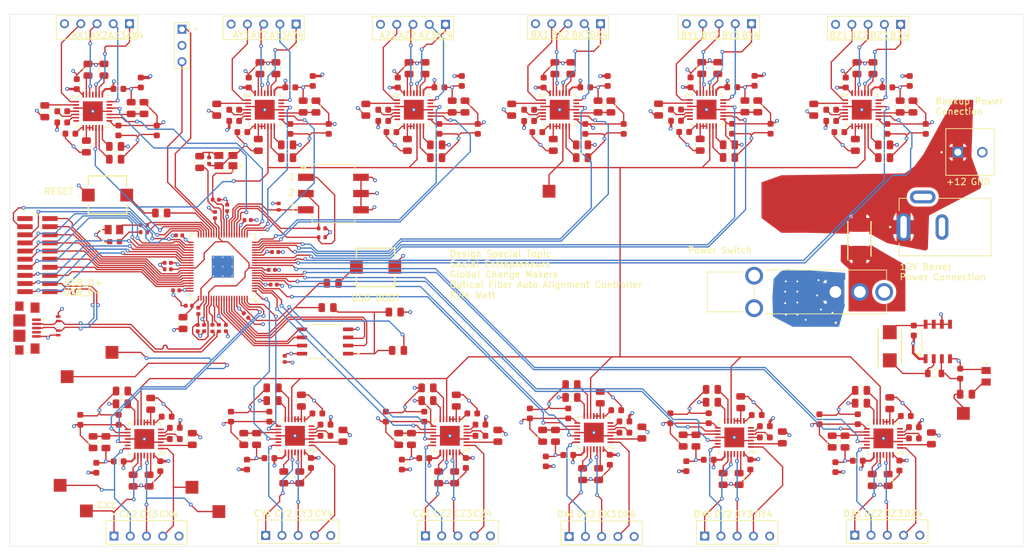
<source format=kicad_pcb>
(kicad_pcb (version 20241229) (generator "pcbnew") (generator_version "9.0")
  (layers (0 "F.Cu" signal) (4 "In1.Cu" signal) (6 "In2.Cu" signal) (8 "In3.Cu" signal) (10 "In4.Cu" signal) (2 "B.Cu" signal) (13 "F.Paste" user) (15 "B.Paste" user) (5 "F.SilkS" user "F.Silkscreen") (7 "B.SilkS" user "B.Silkscreen") (1 "F.Mask" user) (3 "B.Mask" user) (25 "Edge.Cuts" user))
  (net 0 "")
  (net 1 "GND")
  (net 2 "Net-(U4-VREG)")
  (net 3 "/XIN")
  (net 4 "Net-(C4-Pad2)")
  (net 5 "Net-(U4-CP2)")
  (net 6 "Net-(U4-CP1)")
  (net 7 "Net-(U4-VCP)")
  (net 8 "Net-(U5-VCP)")
  (net 9 "Net-(U5-CP2)")
  (net 10 "Net-(U5-CP1)")
  (net 11 "Net-(U5-VREG)")
  (net 12 "Net-(U6-VCP)")
  (net 13 "Net-(U6-CP2)")
  (net 14 "Net-(U6-CP1)")
  (net 15 "Net-(U6-VREG)")
  (net 16 "Net-(U7-VCP)")
  (net 17 "Net-(U7-CP2)")
  (net 18 "Net-(U7-CP1)")
  (net 19 "Net-(U7-VREG)")
  (net 20 "Net-(U8-VCP)")
  (net 21 "Net-(U8-CP1)")
  (net 22 "Net-(U8-CP2)")
  (net 23 "Net-(U8-VREG)")
  (net 24 "Net-(U9-VCP)")
  (net 25 "Net-(U9-CP1)")
  (net 26 "Net-(U9-CP2)")
  (net 27 "Net-(U9-VREG)")
  (net 28 "Net-(U10-VCP)")
  (net 29 "Net-(U11-VCP)")
  (net 30 "Net-(U12-VCP)")
  (net 31 "Net-(U10-CP1)")
  (net 32 "Net-(U10-CP2)")
  (net 33 "Net-(U11-CP1)")
  (net 34 "Net-(U11-CP2)")
  (net 35 "Net-(U12-CP1)")
  (net 36 "Net-(U12-CP2)")
  (net 37 "Net-(U10-VREG)")
  (net 38 "Net-(U11-VREG)")
  (net 39 "Net-(U12-VREG)")
  (net 40 "Net-(U13-VCP)")
  (net 41 "Net-(U14-VCP)")
  (net 42 "Net-(U15-VCP)")
  (net 43 "Net-(U13-CP2)")
  (net 44 "Net-(U13-CP1)")
  (net 45 "Net-(U14-CP2)")
  (net 46 "Net-(U14-CP1)")
  (net 47 "Net-(U15-CP2)")
  (net 48 "Net-(U15-CP1)")
  (net 49 "Net-(U13-VREG)")
  (net 50 "Net-(U14-VREG)")
  (net 51 "Net-(U15-VREG)")
  (net 52 "+1V1")
  (net 53 "Net-(U1-VREG_AVDD)")
  (net 54 "Net-(U16-FB)")
  (net 55 "Net-(D1-K)")
  (net 56 "Net-(D2-K)")
  (net 57 "Net-(D5-PadA)")
  (net 58 "Net-(D6-PadA)")
  (net 59 "/OUT1B1")
  (net 60 "/OUT2B1")
  (net 61 "/OUT2A1")
  (net 62 "/OUT1A1")
  (net 63 "/OUT1A2")
  (net 64 "/OUT2A2")
  (net 65 "/OUT2B2")
  (net 66 "/OUT1B2")
  (net 67 "/OUT2A3")
  (net 68 "/OUT1B3")
  (net 69 "/OUT2B3")
  (net 70 "/OUT1A3")
  (net 71 "/OUT2A4")
  (net 72 "/OUT2B4")
  (net 73 "/OUT1B4")
  (net 74 "/OUT1A4")
  (net 75 "/OUT2B5")
  (net 76 "/OUT1A5")
  (net 77 "/OUT1B5")
  (net 78 "/OUT2A5")
  (net 79 "/OUT1A6")
  (net 80 "/OUT1B6")
  (net 81 "/OUT2B6")
  (net 82 "/OUT2A6")
  (net 83 "/OUT1B7")
  (net 84 "/OUT2A7")
  (net 85 "/OUT2B7")
  (net 86 "/OUT1A7")
  (net 87 "/OUT2B8")
  (net 88 "/OUT1A8")
  (net 89 "/OUT1B8")
  (net 90 "/OUT2A8")
  (net 91 "/OUT1B9")
  (net 92 "/OUT2B9")
  (net 93 "/OUT2A9")
  (net 94 "/OUT1A9")
  (net 95 "/OUT1B10")
  (net 96 "/OUT1A10")
  (net 97 "/OUT2A10")
  (net 98 "/OUT2B10")
  (net 99 "/OUT1A11")
  (net 100 "/OUT2A11")
  (net 101 "/OUT2B11")
  (net 102 "/OUT1B11")
  (net 103 "/OUT1A12")
  (net 104 "/OUT1B12")
  (net 105 "/OUT2B12")
  (net 106 "/OUT2A12")
  (net 109 "/SWCLK")
  (net 110 "/SWD")
  (net 111 "Net-(U1-VREG_LX)")
  (net 112 "/QSPI_SS")
  (net 113 "Net-(R4-Pad1)")
  (net 114 "Net-(U1-RUN)")
  (net 115 "Net-(R5-Pad1)")
  (net 117 "Net-(U4-ROSC)")
  (net 118 "Net-(U4-SENSE2)")
  (net 119 "Net-(U4-SENSE1)")
  (net 120 "Net-(U4-REF)")
  (net 121 "Net-(U5-SENSE2)")
  (net 122 "Net-(U5-SENSE1)")
  (net 123 "Net-(U5-ROSC)")
  (net 124 "Net-(U5-REF)")
  (net 125 "Net-(U6-SENSE2)")
  (net 126 "Net-(U6-SENSE1)")
  (net 127 "Net-(U6-ROSC)")
  (net 128 "Net-(U6-REF)")
  (net 129 "Net-(U7-SENSE2)")
  (net 130 "Net-(U7-SENSE1)")
  (net 131 "Net-(U7-ROSC)")
  (net 132 "Net-(U7-REF)")
  (net 133 "Net-(U8-SENSE2)")
  (net 134 "Net-(U8-SENSE1)")
  (net 135 "Net-(U8-ROSC)")
  (net 136 "Net-(U8-REF)")
  (net 137 "Net-(U9-SENSE2)")
  (net 138 "Net-(U9-SENSE1)")
  (net 139 "Net-(U9-ROSC)")
  (net 140 "Net-(U9-REF)")
  (net 141 "Net-(U10-SENSE2)")
  (net 142 "Net-(U11-SENSE2)")
  (net 143 "Net-(U12-SENSE2)")
  (net 144 "Net-(U10-SENSE1)")
  (net 145 "Net-(U10-ROSC)")
  (net 146 "Net-(U11-SENSE1)")
  (net 147 "Net-(U11-ROSC)")
  (net 148 "Net-(U12-SENSE1)")
  (net 149 "Net-(U12-ROSC)")
  (net 150 "Net-(U10-REF)")
  (net 151 "Net-(U11-REF)")
  (net 152 "Net-(U12-REF)")
  (net 153 "Net-(U13-SENSE2)")
  (net 154 "Net-(U14-SENSE2)")
  (net 155 "Net-(U15-SENSE2)")
  (net 156 "Net-(U13-SENSE1)")
  (net 157 "Net-(U13-ROSC)")
  (net 158 "Net-(U14-SENSE1)")
  (net 159 "Net-(U14-ROSC)")
  (net 160 "Net-(U15-SENSE1)")
  (net 161 "Net-(U15-ROSC)")
  (net 162 "Net-(U13-REF)")
  (net 163 "Net-(U14-REF)")
  (net 164 "Net-(U15-REF)")
  (net 165 "Net-(U1-USB_DP)")
  (net 166 "Net-(U1-USB_DM)")
  (net 167 "/XOUT")
  (net 168 "/In1")
  (net 169 "/In2")
  (net 170 "/In3")
  (net 171 "+3V3")
  (net 173 "/12V_IN")
  (net 174 "/DIR12")
  (net 175 "/DIR9")
  (net 176 "/DIR1")
  (net 177 "/DIR8")
  (net 178 "Net-(D7-PadA)")
  (net 179 "/EXT_GPIO1")
  (net 180 "/QSPI_SD3")
  (net 181 "/STEP1")
  (net 182 "/STEP6")
  (net 183 "/EXT_GPIO0")
  (net 184 "/DIR6")
  (net 185 "/DIR2")
  (net 186 "/EXT_GPIO12")
  (net 187 "/STEP10")
  (net 188 "/STEP4")
  (net 189 "/DIR3")
  (net 190 "/STEP11")
  (net 191 "/STEP8")
  (net 192 "/DIR7")
  (net 193 "/EXT_GPIO16")
  (net 194 "/STEP7")
  (net 195 "/DIR5")
  (net 196 "/STEP12")
  (net 197 "/STEP9")
  (net 198 "/QSPI_SD1")
  (net 199 "/STEP3")
  (net 200 "/DIR4")
  (net 201 "/EXT_GPIO5")
  (net 202 "/STEP5")
  (net 203 "/QSPI_SD2")
  (net 204 "/QSPI_SD0")
  (net 205 "/STEP2")
  (net 206 "/QSPI_SCLK")
  (net 207 "/DIR10")
  (net 208 "/DIR11")
  (net 209 "/EXT_GPIO10")
  (net 247 "/EXT_GPIO17")
  (net 250 "/EXT_GPIO4")
  (net 252 "/RESET_N")
  (net 253 "/EXT_GPIO6")
  (net 254 "/EXT_GPIO9")
  (net 255 "/EXT_GPIO3")
  (net 256 "/EXT_GPIO7")
  (net 257 "/EXT_GPIO13")
  (net 258 "/EXT_GPIO8")
  (net 259 "/EXT_GPIO11")
  (net 260 "/EXT_GPIO2")
  (net 261 "/EXT_GPIO15")
  (net 262 "/EXT_GPIO14")
  (net 264 "Net-(U3-{slash}CS)")
  (net 265 "/GPIO0")
  (net 266 "Net-(U1-GPIO28)")
  (net 267 "Net-(U1-GPIO29)")
  (net 269 "Net-(U4-~{SLEEP})")
  (net 270 "Net-(U4-MS1)")
  (net 271 "Net-(U4-~{ENABLE})")
  (net 272 "Net-(U5-~{ENABLE})")
  (net 273 "Net-(U5-MS1)")
  (net 274 "Net-(U5-~{SLEEP})")
  (net 275 "Net-(U6-~{ENABLE})")
  (net 276 "Net-(U6-MS1)")
  (net 277 "Net-(U6-~{SLEEP})")
  (net 278 "Net-(U7-~{ENABLE})")
  (net 279 "Net-(U7-MS1)")
  (net 280 "Net-(U7-~{SLEEP})")
  (net 281 "Net-(U8-~{ENABLE})")
  (net 282 "Net-(U8-MS1)")
  (net 283 "Net-(U8-~{SLEEP})")
  (net 284 "Net-(U9-~{ENABLE})")
  (net 285 "Net-(U9-MS1)")
  (net 286 "Net-(U9-~{SLEEP})")
  (net 287 "Net-(U10-~{ENABLE})")
  (net 288 "Net-(U10-MS1)")
  (net 289 "Net-(U10-~{SLEEP})")
  (net 290 "Net-(U11-~{ENABLE})")
  (net 291 "Net-(U11-MS1)")
  (net 292 "Net-(U11-~{SLEEP})")
  (net 293 "Net-(U12-~{ENABLE})")
  (net 294 "Net-(U12-MS1)")
  (net 295 "Net-(U12-~{SLEEP})")
  (net 296 "Net-(U13-~{ENABLE})")
  (net 297 "Net-(U13-MS1)")
  (net 298 "Net-(U13-~{SLEEP})")
  (net 299 "Net-(U14-~{ENABLE})")
  (net 300 "Net-(U14-MS1)")
  (net 301 "Net-(U14-~{SLEEP})")
  (net 302 "Net-(U15-~{ENABLE})")
  (net 303 "Net-(U15-MS1)")
  (net 304 "Net-(U15-~{SLEEP})")
  (net 305 "/USB_D-")
  (net 306 "/USB_D+")
  (net 307 "+12V")
  (footprint "Capacitor_SMD:C_0603_1608Metric" (layer "F.Cu") (at 210.615 60.225 -90)
    (property "Reference" "C67" (hide yes))
    (property "Value" "10nF" (hide yes))
  )
  (footprint "Resistor_SMD:R_0805_2012Metric" (layer "F.Cu") (at 219.865 64.75 90)
    (property "Reference" "R54" (hide yes))
    (property "Value" "10k" (hide yes))
  )
  (footprint "Resistor_SMD:R_0805_2012Metric" (layer "F.Cu") (at 115.2 64.49 -90)
    (property "Reference" "R112" (hide yes))
    (property "Value" "10k" (hide yes))
  )
  (footprint "Resistor_SMD:R_0805_2012Metric" (layer "F.Cu") (at 226.615 58.25 -90)
    (property "Reference" "R55" (hide yes))
    (property "Value" "0.2" (hide yes))
  )
  (footprint "Resistor_SMD:R_0805_2012Metric" (layer "F.Cu") (at 165.365 64.25 -90)
    (property "Reference" "R96" (hide yes))
    (property "Value" "10k" (hide yes))
  )
  (footprint "Resistor_SMD:R_0805_2012Metric" (layer "F.Cu") (at 110.7 72.49 180)
    (property "Reference" "R58" (hide yes))
    (property "Value" "10k" (hide yes))
  )
  (footprint "Capacitor_SMD:C_0402_1005Metric" (layer "F.Cu") (at 131.4 82 180)
    (property "Reference" "C107" (hide yes))
    (property "Value" "100n" (hide yes))
  )
  (footprint "Resistor_SMD:R_0805_2012Metric" (layer "F.Cu") (at 186.5 109.75 -90)
    (property "Reference" "R86" (hide yes))
    (property "Value" "10k" (hide yes))
  )
  (footprint "Capacitor_SMD:C_0603_1608Metric" (layer "F.Cu") (at 117.75 120.5 -90)
    (property "Reference" "C6" (hide yes))
    (property "Value" "10nF" (hide yes))
  )
  (footprint "DRIVER-A4988SETTR-T_QFN28_:QFN28G_0.5-5X5MM" (layer "F.Cu") (at 227.365 64.75)
    (property "Reference" "U10" (hide yes))
    (property "Value" "DRIVER-A4988SETTR-T_QFN28_")
  )
  (footprint "Resistor_SMD:R_0402_1005Metric" (layer "F.Cu") (at 126.9 98.9 -90)
    (property "Reference" "R67" (hide yes))
    (property "Value" "27" (hide yes))
  )
  (footprint "Capacitor_SMD:C_0603_1608Metric" (layer "F.Cu") (at 153.865 68.25 180)
    (property "Reference" "C79" (hide yes))
    (property "Value" "0.22 µF")
  )
  (footprint "825434-5:TE_825434-5" (layer "F.Cu") (at 107.86 51.3 180)
    (property "Reference" "J29" (hide yes))
    (property "Value" "825434-5")
  )
  (footprint "Resistor_SMD:R_0805_2012Metric" (layer "F.Cu") (at 222.75 116.651 90)
    (property "Reference" "R52" (hide yes))
    (property "Value" "10k" (hide yes))
  )
  (footprint "Resistor_SMD:R_0805_2012Metric" (layer "F.Cu") (at 109.25 116.75 -90)
    (property "Reference" "R10" (hide yes))
    (property "Value" "10k" (hide yes))
  )
  (footprint "MountingHole:MountingHole_3mm" (layer "F.Cu") (at 97.9 129.3)
    (property "Reference" "REF**" (hide yes))
    (property "Value" "MountingHole_3mm" (hide yes))
  )
  (footprint "Capacitor_SMD:C_0603_1608Metric" (layer "F.Cu") (at 153 112.75 90)
    (property "Reference" "C26" (hide yes))
    (property "Value" "0.1 µF")
  )
  (footprint "Capacitor_SMD:C_0603_1608Metric" (layer "F.Cu") (at 134.795 119.25 180)
    (property "Reference" "C17" (hide yes))
    (property "Value" "10nF")
  )
  (footprint "Capacitor_SMD:C_0603_1608Metric" (layer "F.Cu") (at 105.25 113.25 90)
    (property "Reference" "C11" (hide yes))
    (property "Value" "0.1 µF")
  )
  (footprint "5988170107F:LEDC2012X70N" (layer "F.Cu") (at 246.8 106.4375 -90)
    (property "Reference" "D7" (hide yes))
    (property "Value" "5988170107F" (hide yes))
  )
  (footprint "DRIVER-A4988SETTR-T_QFN28_:QFN28G_0.5-5X5MM" (layer "F.Cu") (at 157.365 64.75)
    (property "Reference" "U13" (hide yes))
    (property "Value" "DRIVER-A4988SETTR-T_QFN28_" (hide yes))
  )
  (footprint "SSB43L-E352T:DIOM5436X244N" (layer "F.Cu") (at 231.75 101.75 90)
    (property "Reference" "D1" (hide yes))
    (property "Value" "D_Schottky" (hide yes))
  )
  (footprint "Capacitor_SMD:C_0603_1608Metric" (layer "F.Cu") (at 131.295 120.25 90)
    (property "Reference" "C19" (hide yes))
    (property "Value" "10nF")
  )
  (footprint "Capacitor_SMD:C_0603_1608Metric" (layer "F.Cu") (at 117.2 67.99 -90)
    (property "Reference" "C98" (hide yes))
    (property "Value" "0.1 µF" (hide yes))
  )
  (footprint "Capacitor_SMD:C_0603_1608Metric" (layer "F.Cu") (at 184.16 61.25)
    (property "Reference" "C73" (hide yes))
    (property "Value" "10nF" (hide yes))
  )
  (footprint "Package_DFN_QFN:QFN-80-1EP_10x10mm_P0.4mm_EP3.4x3.4mm_ThermalVias" (layer "F.Cu") (at 127.5125 89.2875 180)
    (property "Reference" "U1" (hide yes))
    (property "Value" "RP2350B-QFN80" (hide yes))
  )
  (footprint "DRIVER-A4988SETTR-T_QFN28_:QFN28G_0.5-5X5MM" (layer "F.Cu") (at 180.16 64.75)
    (property "Reference" "U12" (hide yes))
    (property "Value" "DRIVER-A4988SETTR-T_QFN28_" (hide yes))
  )
  (footprint "Capacitor_SMD:C_0402_1005Metric" (layer "F.Cu") (at 137.2 103.72 -90)
    (property "Reference" "C3" (hide yes))
    (property "Value" "100n" (hide yes))
  )
  (footprint "Resistor_SMD:R_0805_2012Metric" (layer "F.Cu") (at 161.25 122.25 90)
    (property "Reference" "R25" (hide yes))
    (property "Value" "0.2" (hide yes))
  )
  (footprint "Resistor_SMD:R_0805_2012Metric" (layer "F.Cu") (at 208.455 110.5 -90)
    (property "Reference" "R92" (hide yes))
    (property "Value" "10k" (hide yes))
  )
  (footprint "Resistor_SMD:R_0805_2012Metric" (layer "F.Cu") (at 230.865 72.25 180)
    (property "Reference" "R40" (hide yes))
    (property "Value" "10k" (hide yes))
  )
  (footprint "Resistor_SMD:R_0805_2012Metric" (layer "F.Cu") (at 206.615 72.225 180)
    (property "Reference" "R42" (hide yes))
    (property "Value" "10k" (hide yes))
  )
  (footprint "Resistor_SMD:R_0805_2012Metric" (layer "F.Cu") (at 137.57 72.25 180)
    (property "Reference" "R56" (hide yes))
    (property "Value" "10k" (hide yes))
  )
  (footprint "Capacitor_SMD:C_0603_1608Metric" (layer "F.Cu") (at 152.59 66.5 180)
    (property "Reference" "C76" (hide yes))
    (property "Value" "0.1 µF" (hide yes))
  )
  (footprint "Resistor_SMD:R_0805_2012Metric" (layer "F.Cu") (at 202.115 70.225 90)
    (property "Reference" "R102" (hide yes))
    (property "Value" "10k" (hide yes))
  )
  (footprint "Resistor_SMD:R_0805_2012Metric" (layer "F.Cu") (at 133.07 70.25 90)
    (property "Reference" "R114" (hide yes))
    (property "Value" "10k" (hide yes))
  )
  (footprint "Capacitor_SMD:C_0603_1608Metric" (layer "F.Cu") (at 235.525 114.401)
    (property "Reference" "C44" (hide yes))
    (property "Value" "0.1 µF")
  )
  (footprint "Resistor_SMD:R_0805_2012Metric" (layer "F.Cu") (at 157 116.25 -90)
    (property "Reference" "R29" (hide yes))
    (property "Value" "10k" (hide yes))
  )
  (footprint "Resistor_SMD:R_0805_2012Metric" (layer "F.Cu") (at 107.25 116.75 90)
    (property "Reference" "R11" (hide yes))
    (property "Value" "10k" (hide yes))
  )
  (footprint "Capacitor_SMD:C_0603_1608Metric" (layer "F.Cu") (at 213.115 67.725 -90)
    (property "Reference" "C66" (hide yes))
    (property "Value" "0.1 µF" (hide yes))
  )
  (footprint "Resistor_SMD:R_0805_2012Metric" (layer "F.Cu") (at 130.795 116.25 90)
    (property "Reference" "R20" (hide yes))
    (property "Value" "10k" (hide yes))
  )
  (footprint "Capacitor_SMD:C_0402_1005Metric" (layer "F.Cu") (at 128 98.9 90)
    (property "Reference" "C101" (hide yes))
    (property "Value" "1u" (hide yes))
  )
  (footprint "DRIVER-A4988SETTR-T_QFN28_:QFN28G_0.5-5X5MM" (layer "F.Cu") (at 230.75 116.151 180)
    (property "Reference" "U9" (hide yes))
    (property "Value" "DRIVER-A4988SETTR-T_QFN28_")
  )
  (footprint "Capacitor_SMD:C_0603_1608Metric" (layer "F.Cu") (at 234.865 60.25 -90)
    (property "Reference" "C59" (hide yes))
    (property "Value" "10nF" (hide yes))
  )
  (footprint "Inductor_SMD:L_0805_2012Metric" (layer "F.Cu") (at 238.75 106)
    (property "Reference" "L2" (hide yes))
    (property "Value" "47uH" (hide yes))
  )
  (footprint "Capacitor_SMD:C_0402_1005Metric" (layer "F.Cu") (at 126.3 81.22 -90)
    (property "Reference" "C111" (hide yes))
    (property "Value" "100n" (hide yes))
  )
  (footprint "DRIVER-A4988SETTR-T_QFN28_:QFN28G_0.5-5X5MM" (layer "F.Cu") (at 134.07 64.75)
    (property "Reference" "U14" (hide yes))
    (property "Value" "DRIVER-A4988SETTR-T_QFN28_")
  )
  (footprint "Capacitor_SMD:C_0402_1005Metric" (layer "F.Cu") (at 118.92 89.7)
    (property "Reference" "C109" (hide yes))
    (property "Value" "100n" (hide yes))
  )
  (footprint "825434-5:TE_825434-5" (layer "F.Cu") (at 186.72 131.5)
    (property "Reference" "J24" (hide yes))
    (property "Value" "825434-5")
  )
  (footprint "DRIVER-A4988SETTR-T_QFN28_:QFN28G_0.5-5X5MM" (layer "F.Cu") (at 207.455 116 180)
    (property "Reference" "U8" (hide yes))
    (property "Value" "DRIVER-A4988SETTR-T_QFN28_")
  )
  (footprint "825434-5:TE_825434-5" (layer "F.Cu") (at 207.9 131.4375)
    (property "Reference" "J26" (hide yes))
    (property "Value" "825434-5")
  )
  (footprint "Capacitor_SMD:C_0603_1608Metric" (layer "F.Cu") (at 223.865 68.25 180)
    (property "Reference" "C55" (hide yes))
    (property "Value" "0.22 µF" (hide yes))
  )
  (footprint "Resistor_SMD:R_0805_2012Metric" (layer "F.Cu") (at 170.5 115.75 -90)
    (property "Reference" "R22" (hide yes))
    (property "Value" "10k" (hide yes))
  )
  (footprint "Resistor_SMD:R_0805_2012Metric" (layer "F.Cu") (at 179.5 115.75 -90)
    (property "Reference" "R37" (hide yes))
    (property "Value" "10k" (hide yes))
  )
  (footprint "Resistor_SMD:R_0402_1005Metric" (layer "F.Cu") (at 143.01 84.7)
    (property "Reference" "R73" (hide yes))
    (property "Value" "10k" (hide yes))
  )
  (footprint "Capacitor_SMD:C_0603_1608Metric" (layer "F.Cu") (at 138.07 67.75 -90)
    (property "Reference" "C88" (hide yes))
    (property "Value" "0.1 µF" (hide yes))
  )
  (footprint "Resistor_SMD:R_0805_2012Metric" (layer "F.Cu") (at 227.25 110.651 180)
    (property "Reference" "R51" (hide yes))
    (property "Value" "10k" (hide yes))
  )
  (footprint "825434-5:TE_825434-5" (layer "F.Cu") (at 164.26 131.4)
    (property "Reference" "J22" (hide yes))
    (property "Value" "825434-5")
  )
  (footprint "W25Q128JVSIQ:SOIC127P790X216-8N" (layer "F.Cu") (at 143.5 101 180)
    (property "Reference" "U3" (hide yes))
    (property "Value" "W25Q128JVSIQ" (hide yes))
  )
  (footprint "Resistor_SMD:R_0805_2012Metric" (layer "F.Cu") (at 154.9 102.4 180)
    (property "Reference" "R76" (hide yes))
    (property "Value" "DNF")
  )
  (footprint "Capacitor_SMD:C_0603_1608Metric" (layer "F.Cu") (at 187.66 60.25 -90)
    (property "Reference" "C75" (hide yes))
    (property "Value" "10nF" (hide yes))
  )
  (footprint "Resistor_SMD:R_0805_2012Metric" (layer "F.Cu") (at 126.57 64.75 90)
    (property "Reference" "R98" (hide yes))
    (property "Value" "10k" (hide yes))
  )
  (footprint "Capacitor_SMD:C_0603_1608Metric" (layer "F.Cu") (at 111.25 113.25 90)
    (property "Reference" "C10" (hide yes))
    (property "Value" "0.1 µF")
  )
  (footprint "DC-005-5A-2.0:XKB_DC-005-5A-2.0" (layer "F.Cu") (at 239.9 83.1 180)
    (property "Reference" "J13" (hide yes))
    (property "Value" "DC-005-5A-2.0")
  )
  (footprint "Resistor_SMD:R_0805_2012Metric" (layer "F.Cu") (at 159.5 110.25 180)
    (property "Reference" "R27" (hide yes))
    (property "Value" "10k" (hide yes))
  )
  (footprint "Capacitor_SMD:C_0603_1608Metric" (layer "F.Cu") (at 138.07 61.25)
    (property "Reference" "C89" (hide yes))
    (property "Value" "10nF" (hide yes))
  )
  (footprint "Capacitor_SMD:C_0603_1608Metric" (layer "F.Cu") (at 102.425 64.99)
    (property "Reference" "C93" (hide yes))
    (property "Value" "0.1 µF" (hide yes))
  )
  (footprint "825434-5:TE_825434-5" (layer "F.Cu") (at 139.3 131.3375)
    (property "Reference" "J20" (hide yes))
    (property "Value" "825434-5")
  )
  (footprint "Capacitor_SMD:C_0603_1608Metric" (layer "F.Cu") (at 111.2 61.49)
    (property "Reference" "C97" (hide yes))
    (property "Value" "10nF" (hide yes))
  )
  (footprint "Resistor_SMD:R_0402_1005Metric" (layer "F.Cu") (at 115.2 82.8 180)
    (property "Reference" "R80" (hide yes))
    (property "Value" "60" (hide yes))
  )
  (footprint "Capacitor_SMD:C_0603_1608Metric" (layer "F.Cu") (at 159 119.25 180)
    (property "Reference" "C25" (hide yes))
    (property "Value" "10nF")
  )
  (footprint "Capacitor_SMD:C_0603_1608Metric" (layer "F.Cu") (at 178 119.75 90)
    (property "Reference" "C35" (hide yes))
    (property "Value" "10nF")
  )
  (footprint "Capacitor_SMD:C_0603_1608Metric" (layer "F.Cu") (at 199.615 68.225 180)
    (property "Reference" "C63" (hide yes))
    (property "Value" "0.22 µF" (hide yes))
  )
  (footprint "Capacitor_SMD:C_0603_1608Metric" (layer "F.Cu") (at 143.57 114)
    (property "Reference" "C12" (hide yes))
    (property "Value" "0.1 µF")
  )
  (footprint "Capacitor_SMD:C_0603_1608Metric" (layer "F.Cu") (at 175.5 112.25 90)
    (property "Reference" "C34" (hide yes))
    (property "Value" "0.1 µF")
  )
  (footprint "Resistor_SMD:R_0805_2012Metric" (layer "F.Cu") (at 154.3875 96.4)
    (property "Reference" "R77" (hide yes))
    (property "Value" "DNF")
  )
  (footprint "219-3LPSTR:SW_219-3LPSTR" (layer "F.Cu") (at 144.805 77.86)
    (property "Reference" "SW3" (hide yes))
    (property "Value" "219-3LPSTR")
  )
  (footprint "Capacitor_SMD:C_0603_1608Metric" (layer "F.Cu") (at 198.34 64.725)
    (property "Reference" "C61" (hide yes))
    (property "Value" "0.1 µF" (hide yes))
  )
  (footprint "MountingHole:MountingHole_3mm" (layer "F.Cu") (at 248.8 129.3)
    (property "Reference" "REF**" (hide yes))
    (property "Value" "MountingHole_3mm" (hide yes))
  )
  (footprint "TestPoint:TestPoint_Pad_2.0x2.0mm" (layer "F.Cu") (at 126.9 127.6)
    (property "Reference" "TP11" (hide yes))
    (property "Value" "TestPoint" (hide yes))
  )
  (footprint "SPEH110101:SPEH110101" (layer "F.Cu") (at 109.5 78.1)
    (property "Reference" "SW2" (hide yes))
    (property "Value" "SW_Push" (hide yes))
  )
  (footprint "Capacitor_SMD:C_0402_1005Metric" (layer "F.Cu") (at 123.6 98.9 90)
    (property "Reference" "C112" (hide yes))
    (property "Value" "4.7u" (hide yes))
  )
  (footprint "Capacitor_SMD:C_0603_1608Metric" (layer "F.Cu") (at 111.25 119.75 180)
    (property "Reference" "C8" (hide yes))
    (property "Value" "10nF")
  )
  (footprint "Capacitor_SMD:C_0603_1608Metric" (layer "F.Cu") (at 222.59 66.5 180)
    (property "Reference" "C52" (hide yes))
    (property "Value" "0.1 µF" (hide yes))
  )
  (footprint "Resistor_SMD:R_0805_2012Metric" (layer "F.Cu") (at 137.045 122.25 90)
    (property "Reference" "R17" (hide yes))
    (property "Value" "0.2" (hide yes))
  )
  (footprint "Capacitor_SMD:C_0402_1005Metric" (layer "F.Cu") (at 120.7 84.4)
    (property "Reference" "C103" (hide yes))
    (property "Value" "10n" (hide yes))
  )
  (footprint "Capacitor_SMD:C_0603_1608Metric" (layer "F.Cu") (at 226.75 119.651 180)
    (property "Reference" "C49" (hide yes))
    (property "Value" "10nF")
  )
  (footprint "Capacitor_SMD:C_0603_1608Metric" (layer "F.Cu") (at 118.75 112.75)
    (property "Reference" "C1" (hide yes))
    (property "Value" "0.22 µF")
  )
  (footprint "Capacitor_SMD:C_0603_1608Metric" (layer "F.Cu") (at 199.955 120.5 90)
    (property "Reference" "C43" (hide yes))
    (property "Value" "10nF")
  )
  (footprint "Capacitor_SMD:C_0603_1608Metric" (layer "F.Cu") (at 220.75 113.151 90)
    (property "Reference" "C50" (hide yes))
    (property "Value" "0.1 µF")
  )
  (footprint "Capacitor_SMD:C_0603_1608Metric" (layer "F.Cu") (at 175.385 66.5 180)
    (property "Reference" "C68" (hide yes))
    (property "Value" "0.1 µF" (hide yes))
  )
  (footprint "Resistor_SMD:R_0805_2012Metric" (layer "F.Cu") (at 182 107.75)
    (property "Reference" "R26" (hide yes))
    (property "Value" "10k" (hide yes))
  )
  (footprint "Capacitor_SMD:C_0603_1608Metric" (layer "F.Cu") (at 131.57 60.5 90)
    (property "Reference" "C86" (hide yes))
    (property "Value" "10nF" (hide yes))
  )
  (footprint "SSB43L-E352T:DIOM5436X244N" (layer "F.Cu") (at 227 84.95 90)
    (property "Reference" "D2" (hide yes))
    (property "Value" "D_Schottky" (hide yes))
  )
  (footprint "Resistor_SMD:R_0805_2012Metric" (layer "F.Cu") (at 183.66 72.25 180)
    (property "Reference" "R48" (hide yes))
    (property "Value" "10k" (hide yes))
  )
  (footprint "Capacitor_SMD:C_0603_1608Metric" (layer "F.Cu") (at 231.365 67.75 -90)
    (property "Reference" "C56" (hide yes))
    (property "Value" "0.1 µF" (hide yes))
  )
  (footprint "Capacitor_SMD:C_0402_1005Metric" (layer "F.Cu") (at 122.22 95.4)
    (property "Reference" "C114" (hide yes))
    (property "Value" "4.7u" (hide yes))
  )
  (footprint "Resistor_SMD:R_0805_2012Metric" (layer "F.Cu") (at 201.455 116.5 -90)
    (property "Reference" "R45" (hide yes))
    (property "Value" "10k" (hide yes))
  )
  (footprint "Resistor_SMD:R_0805_2012Metric" (layer "F.Cu") (at 203.955 110.5 180)
    (property "Reference" "R43" (hide yes))
    (property "Value" "10k" (hide yes))
  )
  (footprint "Capacitor_SMD:C_0603_1608Metric" (layer "F.Cu") (at 212.23 114.25)
    (property "Reference" "C36" (hide yes))
    (property "Value" "0.1 µF")
  )
  (footprint "Capacitor_SMD:C_0603_1608Metric" (layer "F.Cu") (at 134.795 112.75 90)
    (property "Reference" "C16" (hide yes))
    (property "Value" "0.1 µF")
  )
  (footprint "Resistor_SMD:R_0805_2012Metric" (layer "F.Cu") (at 156.365 70.25 90)
    (property "Reference" "R110" (hide yes))
    (property "Value" "10k" (hide yes))
  )
  (footprint "Resistor_SMD:R_0805_2012Metric" (layer "F.Cu") (at 121.3 98.1125 90)
    (property "Reference" "R70" (hide yes))
    (property "Value" "33" (hide yes))
  )
  (footprint "ABM8:ABM8-272-T3" (layer "F.Cu") (at 128 72.7 180)
    (property "Reference" "U2" (hide yes))
    (property "Value" "ABM8-272-T3" (hide yes))
  )
  (footprint "Capacitor_SMD:C_0402_1005Metric" (layer "F.Cu") (at 124.6 98.9 90)
    (property "Reference" "C113" (hide yes))
    (property "Value" "4.7u" (hide yes))
  )
  (footprint "PTVS3V3D1BALYL_REAL:PESD5V0S1BL315" (layer "F.Cu") (at 101.8 97.45 90)
    (property "Reference" "D3" (hide yes))
    (property "Value" "PTVS3V3D1BALYL" (hide yes))
  )
  (footprint "Resistor_SMD:R_0805_2012Metric" (layer "F.Cu") (at 211.115 64.225 -90)
    (property "Reference" "R72" (hide yes))
    (property "Value" "10k" (hide yes))
  )
  (footprint "Capacitor_SMD:C_0603_1608Metric" (layer "F.Cu") (at 242.75 106.025 90)
    (property "Reference" "C116" (hide yes))
    (property "Value" "0.1 µF" (hide yes))
  )
  (footprint "Capacitor_SMD:C_0603_1608Metric" (layer "F.Cu") (at 155.5 120.25 90)
    (property "Reference" "C27" (hide yes))
    (property "Value" "10nF")
  )
  (footprint "Capacitor_SMD:C_0603_1608Metric" (layer "F.Cu") (at 165.5 120 -90)
    (property "Reference" "C22" (hide yes))
    (property "Value" "10nF" (hide yes))
  )
  (footprint "Capacitor_SMD:C_0603_1608Metric" (layer "F.Cu") (at 177.66 60.5 90)
    (property "Reference" "C70" (hide yes))
    (property "Value" "10nF" (hide yes))
  )
  (footprint "Resistor_SMD:R_0805_2012Metric" (layer "F.Cu") (at 149.865 64.75 90)
    (property "Reference" "R90" (hide yes))
    (property "Value" "10k" (hide yes))
  )
  (footprint "Capacitor_SMD:C_0603_1608Metric" (layer "F.Cu") (at 141.295 120 -90)
    (property "Reference" "C14" (hide yes))
    (property "Value" "10nF" (hide yes))
  )
  (footprint "Resistor_SMD:R_0805_2012Metric" (layer "F.Cu") (at 106.45 58.49 -90)
    (property "Reference" "R107" (hide yes))
    (property "Value" "0.2" (hide yes))
  )
  (footprint "TestPoint:TestPoint_Pad_2.0x2.0mm" (layer "F.Cu") (at 122.7 123.8)
    (property "Reference" "TP12" (hide yes))
    (property "Value" "TestPoint" (hide yes))
  )
  (footprint "TestPoint:TestPoint_Pad_2.0x2.0mm" (layer "F.Cu") (at 110.2 102.7)
    (property "Reference" "TP2" (hide yes))
    (property "Value" "TestPoint")
  )
  (footprint "825434-5:TE_825434-5" (layer "F.Cu") (at 228.36 51.4 180)
    (property "Reference" "J19" (hide yes))
    (property "Value" "825434-5")
  )
  (footprint "825434-5:TE_825434-5" (layer "F.Cu") (at 157.24 51.4 180)
    (property "Reference" "J25" (hide yes))
    (property "Value" "825434-5")
  )
  (footprint "Capacitor_SMD:C_0603_1608Metric" (layer "F.Cu") (at 161.365 61.25)
    (property "Reference" "C81" (hide yes))
    (property "Value" "10nF" (hide yes))
  )
  (footprint "Capacitor_SMD:C_0603_1608Metric" (layer "F.Cu") (at 111.2 67.99 -90)
    (property "Reference" "C96" (hide yes))
    (property "Value" "0.1 µF" (hide yes))
  )
  (footprint "DRIVER-A4988SETTR-T_QFN28_:QFN28G_0.5-5X5MM" (layer "F.Cu") (at 138.795 115.75 180)
    (property "Reference" "U5" (hide yes))
    (property "Value" "DRIVER-A4988SETTR-T_QFN28_")
  )
  (footprint "Resistor_SMD:R_0805_2012Metric" (layer "F.Cu") (at 181.91 58.25 -90)
    (property "Reference" "R85" (hide yes))
    (property "Value" "0.2" (hide yes))
  )
  (footprint "Resistor_SMD:R_0805_2012Metric" (layer "F.Cu") (at 183.66 70.25)
    (property "Reference" "R87" (hide yes))
    (property "Value" "10k" (hide yes))
  )
  (footprint "Capacitor_SMD:C_0603_1608Metric" (layer "F.Cu") (at 154.865 60.5 90)
    (property "Reference" "C78" (hide yes))
    (property "Value" "10nF" (hide yes))
  )
  (footprint "Resistor_SMD:R_0805_2012Metric" (layer "F.Cu") (at 203.955 108.5)
    (property "Reference" "R32" (hide yes))
    (property "Value" "10k" (hide yes))
  )
  (footprint "SPEH110101:SPEH110101" (layer "F.Cu") (at 151.4 89.4 180)
    (property "Reference" "SW1" (hide yes))
    (property "Value" "SW_Push" (hide yes))
  )
  (footprint "100SP1T2B4M7QE:SW_100SP1T2B4M7QE" (layer "F.Cu") (at 227.06 93.25)
    (property "Reference" "S1" (hide yes))
    (property "Value" "100SP1T2B4M7QE")
  )
  (footprint "Resistor_SMD:R_0805_2012Metric" (layer "F.Cu") (at 186.16 64.25 90)
    (property "Reference" "R89" (hide yes))
    (property "Value" "10k" (hide yes))
  )
  (footprint "Capacitor_SMD:C_0603_1608Metric" (layer "F.Cu") (at 203.455 113 90)
    (property "Reference" "C40" (hide yes))
    (property "Value" "0.1 µF")
  )
  (footprint "Resistor_SMD:R_0805_2012Metric" (layer "F.Cu") (at 135.82 58.25 -90)
    (property "Reference" "R101" (hide yes))
    (property "Value" "0.2" (hide yes))
  )
  (footprint "DRIVER-A4988SETTR-T_QFN28_:QFN28G_0.5-5X5MM" (layer "F.Cu") (at 107.2 64.99)
    (property "Reference" "U15" (hide yes))
    (property "Value" "DRIVER-A4988SETTR-T_QFN28_")
  )
  (footprint "Resistor_SMD:R_0805_2012Metric" (layer "F.Cu") (at 113.5 122.75 90)
    (property "Reference" "R9" (hide yes))
    (property "Value" "0.2" (hide yes))
  )
  (footprint "Capacitor_SMD:C_0603_1608Metric" (layer "F.Cu") (at 212.23 116 180)
    (property "Reference" "C37" (hide yes))
    (property "Value" "0.1 µF")
  )
  (footprint "Resistor_SMD:R_0805_2012Metric" (layer "F.Cu") (at 206.615 70.225)
    (property "Reference" "R71" (hide yes))
    (property "Value" "10k" (hide yes))
  )
  (footprint "Capacitor_SMD:C_0402_1005Metric" (layer "F.Cu") (at 118.92 88.7)
    (property "Reference" "C104" (hide yes))
    (property "Value" "100n" (hide yes))
  )
  (footprint "Capacitor_SMD:C_0603_1608Metric" (layer "F.Cu") (at 159 112.75 90)
    (property "Reference" "C24" (hide yes))
    (property "Value" "0.1 µF")
  )
  (footprint "Resistor_SMD:R_0805_2012Metric" (layer "F.Cu") (at 163.365 64.25 90)
    (property "Reference" "R97" (hide yes))
    (property "Value" "10k" (hide yes))
  )
  (footprint "TestPoint:TestPoint_Pad_2.0x2.0mm" (layer "F.Cu") (at 102.1 123.5)
    (property "Reference" "TP10" (hide yes))
    (property "Value" "TestPoint" (hide yes))
  )
  (footprint "825434-5:TE_825434-5" (layer "F.Cu") (at 115.6 131.4375)
    (property "Reference" "J18" (hide yes))
    (property "Value" "825434-5")
  )
  (footprint "Capacitor_SMD:C_0603_1608Metric" (layer "F.Cu") (at 175.385 64.75)
    (property "Reference" "C69" (hide yes))
    (property "Value" "0.1 µF" (hide yes))
  )
  (footprint "Resistor_SMD:R_0805_2012Metric" (layer "F.Cu") (at 231.75 110.651 -90)
    (property "Reference" "R94" (hide yes))
    (property "Value" "10k" (hide yes))
  )
  (footprint "Resistor_SMD:R_0805_2012Metric" (layer "F.Cu") (at 195.615 64.725 90)
    (property "Reference" "R62" (hide yes))
    (property "Value" "10k" (hide yes))
  )
  (footprint "TestPoint:TestPoint_Pad_2.0x2.0mm" (layer "F.Cu") (at 103.2 106.5)
    (property "Reference" "TP3" (hide yes))
    (property "Value" "TestPoint")
  )
  (footprint "Capacitor_SMD:C_0603_1608Metric" (layer "F.Cu") (at 198.34 66.475 180)
    (property "Reference" "C60" (hide yes))
    (property "Value" "0.1 µF" (hide yes))
  )
  (footprint "Capacitor_SMD:C_0402_1005Metric" (layer "F.Cu") (at 131.139411 96.939411 135)
    (property "Reference" "C106" (hide yes))
    (property "Value" "100n" (hide yes))
  )
  (footprint "Capacitor_SMD:C_0603_1608Metric" (layer "F.Cu") (at 107.75 120.75 90)
    (property "Reference" "C7" (hide yes))
    (property "Value" "10nF")
  )
  (footprint "Resistor_SMD:R_0805_2012Metric" (layer "F.Cu") (at 224.75 116.651 -90)
    (property "Reference" "R53" (hide yes))
    (property "Value" "10k" (hide yes))
  )
  (footprint "Resistor_SMD:R_0805_2012Metric" (layer "F.Cu") (at 183.75 121.75 90)
    (property "Reference" "R33" (hide yes))
    (property "Value" "0.2" (hide yes))
  )
  (footprint "Resistor_SMD:R_0805_2012Metric" (layer "F.Cu") (at 110.7 70.49)
    (property "Reference" "R111" (hide yes))
    (property "Value" "10k" (hide yes))
  )
  (footprint "5-146280-3:TE_5-146280-3" (layer "F.Cu") (at 121.1375 54.7 -90)
    (property "Reference" "J2" (hide yes))
    (property "Value" "5-146280-3" (hide yes))
  )
  (footprint "Resistor_SMD:R_0805_2012Metric" (layer "F.Cu") (at 159.115 58.25 -90)
    (property "Reference" "R93" (hide yes))
    (property "Value" "0.2" (hide yes))
  )
  (footprint "Capacitor_SMD:C_0402_1005Metric" (layer "F.Cu") (at 126.425 78.825 180)
    (property "Reference" "C2" (hide yes))
    (property "Value" "15p" (hide yes))
  )
  (footprint "TestPoint:TestPoint_Pad_2.0x2.0mm" (layer "F.Cu") (at 178.5 77.5)
    (property "Reference" "TP8" (hide yes))
    (property "Value" "TestPoint" (hide yes))
  )
  (footprint "Resistor_SMD:R_0805_2012Metric" (layer "F.Cu") (at 199.455 116.5 90)
    (property "Reference" "R44" (hide yes))
    (property "Value" "10k" (hide yes))
  )
  (footprint "5988170107F:LEDC2012X70N" (layer "F.Cu") (at 110.5 83.5)
    (property "Reference" "D5" (hide yes))
    (property "Value" "5988170107F" (hide yes))
  )
  (footprint "Resistor_SMD:R_0402_1005Metric" (layer "F.Cu") (at 125.9 98.91 -90)
    (property "Reference" "R68" (hide yes))
    (property "Value" "27" (hide yes))
  )
  (footprint "Capacitor_SMD:C_0603_1608Metric" (layer "F.Cu") (at 190.275 113.5)
    (property "Reference" "C28" (hide yes))
    (property "Value" "0.1 µF")
  )
  (footprint "Resistor_SMD:R_0805_2012Metric" (layer "F.Cu") (at 208.205 122.5 90)
    (property "Reference" "R39" (hide yes))
    (property "Value" "0.2" (hide yes))
  )
  (footprint "Capacitor_SMD:C_0603_1608Metric" (layer "F.Cu") (at 161.365 67.75 -90)
    (property "Reference" "C80" (hide yes))
    (property "Value" "0.1 µF" (hide yes))
  )
  (footprint "Resistor_SMD:R_0805_2012Metric" (layer "F.Cu") (at 243.6625 109.25)
    (property "Reference" "R79" (hide yes))
    (property "Value" "60" (hide yes))
  )
  (footprint "Capacitor_SMD:C_0603_1608Metric" (layer "F.Cu") (at 235.525 116.151 180)
    (property "Reference" "C45" (hide yes))
    (property "Value" "0.1 µF")
  )
  (footprint "Resistor_SMD:R_0805_2012Metric" (layer "F.Cu") (at 227.25 108.651)
    (property "Reference" "R34" (hide yes))
    (property "Value" "10k" (hide yes))
  )
  (footprint "PTVS3V3D1BALYL_REAL:PESD5V0S1BL315" (layer "F.Cu") (at 101.8 99.65 -90)
    (property "Reference" "D4" (hide yes))
    (property "Value" "PTVS3V3D1BALYL" (hide yes))
  )
  (footprint "Resistor_SMD:R_0805_2012Metric" (layer "F.Cu") (at 113.2 64.49 90)
    (property "Reference" "R113" (hide yes))
    (property "Value" "10k" (hide yes))
  )
  (footprint "Capacitor_SMD:C_0603_1608Metric" (layer "F.Cu") (at 144.07 67.75 -90)
    (property "Reference" "C90" (hide yes))
    (property "Value" "0.1 µF" (hide yes))
  )
  (footprint "TestPoint:TestPoint_Pad_2.0x2.0mm" (layer "F.Cu") (at 106.2 127.5)
    (property "Reference" "TP9" (hide yes))
    (property "Value" "TestPoint" (hide yes))
  )
  (footprint "Resistor_SMD:R_0805_2012Metric" (layer "F.Cu") (at 229.115 58.25 -90)
    (property "Reference" "R57" (hide yes))
    (property "Value" "0.2" (hide yes))
  )
  (footprint "Capacitor_SMD:C_0603_1608Metric" (layer "F.Cu") (at 181.5 112.25 90)
    (property "Reference" "C32" (hide yes))
    (property "Value" "0.1 µF")
  )
  (footprint "Resistor_SMD:R_0805_2012Metric" (layer "F.Cu") (at 209.115 64.225 90)
    (property "Reference" "R78" (hide yes))
    (property "Value" "10k" (hide yes))
  )
  (footprint "Capacitor_SMD:C_0603_1608Metric" (layer "F.Cu") (at 231.365 61.25)
    (property "Reference" "C57" (hide yes))
    (property "Value" "10nF" (hide yes))
  )
  (footprint "Capacitor_SMD:C_0603_1608Metric" (layer "F.Cu") (at 224.865 60.5 90)
    (property "Reference" "C54" (hide yes))
    (property "Value" "10nF" (hide yes))
  )
  (footprint "Resistor_SMD:R_0805_2012Metric" (layer "F.Cu") (at 226.365 70.25 90)
    (property "Reference" "R100" (hide yes))
    (property "Value" "10k" (hide yes))
  )
  (footprint "Capacitor_SMD:C_0603_1608Metric" (layer "F.Cu") (at 104.7 60.74 90)
    (property "Reference" "C94" (hide yes))
    (property "Value" "10nF" (hide yes))
  )
  (footprint "Capacitor_SMD:C_0603_1608Metric" (layer "F.Cu") (at 167.775 115.75 180)
    (property "Reference" "C21" (hide yes))
    (property "Value" "0.1 µF")
  )
  (footprint "Capacitor_SMD:C_0603_1608Metric" (layer "F.Cu") (at 234.25 112.651)
    (property "Reference" "C47" (hide yes))
    (property "Value" "0.22 µF")
  )
  (footprint "MountingHole:MountingHole_3mm" (layer "F.Cu") (at 248.8 54.3)
    (property "Reference" "REF**" (hide yes))
    (property "Value" "MountingHole_3mm" (hide yes))
  )
  (footprint "Resistor_SMD:R_0805_2012Metric" (layer "F.Cu") (at 177.5 115.75 90)
    (property "Reference" "R36" (hide yes))
    (property "Value" "10k" (hide yes))
  )
  (footprint "Capacitor_SMD:C_0603_1608Metric" (layer "F.Cu") (at 189 111.75)
    (property "Reference" "C31" (hide yes))
    (property "Value" "0.22 µF")
  )
  (footprint "Capacitor_SMD:C_0603_1608Metric" (layer "F.Cu") (at 181.5 118.75 180)
    (property "Reference" "C33" (hide yes))
    (property "Value" "10nF")
  )
  (footprint "Capacitor_SMD:C_0603_1608Metric" (layer "F.Cu") (at 167.775 114)
    (property "Reference" "C20" (hide yes))
    (property "Value" "0.1 µF")
  )
  (footprint "Resistor_SMD:R_0805_2012Metric" (layer "F.Cu") (at 230.865 70.25)
    (property "Reference" "R59" (hide yes))
    (property "Value" "10k" (hide yes))
  )
  (footprint "Capacitor_SMD:C_0402_1005Metric" (layer "F.Cu") (at 128.2 80.1 -90)
    (property "Reference" "C108" (hide yes))
    (property "Value" "100n" (hide yes))
  )
  (footprint "Capacitor_SMD:C_0603_1608Metric" (layer "F.Cu") (at 130.57 68.25 180)
    (property "Reference" "C87" (hide yes))
    (property "Value" "0.22 µF" (hide yes))
  )
  (footprint "Resistor_SMD:R_0805_2012Metric" (layer "F.Cu") (at 135.295 110.25 180)
    (property "Reference" "R19" (hide yes))
    (property "Value" "10k" (hide yes))
  )
  (footprint "Resistor_SMD:R_0805_2012Metric" (layer "F.Cu") (at 111.75 110.75 180)
    (property "Reference" "R6" (hide yes))
    (property "Value" "10k" (hide yes))
  )
  (footprint "Capacitor_SMD:C_0603_1608Metric" (layer "F.Cu") (at 233.25 120.401 -90)
    (property "Reference" "C46" (hide yes))
    (property "Value" "10nF" (hide yes))
  )
  (footprint "Capacitor_SMD:C_0603_1608Metric" (layer "F.Cu") (at 120.025 116.25 180)
    (property "Reference" "C5" (hide yes))
    (property "Value" "0.1 µF")
  )
  (footprint "Capacitor_SMD:C_0402_1005Metric" (layer "F.Cu") (at 135.48 92.1 180)
    (property "Reference" "C102" (hide yes))
    (property "Value" "10n" (hide yes))
  )
  (footprint "Resistor_SMD:R_0805_2012Metric" (layer "F.Cu") (at 116 122.75 90)
    (property "Reference" "R8" (hide yes))
    (property "Value" "0.2" (hide yes))
  )
  (footprint "Capacitor_SMD:C_0603_1608Metric" (layer "F.Cu") (at 184.16 67.75 -90)
    (property "Reference" "C72" (hide yes))
    (property "Value" "0.1 µF" (hide yes))
  )
  (footprint "Resistor_SMD:R_0805_2012Metric" (layer "F.Cu") (at 179.16 70.25 90)
    (property "Reference" "R108" (hide yes))
    (property "Value" "10k" (hide yes))
  )
  (footprint "Resistor_SMD:R_0805_2012Metric" (layer "F.Cu") (at 137.57 70.25)
    (property "Reference" "R103" (hide yes))
    (property "Value" "10k" (hide yes))
  )
  (footprint "Resistor_SMD:R_0805_2012Metric" (layer "F.Cu") (at 111.75 108.75)
    (property "Reference" "R16" (hide yes))
    (property "Value" "10k" (hide yes))
  )
  (footprint "Capacitor_SMD:C_0603_1608Metric" (layer "F.Cu") (at 120.025 114.5)
    (property "Reference" "C9" (hide yes))
    (property "Value" "0.1 µF")
  )
  (footprint "825434-5:TE_825434-5" (layer "F.Cu") (at 133.9 51.3625 180)
    (property "Reference" "J27" (hide yes))
    (property "Value" "825434-5")
  )
  (footprint "Inductor_SMD:L_0402_1005Metric" (layer "F.Cu") (at 123.7 96.2 90)
    (property "Reference" "L1" (hide yes))
    (property "Value" "3.3u" (hide yes))
  )
  (footprint "Resistor_SMD:R_0805_2012Metric" (layer "F.Cu") (at 202.365 58.225 -90)
    (property "Reference" "R63" (hide yes))
    (property "Value" "0.2" (hide yes))
  )
  (footprint "Resistor_SMD:R_0805_2012Metric" (layer "F.Cu") (at 116.25 110.75 -90)
    (property "Reference" "R64" (hide yes))
    (property "Value" "10k" (hide yes))
  )
  (footprint "TestPoint:TestPoint_Pad_2.0x2.0mm" (layer "F.Cu") (at 243.25 112.25)
    (property "Reference" "TP1" (hide yes))
    (property "Value" "TestPoint" (hide yes))
  )
  (footprint "Capacitor_SMD:C_0603_1608Metric" (layer "F.Cu") (at 142.295 112.25)
    (property "Reference" "C15" (hide yes))
    (property "Value" "0.22 µF")
  )
  (footprint "Resistor_SMD:R_0805_2012Metric" (layer "F.Cu") (at 179.41 58.25 -90)
    (property "Reference" "R83" (hide yes))
    (property "Value" "0.2" (hide yes))
  )
  (footprint "Capacitor_SMD:C_0603_1608Metric" (layer "F.Cu") (at 207.115 67.725 -90)
    (property "Reference" "C64" (hide yes))
    (property "Value" "0.1 µF" (hide yes))
  )
  (footprint "Capacitor_SMD:C_0603_1608Metric" (layer "F.Cu") (at 152.59 64.75)
    (property "Reference" "C77" (hide yes))
    (property "Value" "0.1 µF" (hide yes))
  )
  (footprint "Resistor_SMD:R_0805_2012Metric" (layer "F.Cu") (at 123.902 72.925 -90)
    (property "Reference" "R69" (hide yes))
    (property "Value" "1k" (hide yes))
  )
  (footprint "825434-5:TE_825434-5" (layer "F.Cu") (at 231.36 131.3)
    (property "Reference" "J28" (hide yes))
    (property "Value" "825434-5")
  )
  (footprint "Capacitor_SMD:C_0603_1608Metric" (layer "F.Cu") (at 226.75 113.151 90)
    (property "Reference" "C48" (hide yes))
    (property "Value" "0.1 µF")
  )
  (footprint "Capacitor_SMD:C_0603_1608Metric" (layer "F.Cu") (at 190.275 115.25 180)
    (property "Reference" "C29" (hide yes))
    (property "Value" "0.1 µF")
  )
  (footprint "Capacitor_SMD:C_0402_1005Metric" (layer "F.Cu") (at 125.377 72.7 90)
    (property "Reference" "C4" (hide yes))
    (property "Value" "15p" (hide yes))
  )
  (footprint "Capacitor_SMD:C_0603_1608Metric" (layer "F.Cu") (at 102.425 66.74 180)
    (property "Reference" "C92" (hide yes))
    (property "Value" "0.1 µF" (hide yes))
  )
  (footprint "Capacitor_SMD:C_0603_1608Metric" (layer "F.Cu") (at 223.25 120.651 90)
    (property "Reference" "C51" (hide yes))
    (property "Value" "10nF")
  )
  (footprint "Resistor_SMD:R_0805_2012Metric" (layer "F.Cu") (at 108.95 58.49 -90)
    (property "Reference" "R109" (hide yes))
    (property "Value" "0.2" (hide yes))
  )
  (footprint "Capacitor_SMD:C_0603_1608Metric" (layer "F.Cu") (at 167.365 67.75 -90)
    (property "Reference" "C82" (hide yes))
    (property "Value" "0.1 µF" (hide yes))
  )
  (footprint "Resistor_SMD:R_0805_2012Metric" (layer "F.Cu") (at 160.865 72.25 180)
    (property "Reference" "R50" (hide yes))
    (property "Value" "10k" (hide yes))
  )
  (footprint "Capacitor_SMD:C_0603_1608Metric" (layer "F.Cu") (at 237.365 67.75 -90)
    (property "Reference" "C58" (hide yes))
    (property "Value" "0.1 µF" (hide yes))
  )
  (footprint "20021121-00020C4LF:AMPHENOL_20021121-00020C4LF" (layer "F.Cu") (at 98.55 87.4875 -90)
    (property "Reference" "J3" (hide yes))
    (property "Value" "20021121-00020C4LF")
  )
  (footprint "Resistor_SMD:R_0805_2012Metric" (layer "F.Cu") (at 229 122.651 90)
    (property "Reference" "R49" (hide yes))
    (property "Value" "0.2" (hide yes))
  )
  (footprint "Resistor_SMD:R_0805_2012Metric" (layer "F.Cu") (at 159.5 108.25)
    (property "Reference" "R24" (hide yes))
    (property "Value" "10k" (hide yes))
  )
  (footprint "Resistor_SMD:R_0805_2012Metric" (layer "F.Cu") (at 193 115.25 -90)
    (property "Reference" "R30" (hide yes))
    (property "Value" "10k" (hide yes))
  )
  (footprint "1981568-1:TE_1981568-1" (layer "F.Cu") (at 95.725 98.9 -90)
    (property "Reference" "J14" (hide yes))
    (property "Value" "1981568-1")
  )
  (footprint "Capacitor_SMD:C_0402_1005Metric" (layer "F.Cu") (at 135.7 87 180)
    (property "Reference" "C100" (hide yes))
    (property "Value" "1u" (hide yes))
  )
  (footprint "MountingHole:MountingHole_3mm" (layer "F.Cu") (at 97.9 54.3)
    (property "Reference" "REF**" (hide yes))
    (property "Value" "MountingHole_3mm" (hide yes))
  )
  (footprint "Capacitor_SMD:C_0603_1608Metric" (layer "F.Cu") (at 114.7 60.49 -90)
    (property "Reference" "C99" (hide yes))
    (property "Value" "10nF" (hide yes))
  )
  (footprint "Capacitor_SMD:C_0603_1608Metric" (layer "F.Cu") (at 128.795 112.75 90)
    (property "Reference" "C18" (hide yes))
    (property "Value" "0.1 µF")
  )
  (footprint "Resistor_SMD:R_0805_2012Metric" (layer "F.Cu") (at 163.75 122.25 90)
    (property "Reference" "R23" (hide yes))
    (property "Value" "0.2" (hide yes))
  )
  (footprint "Resistor_SMD:R_0805_2012Metric" (layer "F.Cu") (at 132.795 116.25 -90)
    (property "Reference" "R21" (hide yes))
    (property "Value" "10k" (hide yes))
  )
  (footprint "Resistor_SMD:R_0805_2012Metric" (layer "F.Cu") (at 172.66 64.75 90)
    (property "Reference" "R81" (hide yes))
    (property "Value" "10k" (hide yes))
  )
  (footprint "Resistor_SMD:R_0805_2012Metric" (layer "F.Cu") (at 238.25 116.151 -90)
    (property "Reference" "R46" (hide yes))
    (property "Value" "10k" (hide yes))
  )
  (footprint "Resistor_SMD:R_0402_1005Metric" (layer "F.Cu") (at 115.2 83.9 180)
    (property "Reference" "R82" (hide yes))
    (property "Value" "100" (hide yes))
  )
  (footprint "Capacitor_SMD:C_0603_1608Metric" (layer "F.Cu") (at 209.955 120.25 -90)
    (property "Reference" "C38" (hide yes))
    (property "Value" "10nF" (hide yes))
  )
  (footprint "Resistor_SMD:R_0805_2012Metric" (layer "F.Cu") (at 233.365 64.25 90)
    (property "Reference" "R61" (hide yes))
    (property "Value" "10k" (hide yes))
  )
  (footprint "Resistor_SMD:R_0805_2012Metric" (layer "F.Cu") (at 164 110.25 -90)
    (property "Reference" "R84" (hide yes))
    (property "Value" "10k" (hide yes))
  )
  (footprint "Capacitor_SMD:C_0402_1005Metric" (layer "F.Cu") (at 135.18 89.8 180)
    (property "Reference" "C110" (hide yes))
    (property "Value" "4.7u" (hide yes))
  )
  (footprint "Capacitor_SMD:C_0603_1608Metric" (layer "F.Cu") (at 235.5 99.275 90)
    (property "Reference" "C115" (hide yes))
    (property "Value" "0.1 µF" (hide yes))
  )
  (footprint "Capacitor_SMD:C_0603_1608Metric" (layer "F.Cu") (at 176.66 68.25 180)
    (property "Reference" "C71" (hide yes))
    (property "Value" "0.22 µF" (hide yes))
  )
  (footprint "Resistor_SMD:R_0805_2012Metric" (layer "F.Cu") (at 140.07 64.25 90)
    (property "Reference" "R105" (hide yes))
    (property "Value" "10k" (hide yes))
  )
  (footprint "Resistor_SMD:R_0805_2012Metric" (layer "F.Cu") (at 117.9 80.9)
    (property "Reference" "R5" (hide yes))
    (property "Value" "1k" (hide yes))
  )
  (footprint "Capacitor_SMD:C_0603_1608Metric" (layer "F.Cu") (at 210.955 112.5)
    (property "Reference" "C39" (hide yes))
    (property "Value" "0.22 µF")
  )
  (footprint "DRIVER-A4988SETTR-T_QFN28_:QFN28G_0.5-5X5MM" (layer "F.Cu") (at 185.5 115.25 180)
    (property "Reference" "U7" (hide yes))
    (property "Value" "DRIVER-A4988SETTR-T_QFN28_")
  )
  (footprint "Resistor_SMD:R_0805_2012Metric" (layer "F.Cu") (at 204.865 58.225 -90)
    (property "Reference" "R65" (hide yes))
    (property "Value" "0.2" (hide yes))
  )
  (footprint "Resistor_SMD:R_0805_2012Metric" (layer "F.Cu") (at 142.07 64.25 -90)
    (property "Reference" "R104" (hide yes))
    (property "Value" "10k" (hide yes))
  )
  (footprint "Capacitor_SMD:C_0603_1608Metric" (layer "F.Cu") (at 143.57 115.75 180)
    (property "Reference" "C13" (hide yes))
    (property "Value" "0.1 µF")
  )
  (footprint "Resistor_SMD:R_0805_2012Metric" (layer "F.Cu") (at 160.865 70.25)
    (property "Reference" "R95" (hide yes))
    (property "Value" "10k" (hide yes))
  )
  (footprint "Capacitor_SMD:C_0603_1608Metric" (layer "F.Cu") (at 188 119.5 -90)
    (property "Reference" "C30" (hide yes))
    (property "Value" "10nF" (hide yes))
  )
  (footprint "KT-0603R:LED_KT-0603R" (layer "F.Cu") (at 110.6 85.4)
    (property "Reference" "D6" (hide yes))
    (property "Value" "KT-0603R" (hide yes))
  )
  (footprint "Capacitor_SMD:C_0603_1608Metric" (layer "F.Cu") (at 222.59 64.75)
    (property "Reference" "C53" (hide yes))
    (property "Value" "0.1 µF" (hide yes))
  )
  (footprint "Resistor_SMD:R_0805_2012Metric" (layer "F.Cu") (at 235.365 64.25 -90)
    (property "Reference" "R60" (hide yes))
    (property "Value" "10k" (hide yes))
  )
  (footprint "Resistor_SMD:R_0805_2012Metric" (layer "F.Cu") (at 99.7 64.99 90)
    (property "Reference" "R106" (hide yes))
    (property "Value" "10k" (hide yes))
  )
  (footprint "Resistor_SMD:R_0402_1005Metric" (layer "F.Cu") (at 143 83.3)
    (property "Reference" "R74" (hide yes))
    (property "Value" "10k" (hide yes))
  )
  (footprint "Resistor_SMD:R_0805_2012Metric" (layer "F.Cu") (at 146.295 115.75 -90)
    (property "Reference" "R14" (hide yes))
    (property "Value" "10k" (hide yes))
  )
  (footprint "1727010:PHOENIX_1727010" (layer "F.Cu") (at 240.49 75)
    (property "Reference" "J1" (hide yes))
    (property "Value" "1727010" (hide yes))
  )
  (footprint "Resistor_SMD:R_0805_2012Metric" (layer "F.Cu") (at 139.545 122.25 90)
    (property "Reference" "R15" (hide yes))
    (property "Value" "0.2" (hide yes))
  )
  (footprint "DRIVER-A4988SETTR-T_QFN28_:QFN28G_0.5-5X5MM" (layer "F.Cu") (at 115.25 116.25 180)
    (property "Reference" "U4" (hide yes))
    (property "Value" "DRIVER-A4988SETTR-T_QFN28_")
  )
  (footprint "Capacitor_SMD:C_0402_1005Metric" (layer "F.Cu") (at 120.22 93)
    (property "Reference" "C105" (hide yes))
    (property "Value" "100n" (hide yes))
  )
  (footprint "825434-5:TE_825434-5" (layer "F.Cu") (at 181.46 51.3 180)
    (property "Reference" "J23" (hide yes))
    (property "Value" "825434-5")
  )
  (footprint "Resistor_SMD:R_0805_2012Metric" (layer "F.Cu") (at 155 116.25 90)
    (property "Reference" "R28" (hide yes))
    (property "Value" "10k" (hide yes))
  )
  (footprint "825434-5:TE_825434-5" (layer "F.Cu") (at 205.06 51.3 180)
    (property "Reference" "J21" (hide yes))
    (property "Value" "825434-5")
  )
  (footprint "Resistor_SMD:R_0805_2012Metric" (layer "F.Cu") (at 182 109.75 180)
    (property "Reference" "R35" (hide yes))
    (property "Value" "10k" (hide yes))
  )
  (footprint "PMIC-AP1509-SG-13_SOIC8_:SOIC8-1.27-5X4MM" (layer "F.Cu") (at 239.25 101)
    (property "Reference" "U16" (hide yes))
    (property "Value" "PMIC-AP1509-SG-13_SOIC8_" (hide yes))
    (property "VALUE" "AP1509-SG-13-SOIC8" (hide yes))
  )
  (footprint "Resistor_SMD:R_0805_2012Metric" (layer "F.Cu") (at 144.6875 91.9 180)
    (property "Reference" "R4" (hide yes))
    (property "Value" "1k")
  )
  (footprint "Resistor_SMD:R_0805_2012Metric" (layer "F.Cu") (at 205.705 122.5 90)
    (property "Reference" "R41" (hide yes))
    (property "Value" "0.2" (hide yes))
  )
  (footprint "Resistor_SMD:R_0805_2012Metric" (layer "F.Cu") (at 156.615 58.25 -90)
    (property "Reference" "R91" (hide yes))
    (property "Value" "0.2" (hide yes))
  )
  (footprint "Resistor_SMD:R_0805_2012Metric" (layer "F.Cu") (at 133.32 58.25 -90)
    (property "Reference" "R99" (hide yes))
    (property "Value" "0.2" (hide yes))
  )
  (footprint "Capacitor_SMD:C_0603_1608Metric" (layer "F.Cu") (at 141.57 60.25 -90)
    (property "Reference" "C91" (hide yes))
    (property "Value" "10nF" (hide yes))
  )
  (footprint "Capacitor_SMD:C_0603_1608Metric" (layer "F.Cu") (at 129.295 66.5 180)
    (property "Reference" "C84" (hide yes))
    (property "Value" "0.1 µF" (hide yes))
  )
  (footprint "Resistor_SMD:R_0805_2012Metric" (layer "F.Cu") (at 143.8875 95.7)
    (property "Reference" "R3" (hide yes))
    (property "Value" "0")
  )
  (footprint "Resistor_SMD:R_0805_2012Metric" (layer "F.Cu") (at 139.795 110.25 -90)
    (property "Reference" "R66" (hide yes))
    (property "Value" "10k" (hide yes))
  )
  (footprint "Resistor_SMD:R_0805_2012Metric" (layer "F.Cu") (at 106.2 70.49 90)
    (property "Reference" "R115" (hide yes))
    (property "Value" "10k" (hide yes))
  )
  (footprint "DRIVER-A4988SETTR-T_QFN28_:QFN28G_0.5-5X5MM" (layer "F.Cu") (at 203.115 64.725)
    (property "Reference" "U11" (hide yes))
    (property "Value" "DRIVER-A4988SETTR-T_QFN28_")
  )
  (footprint "Capacitor_SMD:C_0603_1608Metric" (layer "F.Cu") (at 200.615 60.475 90)
    (property "Reference" "C62" (hide yes))
    (property "Value" "10nF" (hide yes))
  )
  (footprint "Capacitor_SMD:C_0603_1608Metric" (layer "F.Cu") (at 207.115 61.225)
    (property "Reference" "C65" (hide yes))
    (property "Value" "10nF" (hide yes))
  )
  (footprint "Resistor_SMD:R_0805_2012Metric" (layer "F.Cu") (at 231.5 122.651 90)
    (property "Reference" "R47" (hide yes))
    (property "Value" "0.2" (hide yes))
  )
  (footprint "Capacitor_SMD:C_0603_1608Metric" (layer "F.Cu") (at 190.16 67.75 -90)
    (property "Reference" "C74" (hide yes))
    (property "Value" "0.1 µF" (hide yes))
  )
  (footprint "Capacitor_SMD:C_0603_1608Metric" (layer "F.Cu") (at 129.295 64.75)
    (property "Reference" "C85" (hide yes))
    (property "Value" "0.1 µF" (hide yes))
  )
  (footprint "Resistor_SMD:R_0805_2012Metric" (layer "F.Cu") (at 122.75 116.25 -90)
    (property "Reference" "R13" (hide yes))
    (property "Value" "10k" (hide yes))
  )
  (footprint "Capacitor_SMD:C_0603_1608Metric" (layer "F.Cu") (at 203.455 119.5 180)
    (property "Reference" "C41" (hide yes))
    (property "Value" "10nF")
  )
  (footprint "Resistor_SMD:R_0805_2012Metric" (layer "F.Cu") (at 214.955 116 -90)
    (property "Reference" "R38" (hide yes))
    (property "Value" "10k" (hide yes))
  )
  (footprint "Capacitor_SMD:C_0603_1608Metric" (layer "F.Cu") (at 166.5 112.25)
    (property "Reference" "C23" (hide yes))
    (property "Value" "0.22 µF")
  )
  (footprint "Resistor_SMD:R_0805_2012Metric" (layer "F.Cu") (at 135.295 108.25)
    (property "Reference" "R18" (hide yes))
    (property "Value" "10k" (hide yes))
  )
  (footprint "Capacitor_SMD:C_0603_1608Metric" (layer "F.Cu") (at 197.455 113 90)
    (property "Reference" "C42" (hide yes))
    (property "Value" "0.1 µF")
  )
  (footprint "Capacitor_SMD:C_0603_1608Metric" (layer "F.Cu") (at 164.865 60.25 -90)
    (property "Reference" "C83" (hide yes))
    (property "Value" "10nF" (hide yes))
  )
  (footprint "DRIVER-A4988SETTR-T_QFN28_:QFN28G_0.5-5X5MM" (layer "F.Cu") (at 163 115.75 180)
    (property "Reference" "U6" (hide yes))
    (property "Value" "DRIVER-A4988SETTR-T_QFN28_")
  )
  (footprint "Resistor_SMD:R_0805_2012Metric" (layer "F.Cu") (at 186.25 121.75 90)
    (property "Reference" "R31" (hide yes))
    (property "Value" "0.2" (hide yes))
  )
  (footprint "Resistor_SMD:R_0805_2012Metric" (layer "F.Cu") (at 188.16 64.25 -90)
    (property "Reference" "R88" (hide yes))
    (property "Value" "10k" (hide yes))
  )
  (footprint "Resistor_SMD:R_0402_1005Metric" (layer "F.Cu") (at 136.245 79.91 90)
    (property "Reference" "R75" (hide yes))
    (property "Value" "10k" (hide yes))
  )
  (footprint "Capacitor_SMD:C_0603_1608Metric" (layer "F.Cu") (at 103.7 68.49 180)
    (property "Reference" "C95" (hide yes))
    (property "Value" "0.22 µF" (hide yes))
  )
  (gr_rect (start 94.2 49.8) (end 252.7 133.05) (stroke (width 0.05)) (fill no) (layer "Edge.Cuts"))
  (gr_text "BZ4\n" (at 231.7 53.7 0) (layer "F.SilkS") (effects (font (size 1 1)) (justify left bottom)))
  (gr_text "CX4\n" (at 117.5 128.6 0) (layer "F.SilkS") (effects (font (size 1 1)) (justify left bottom)))
  (gr_text "BX2\n" (at 178.7 53.6 0) (layer "F.SilkS") (effects (font (size 1 1)) (justify left bottom)))
  (gr_text "Power Switch " (at 200.1 87.3 0) (layer "F.SilkS") (effects (font (size 1 1)) (justify left bottom)))
  (gr_text "AX1\n" (at 103.8 53.7 0) (layer "F.SilkS") (effects (font (size 1 1)) (justify left bottom)))
  (gr_text "CZ2\n" (at 160.3 128.5 0) (layer "F.SilkS") (effects (font (size 1 1)) (justify left bottom)))
  (gr_text "+12\n" (at 240.49 76.6 0) (layer "F.SilkS") (effects (font (size 1 1)) (justify left bottom)))
  (gr_text "CX1\n" (at 107.8 127.2 0) (layer "F.SilkS") (effects (font (size 1 1)) (justify left bottom)))
  (gr_text "3\n" (at 137.7 80.7 0) (layer "F.SilkS") (effects (font (size 1 1)) (justify left bottom)))
  (gr_text "1" (at 137.8 75.8 0) (layer "F.SilkS") (effects (font (size 1 1)) (justify left bottom)))
  (gr_text "BZ1\n" (at 222.2 53.7 0) (layer "F.SilkS") (effects (font (size 1 1)) (justify left bottom)))
  (gr_text "RESET" (at 99.5 78.1 0) (layer "F.SilkS") (effects (font (size 1 1)) (justify left bottom)))
  (gr_text "DX1\n" (at 179.6 128.6 0) (layer "F.SilkS") (effects (font (size 1 1)) (justify left bottom)))
  (gr_text "BY2\n" (at 202.2 53.7 0) (layer "F.SilkS") (effects (font (size 1 1)) (justify left bottom)))
  (gr_text "CX3\n" (at 114.4 128.6 0) (layer "F.SilkS") (effects (font (size 1 1)) (justify left bottom)))
  (gr_text "CZ1\n" (at 157.1 128.5 0) (layer "F.SilkS") (effects (font (size 1 1)) (justify left bottom)))
  (gr_text "CX2\n" (at 111.2 128.6 0) (layer "F.SilkS") (effects (font (size 1 1)) (justify left bottom)))
  (gr_text "DX2\n" (at 182.8 128.6 0) (layer "F.SilkS") (effects (font (size 1 1)) (justify left bottom)))
  (gr_text "AY3\n" (at 134.7 53.7 0) (layer "F.SilkS") (effects (font (size 1 1)) (justify left bottom)))
  (gr_text "DZ4\n" (at 233.9 128.5 0) (layer "F.SilkS") (effects (font (size 1 1)) (justify left bottom)))
  (gr_text "AX2\n" (at 106.7 53.7 0) (layer "F.SilkS") (effects (font (size 1 1)) (justify left bottom)))
  (gr_text "CY3\n" (at 138.7 128.5 0) (layer "F.SilkS") (effects (font (size 1 1)) (justify left bottom)))
  (gr_text "DY2\n" (at 204.2 128.6 0) (layer "F.SilkS") (effects (font (size 1 1)) (justify left bottom)))
  (gr_text "CY2\n" (at 135.5 128.5 0) (layer "F.SilkS") (effects (font (size 1 1)) (justify left bottom)))
  (gr_text "DY4\n" (at 210.5 128.6 0) (layer "F.SilkS") (effects (font (size 1 1)) (justify left bottom)))
  (gr_text "DZ2\n" (at 227.6 128.5 0) (layer "F.SilkS") (effects (font (size 1 1)) (justify left bottom)))
  (gr_text "CZ4\n" (at 166.6 128.5 0) (layer "F.SilkS") (effects (font (size 1 1)) (justify left bottom)))
  (gr_text "CY1\n" (at 132.3 128.5 0) (layer "F.SilkS") (effects (font (size 1 1)) (justify left bottom)))
  (gr_text "DY3\n" (at 207.4 128.6 0) (layer "F.SilkS") (effects (font (size 1 1)) (justify left bottom)))
  (gr_text "BY4\n" (at 208.5 53.7 0) (layer "F.SilkS") (effects (font (size 1 1)) (justify left bottom)))
  (gr_text "2" (at 137.7 78.3 0) (layer "F.SilkS") (effects (font (size 1 1)) (justify left bottom)))
  (gr_text "12V Barrel\nPower Connection\n" (at 233.2 91.5 0) (layer "F.SilkS") (effects (font (size 1 1)) (justify left bottom)))
  (gr_text "BX3\n" (at 181.9 53.6 0) (layer "F.SilkS") (effects (font (size 1 1)) (justify left bottom)))
  (gr_text "AY2\n" (at 131.8 53.6 0) (layer "F.SilkS") (effects (font (size 1 1)) (justify left bottom)))
  (gr_text "Backup Power \nConection" (at 238.8 65.6 0) (layer "F.SilkS") (effects (font (size 1 1)) (justify left bottom)))
  (gr_text "BZ2\n" (at 225.4 53.7 0) (layer "F.SilkS") (effects (font (size 1 1)) (justify left bottom)))
  (gr_text "AZ1\n" (at 151.9 53.7 0) (layer "F.SilkS") (effects (font (size 1 1)) (justify left bottom)))
  (gr_text "DX4\n" (at 189.1 128.6 0) (layer "F.SilkS") (effects (font (size 1 1)) (justify left bottom)))
  (gr_text "USB_D-" (at 102.5 93.9 0) (layer "F.SilkS") (effects (font (size 1 1)) (justify left bottom)))
  (gr_text "BY3\n" (at 205.4 53.7 0) (layer "F.SilkS") (effects (font (size 1 1)) (justify left bottom)))
  (gr_text "BY1\n" (at 199 53.7 0) (layer "F.SilkS") (effects (font (size 1 1)) (justify left bottom)))
  (gr_text "CZ3\n" (at 163.5 128.5 0) (layer "F.SilkS") (effects (font (size 1 1)) (justify left bottom)))
  (gr_text "BX1\n" (at 175.5 53.6 0) (layer "F.SilkS") (effects (font (size 1 1)) (justify left bottom)))
  (gr_text "Design Special Topic\nSocial Entrepreneurs\nGlobal Change Makers\nOptical Fiber Auto Alignment Controller\nKyle Watt\n" (at 162.9 94.3 0) (layer "F.SilkS") (effects (font (size 1 1)) (justify left bottom)))
  (gr_text "AX3\n" (at 109.5 53.7 0) (layer "F.SilkS") (effects (font (size 1 1)) (justify left bottom)))
  (gr_text "BX4\n" (at 184.7 53.6 0) (layer "F.SilkS") (effects (font (size 1 1)) (justify left bottom)))
  (gr_text "AZ4\n" (at 160.7 53.7 0) (layer "F.SilkS") (effects (font (size 1 1)) (justify left bottom)))
  (gr_text "DZ1\n" (at 224.4 128.5 0) (layer "F.SilkS") (effects (font (size 1 1)) (justify left bottom)))
  (gr_text "AZ3\n" (at 158 53.7 0) (layer "F.SilkS") (effects (font (size 1 1)) (justify left bottom)))
  (gr_text "DY1\n" (at 201 128.6 0) (layer "F.SilkS") (effects (font (size 1 1)) (justify left bottom)))
  (gr_text "AX4\n" (at 112.3 53.7 0) (layer "F.SilkS") (effects (font (size 1 1)) (justify left bottom)))
  (gr_text "AY4\n" (at 137.4 53.6 0) (layer "F.SilkS") (effects (font (size 1 1)) (justify left bottom)))
  (gr_text "CY4\n" (at 141.8 128.5 0) (layer "F.SilkS") (effects (font (size 1 1)) (justify left bottom)))
  (gr_text "USB_D+" (at 102.6 92.4 0) (layer "F.SilkS") (effects (font (size 1 1)) (justify left bottom)))
  (gr_text "GND\n" (at 244.295 76.6 0) (layer "F.SilkS") (effects (font (size 1 1)) (justify left bottom)))
  (gr_text "USB BOOT" (at 147.5 94.8 0) (layer "F.SilkS") (effects (font (size 1 1)) (justify left bottom)))
  (gr_text "DX3\n" (at 186 128.6 0) (layer "F.SilkS") (effects (font (size 1 1)) (justify left bottom)))
  (gr_text "AY1\n" (at 129 53.6 0) (layer "F.SilkS") (effects (font (size 1 1)) (justify left bottom)))
  (gr_text "BZ3\n" (at 228.6 53.7 0) (layer "F.SilkS") (effects (font (size 1 1)) (justify left bottom)))
  (gr_text "AZ2\n" (at 154.9 53.7 0) (layer "F.SilkS") (effects (font (size 1 1)) (justify left bottom)))
  (gr_text "DZ3\n" (at 230.8 128.5 0) (layer "F.SilkS") (effects (font (size 1 1)) (justify left bottom)))
  (segment (start 119.698586 84.4) (end 119.666341 84.432245) (width 0.2) (layer "F.Cu") (net 1))
  (segment (start 124.6 99.38) (end 124.6 99.5) (width 0.2) (layer "F.Cu") (net 1))
  (segment (start 150.8 80.4) (end 151.2 80) (width 0.2) (layer "F.Cu") (net 1))
  (segment (start 128 99.5) (end 128 99.38) (width 0.2) (layer "F.Cu") (net 1))
  (segment (start 203.7775 57.1775) (end 203.6 57) (width 0.2) (layer "F.Cu") (net 1))
  (segment (start 231.25 116.651) (end 230.75 116.151) (width 0.2) (layer "F.Cu") (net 1))
  (segment (start 171.41 64.795) (end 171.41 64.7) (width 0.2) (layer "F.Cu") (net 1))
  (segment (start 133.07 71.1625) (end 131.9825 71.1625) (width 0.2) (layer "F.Cu") (net 1))
  (segment (start 129.42 71.9) (end 131.07 70.25) (width 0.2) (layer "F.Cu") (net 1))
  (segment (start 209.5425 109.5875) (end 210.455 110.5) (width 0.2) (layer "F.Cu") (net 1))
  (segment (start 101.8 100) (end 100.6 100) (width 0.2) (layer "F.Cu") (net 1))
  (segment (start 175.885 68.975) (end 177.16 70.25) (width 0.2) (layer "F.Cu") (net 1))
  (segment (start 106.5 78.1) (end 105 76.6) (width 0.2) (layer "F.Cu") (net 1))
  (segment (start 161.25 123.1625) (end 162.3375 123.1625) (width 0.2) (layer "F.Cu") (net 1))
  (segment (start 151.54 77.86) (end 151.6 77.8) (width 0.2) (layer "F.Cu") (net 1))
  (segment (start 186.16 63.3375) (end 186.16 61.25) (width 0.2) (layer "F.Cu") (net 1))
  (segment (start 143.07 111.525) (end 141.795 110.25) (width 0.2) (layer "F.Cu") (net 1))
  (segment (start 187.534 68.376) (end 187.16 68.75) (width 0.2) (layer "F.Cu") (net 1))
  (segment (start 201.0275 71.1375) (end 200.115 70.225) (width 0.2) (layer "F.Cu") (net 1))
  (segment (start 140.8825 109.3375) (end 141.795 110.25) (width 0.2) (layer "F.Cu") (net 1))
  (segment (start 232.14 61.25) (end 233.365 61.25) (width 0.2) (layer "F.Cu") (net 1))
  (segment (start 209.115 63.3125) (end 209.115 61.225) (width 0.2) (layer "F.Cu") (net 1))
  (segment (start 113.975 68.765) (end 114.2 68.99) (width 0.2) (layer "F.Cu") (net 1))
  (segment (start 200.615 59.0625) (end 202.365 57.3125) (width 0.2) (layer "F.Cu") (net 1))
  (segment (start 126.9 73.5) (end 125.402 73.5) (width 0.2) (layer "F.Cu") (net 1))
  (segment (start 128.927 71.9) (end 129.1 71.9) (width 0.2) (layer "F.Cu") (net 1))
  (segment (start 163.75 123.1625) (end 162.6625 123.1625) (width 0.2) (layer "F.Cu") (net 1))
  (segment (start 107.75 119.975) (end 109.025 119.975) (width 0.2) (layer "F.Cu") (net 1))
  (segment (start 200.455 112) (end 200.455 111.5) (width 0.2) (layer "F.Cu") (net 1))
  (segment (start 233.25 121.176) (end 233.25 121.8135) (width 0.2) (layer "F.Cu") (net 1))
  (segment (start 199.955 119.725) (end 201.23 119.725) (width 0.2) (layer "F.Cu") (net 1))
  (segment (start 231.75 99.55) (end 232.8 98.5) (width 0.2) (layer "F.Cu") (net 1))
  (segment (start 141.444 68.376) (end 141.07 68.75) (width 0.2) (layer "F.Cu") (net 1))
  (segment (start 117.75 121.275) (end 117.75 121.9125) (width 0.2) (layer "F.Cu") (net 1))
  (segment (start 131.57 59.725) (end 131.57 59.0875) (width 0.2) (layer "F.Cu") (net 1))
  (segment (start 150.82 75.32) (end 151.3 75.8) (width 0.2) (layer "F.Cu") (net 1))
  (segment (start 144.07 68.525) (end 143.921 68.376) (width 0.2) (layer "F.Cu") (net 1))
  (segment (start 128.795 111.975) (end 128.944 112.124) (width 0.2) (layer "F.Cu") (net 1))
  (segment (start 203.455 112.225) (end 200.68 112.225) (width 0.2) (layer "F.Cu") (net 1))
  (segment (start 128.2 79) (end 127.9 78.7) (width 0.2) (layer "F.Cu") (net 1))
  (segment (start 148.7 64.5) (end 148.615 64.5) (width 0.2) (layer "F.Cu") (net 1))
  (segment (start 153.09 68.25) (end 153.09 68.975) (width 0.2) (layer "F.Cu") (net 1))
  (segment (start 178.0725 71.1625) (end 177.16 70.25) (width 0.2) (layer "F.Cu") (net 1))
  (segment (start 131.9825 71.1625) (end 131.07 70.25) (width 0.2) (layer "F.Cu") (net 1))
  (segment (start 136.6 92.1) (end 136.8 92.3) (width 0.2) (layer "F.Cu") (net 1))
  (segment (start 108.95 57.5775) (end 107.8625 57.5775) (width 0.2) (layer "F.Cu") (net 1))
  (segment (start 121.74 95.4) (end 121 95.4) (width 0.2) (layer "F.Cu") (net 1))
  (segment (start 157 117.1625) (end 157 119.25) (width 0.2) (layer "F.Cu") (net 1))
  (segment (start 149.11 75.32) (end 149.11 77.86) (width 0.2) (layer "F.Cu") (net 1))
  (segment (start 223.376 112.525) (end 223.75 112.151) (width 0.2) (layer "F.Cu") (net 1))
  (segment (start 115.25 116.25) (end 112.66 116.25) (width 0.2) (layer "F.Cu") (net 1))
  (segment (start 219.5275 65.6625) (end 218.865 65) (width 0.2) (layer "F.Cu") (net 1))
  (segment (start 180.4975 57.3375) (end 180.66 57.5) (width 0.2) (layer "F.Cu") (net 1))
  (segment (start 126.905 78.825) (end 127.775 78.825) (width 0.2) (layer "F.Cu") (net 1))
  (segment (start 108.25 112.25) (end 108.25 111.75) (width 0.2) (layer "F.Cu") (net 1))
  (segment (start 102.925 68.49) (end 102.925 69.215) (width 0.2) (layer "F.Cu") (net 1))
  (segment (start 139.545 123.1625) (end 138.4575 123.1625) (width 0.2) (layer "F.Cu") (net 1))
  (segment (start 155.2775 71.1625) (end 154.365 70.25) (width 0.2) (layer "F.Cu") (net 1))
  (segment (start 153.149 112.124) (end 155.626 112.124) (width 0.2) (layer "F.Cu") (net 1))
  (segment (start 180.16 64.75) (end 182.75 64.75) (width 0.2) (layer "F.Cu") (net 1))
  (segment (start 154.4 88.9) (end 155.7 87.6) (width 0.2) (layer "F.Cu") (net 1))
  (segment (start 208.205 123.4125) (end 207.1175 123.4125) (width 0.2) (layer "F.Cu") (net 1))
  (segment (start 180.725 118.75) (end 179.5 118.75) (width 0.2) (layer "F.Cu") (net 1))
  (segment (start 200.081 112.374) (end 200.455 112) (width 0.2) (layer "F.Cu") (net 1))
  (segment (start 210.115 69.6375) (end 210.115 69.225) (width 0.2) (layer "F.Cu") (net 1))
  (segment (start 242.875 105.375) (end 242.75 105.25) (width 0.2) (layer "F.Cu") (net 1))
  (segment (start 128.2 79.62) (end 128.2 79) (width 0.2) (layer "F.Cu") (net 1))
  (segment (start 167.216 68.376) (end 164.739 68.376) (width 0.2) (layer "F.Cu") (net 1))
  (segment (start 220.75 112.376) (end 220.899 112.525) (width 0.2) (layer "F.Cu") (net 1))
  (segment (start 198.84 68.95) (end 200.115 70.225) (width 0.2) (layer "F.Cu") (net 1))
  (segment (start 231.7775 72.25) (end 234.365 69.6625) (width 0.2) (layer "F.Cu") (net 1))
  (segment (start 125.99147 80.74) (end 125.325735 80.074265) (width 0.2) (layer "F.Cu") (net 1))
  (segment (start 231.5 123.5635) (end 230.4125 123.5635) (width 0.2) (layer "F.Cu") (net 1))
  (segment (start 124.6 99.5) (end 124 100.1) (width 0.2) (layer "F.Cu") (net 1))
  (segment (start 230.75 116.151) (end 228.16 116.151) (width 0.2) (layer "F.Cu") (net 1))
  (segment (start 241.155 103.7) (end 242.2 103.7) (width 0.2) (layer "F.Cu") (net 1))
  (segment (start 186 115.75) (end 185.5 115.25) (width 0.2) (layer "F.Cu") (net 1))
  (segment (start 207.115 68.5) (end 209.89 68.5) (width 0.2) (layer "F.Cu") (net 1))
  (segment (start 210.045 116.5) (end 207.955 116.5) (width 0.2) (layer "F.Cu") (net 1))
  (segment (start 108.25 111.3375) (end 108.25 111.75) (width 0.2) (layer "F.Cu") (net 1))
  (segment (start 239.885 98.3) (end 239.885 96.885) (width 0.2) (layer "F.Cu") (net 1))
  (segment (start 159 111.975) (end 156.225 111.975) (width 0.2) (layer "F.Cu") (net 1))
  (segment (start 114.574 68.616) (end 114.2 68.99) (width 0.2) (layer "F.Cu") (net 1))
  (segment (start 237.365 68.525) (end 237.216 68.376) (width 0.2) (layer "F.Cu") (net 1))
  (segment (start 203.4525 57.1475) (end 203.6 57) (width 0.2) (layer "F.Cu") (net 1))
  (segment (start 98.7 65.24) (end 98.7 65.15) (width 0.2) (layer "F.Cu") (net 1))
  (segment (start 186.25 122.6625) (end 185.1625 122.6625) (width 0.2) (layer "F.Cu") (net 1))
  (segment (start 224.775 64.25) (end 226.865 64.25) (width 0.2) (layer "F.Cu") (net 1))
  (segment (start 126.3 80.74) (end 125.99147 80.74) (width 0.2) (layer "F.Cu") (net 1))
  (segment (start 134.7325 57.3375) (end 134.57 57.5) (width 0.2) (layer "F.Cu") (net 1))
  (segment (start 163.5 116.25) (end 163 115.75) (width 0.2) (layer "F.Cu") (net 1))
  (segment (start 181.5 111.475) (end 178.725 111.475) (width 0.2) (layer "F.Cu") (net 1))
  (segment (start 226.365 71.1625) (end 225.2775 71.1625) (width 0.2) (layer "F.Cu") (net 1))
  (segment (start 156.615 57.3375) (end 157.7025 57.3375) (width 0.2) (layer "F.Cu") (net 1))
  (segment (start 111.975 61.49) (end 113.2 61.49) (width 0.2) (layer "F.Cu") (net 1))
  (segment (start 125.83 65.035) (end 125.455 65.035) (width 0.2) (layer "F.Cu") (net 1))
  (segment (start 136.18 87) (end 136.9 87) (width 0.2) (layer "F.Cu") (net 1))
  (segment (start 209.955 121.025) (end 209.955 121.6625) (width 0.2) (layer "F.Cu") (net 1))
  (segment (start 179.16 71.1625) (end 178.0725 71.1625) (width 0.2) (layer "F.Cu") (net 1))
  (segment (start 113.5 123.6625) (end 114.5875 123.6625) (width 0.2) (layer "F.Cu") (net 1))
  (segment (start 239.885 98.3) (end 241.155 98.3) (width 0.2) (layer "F.Cu") (net 1))
  (segment (start 163 115.75) (end 160.41 115.75) (width 0.2) (layer "F.Cu") (net 1))
  (segment (start 156 110.8375) (end 156 111.25) (width 0.2) (layer "F.Cu") (net 1))
  (segment (start 154.8075 59.205) (end 154.3075 58.705) (width 0.2) (layer "F.Cu") (net 1))
  (segment (start 133.57 64.25) (end 134.07 64.75) (width 0.2) (layer "F.Cu") (net 1))
  (segment (start 170.5 114.8375) (end 171.0875 114.8375) (width 0.2) (layer "F.Cu") (net 1))
  (segment (start 149.11 77.86) (end 151.54 77.86) (width 0.2) (layer "F.Cu") (net 1))
  (segment (start 171.0875 114.8375) (end 171.75 115.5) (width 0.2) (layer "F.Cu") (net 1))
  (segment (start 223.75 112.151) (end 223.75 111.651) (width 0.2) (layer "F.Cu") (net 1))
  (segment (start 203.115 64.725) (end 205.705 64.725) (width 0.2) (layer "F.Cu") (net 1))
  (segment (start 214.955 115.0875) (end 215.5425 115.0875) (width 0.2) (layer "F.Cu") (net 1))
  (segment (start 184.935 61.25) (end 186.16 61.25) (width 0.2) (layer "F.Cu") (net 1))
  (segment (start 235.025 111.926) (end 233.75 110.651) (width 0.2) (layer "F.Cu") (net 1))
  (segment (start 207.955 116.5) (end 207.455 116) (width 0.2) (layer "F.Cu") (net 1))
  (segment (start 141.07 68.75) (end 141.07 69.25) (width 0.2) (layer "F.Cu") (net 1))
  (segment (start 183.75 122.6625) (end 184.8375 122.6625) (width 0.2) (layer "F.Cu") (net 1))
  (segment (start 98.4 100.2) (end 100 100.2) (width 0.2) (layer "F.Cu") (net 1))
  (segment (start 121 95.4) (end 121 94.9) (width 0.2) (layer "F.Cu") (net 1))
  (segment (start 238.615 98.3) (end 239.885 98.3) (width 0.2) (layer "F.Cu") (net 1))
  (segment (start 101.8 97.1) (end 101.8 96.5) (width 0.2) (layer "F.Cu") (net 1))
  (segment (start 235.5 98.5) (end 237.145 98.5) (width 0.2) (layer "F.Cu") (net 1))
  (segment (start 108.5 83.5) (end 107.7 84.3) (width 0.2) (layer "F.Cu") (net 1))
  (segment (start 141.295 121.4125) (end 139.545 123.1625) (width 0.2) (layer "F.Cu") (net 1))
  (segment (start 200.455 111.0875) (end 200.455 111.5) (width 0.2) (layer "F.Cu") (net 1))
  (segment (start 215.41 115) (end 216.0725 115.6625) (width 0.2) (layer "F.Cu") (net 1))
  (segment (start 233.365 63.3375) (end 233.365 61.25) (width 0.2) (layer "F.Cu") (net 1))
  (segment (start 202.365 57.3125) (end 203.4525 57.3125) (width 0.2) (layer "F.Cu") (net 1))
  (segment (start 202.615 64.225) (end 203.115 64.725) (width 0.2) (layer "F.Cu") (net 1))
  (segment (start 105.25 112.475) (end 105.399 112.624) (width 0.2) (layer "F.Cu") (net 1))
  (segment (start 190.011 68.376) (end 187.534 68.376) (width 0.2) (layer "F.Cu") (net 1))
  (segment (start 178 118.975) (end 179.275 118.975) (width 0.2) (layer "F.Cu") (net 1))
  (segment (start 131.795 110.8375) (end 131.795 111.25) (width 0.2) (layer "F.Cu") (net 1))
  (segment (start 234.14 68.525) (end 234.365 68.75) (width 0.2) (layer "F.Cu") (net 1))
  (segment (start 203.4525 57.3125) (end 203.4525 57.1475) (width 0.2) (layer "F.Cu") (net 1))
  (segment (start 154.865 59.725) (end 154.865 59.0875) (width 0.2) (layer "F.Cu") (net 1))
  (segment (start 233.25 121.8135) (end 231.5 123.5635) (width 0.2) (layer "F.Cu") (net 1))
  (segment (start 154.4 89.4) (end 154.4 88.9) (width 0.2) (layer "F.Cu") (net 1))
  (segment (start 226.3375 108.651) (end 223.75 111.2385) (width 0.2) (layer "F.Cu") (net 1))
  (segment (start 128.944 112.124) (end 131.421 112.124) (width 0.2) (layer "F.Cu") (net 1))
  (segment (start 104.7 59.3275) (end 106.45 57.5775) (width 0.2) (layer "F.Cu") (net 1))
  (segment (start 207.5275 72.225) (end 210.115 69.6375) (width 0.2) (layer "F.Cu") (net 1))
  (segment (start 116 123.6625) (end 114.9125 123.6625) (width 0.2) (layer "F.Cu") (net 1))
  (segment (start 104.7 59.965) (end 104.7 59.3275) (width 0.2) (layer "F.Cu") (net 1))
  (segment (start 118 88.7) (end 117.7 89) (width 0.2) (layer "F.Cu") (net 1))
  (segment (start 140.295 61.025) (end 140.07 61.25) (width 0.2) (layer "F.Cu") (net 1))
  (segment (start 230.4125 123.5635) (end 230.25 123.401) (width 0.2) (layer "F.Cu") (net 1))
  (segment (start 135.82 57.3375) (end 134.7325 57.3375) (width 0.2) (layer "F.Cu") (net 1))
  (segment (start 186.5 108.8375) (end 187.5875 108.8375) (width 0.2) (layer "F.Cu") (net 1))
  (segment (start 184.5725 72.25) (end 187.16 69.6625) (width 0.2) (layer "F.Cu") (net 1))
  (segment (start 105.399 112.624) (end 107.876 112.624) (width 0.2) (layer "F.Cu") (net 1))
  (segment (start 225.2775 71.1625) (end 224.365 70.25) (width 0.2) (layer "F.Cu") (net 1))
  (segment (start 140.07 63.3375) (end 140.07 61.25) (width 0.2) (layer "F.Cu") (net 1))
  (segment (start 239.885 96.885) (end 239.75 96.75) (width 0.2) (layer "F.Cu") (net 1))
  (segment (start 137.045 123.1625) (end 138.1325 123.1625) (width 0.2) (layer "F.Cu") (net 1))
  (segment (start 197.604 112.374) (end 200.081 112.374) (width 0.2) (layer "F.Cu") (net 1))
  (segment (start 153 111.975) (end 153.149 112.124) (width 0.2) (layer "F.Cu") (net 1))
  (segment (start 135.96 92.1) (end 136.6 92.1) (width 0.2) (layer "F.Cu") (net 1))
  (segment (start 155.5 119.475) (end 156.775 119.475) (width 0.2) (layer "F.Cu") (net 1))
  (segment (start 189.775 111.025) (end 188.5 109.75) (width 0.2) (layer "F.Cu") (net 1))
  (segment (start 127.327 73.5) (end 126.9 73.5) (width 0.2) (layer "F.Cu") (net 1))
  (segment (start 101.8 96.5) (end 102.4 95.9) (width 0.2) (layer "F.Cu") (net 1))
  (segment (start 171.41 64.795) (end 172.2775 65.6625) (width 0.2) (layer "F.Cu") (net 1))
  (segment (start 135.66 89.8) (end 136.3 89.8) (width 0.2) (layer "F.Cu") (net 1))
  (segment (start 149.7775 65.6625) (end 149.115 65) (width 0.2) (layer "F.Cu") (net 1))
  (segment (start 106.2 71.4025) (end 105.1125 71.4025) (width 0.2) (layer "F.Cu") (net 1))
  (segment (start 156.365 71.1625) (end 155.2775 71.1625) (width 0.2) (layer "F.Cu") (net 1))
  (segment (start 207.1175 123.4125) (end 206.955 123.25) (width 0.2) (layer "F.Cu") (net 1))
  (segment (start 226.75 112.376) (end 223.975 112.376) (width 0.2) (layer "F.Cu") (net 1))
  (segment (start 237.216 68.376) (end 234.739 68.376) (width 0.2) (layer "F.Cu") (net 1))
  (segment (start 110.8375 108.75) (end 108.25 111.3375) (width 0.2) (layer "F.Cu") (net 1))
  (segment (start 175.885 68.25) (end 175.885 68.975) (width 0.2) (layer "F.Cu") (net 1))
  (segment (start 164 109.3375) (end 165.0875 109.3375) (width 0.2) (layer "F.Cu") (net 1))
  (segment (start 149.115 65) (end 149.115 64.915) (width 0.2) (layer "F.Cu") (net 1))
  (segment (start 180.8225 57.3375) (end 180.66 57.5) (width 0.2) (layer "F.Cu") (net 1))
  (segment (start 147.105 99.095) (end 148.505 99.095) (width 0.2) (layer "F.Cu") (net 1))
  (segment (start 138.3 104.2) (end 138.4 104.3) (width 0.2) (layer "F.Cu") (net 1))
  (segment (start 149.11 80.4) (end 149.11 77.86) (width 0.2) (layer "F.Cu") (net 1))
  (segment (start 201.23 119.725) (end 201.455 119.5) (width 0.2) (layer "F.Cu") (net 1))
  (segment (start 229 123.5635) (end 230.0875 123.5635) (width 0.2) (layer "F.Cu") (net 1))
  (segment (start 177.57 64.25) (end 179.66 64.25) (width 0.2) (layer "F.Cu") (net 1))
  (segment (start 131.5575 59.205) (end 131.0575 58.705) (width 0.2) (layer "F.Cu") (net 1))
  (segment (start 119.525 112.025) (end 118.25 110.75) (width 0.2) (layer "F.Cu") (net 1))
  (segment (start 242.2 103.7) (end 242.5 104) (width 0.2) (layer "F.Cu") (net 1))
  (segment (start 122.75 115.3375) (end 123.3375 115.3375) (width 0.2) (layer "F.Cu") (net 1))
  (segment (start 234.365 68.75) (end 234.365 69.25) (width 0.2) (layer "F.Cu") (net 1))
  (segment (start 149.115 64.915) (end 148.7 64.5) (width 0.2) (layer "F.Cu") (net 1))
  (segment (start 211.73 112.5) (end 211.73 111.775) (width 0.2) (layer "F.Cu") (net 1))
  (segment (start 165.5 120.775) (end 165.5 121.4125) (width 0.2) (layer "F.Cu") (net 1))
  (segment (start 128.3 99.8) (end 128 99.5) (width 0.2) (layer "F.Cu") (net 1))
  (segment (start 200.68 112.225) (end 200.455 112) (width 0.2) (layer "F.Cu") (net 1))
  (segment (start 188.09 115.75) (end 186 115.75) (width 0.2) (layer "F.Cu") (net 1))
  (segment (start 195.0275 65.6375) (end 194.365 64.975) (width 0.2) (layer "F.Cu") (net 1))
  (segment (start 224.525 119.876) (end 224.75 119.651) (width 0.2) (layer "F.Cu") (net 1))
  (segment (start 156.865 64.25) (end 157.365 64.75) (width 0.2) (layer "F.Cu") (net 1))
  (segment (start 227.7025 57.3375) (end 227.865 57.5) (width 0.2) (layer "F.Cu") (net 1))
  (segment (start 149.11 80.4) (end 150.8 80.4) (width 0.2) (layer "F.Cu") (net 1))
  (segment (start 167.275 112.25) (end 167.275 111.525) (width 0.2) (layer "F.Cu") (net 1))
  (segment (start 141.57 61.025) (end 140.295 61.025) (width 0.2) (layer "F.Cu") (net 1))
  (segment (start 158.5875 108.25) (end 157.5 108.25) (width 0.2) (layer "F.Cu") (net 1))
  (segment (start 187.66 61.025) (end 186.385 61.025) (width 0.2) (layer "F.Cu") (net 1))
  (segment (start 129.795 68.975) (end 131.07 70.25) (width 0.2) (layer "F.Cu") (net 1))
  (segment (start 178.5 111.25) (end 178.5 110.75) (width 0.2) (layer "F.Cu") (net 1))
  (segment (start 140.845 68.525) (end 141.07 68.75) (width 0.2) (layer "F.Cu") (net 1))
  (segment (start 162.3375 123.1625) (end 162.5 123) (width 0.2) (layer "F.Cu") (net 1))
  (segment (start 210.489 68.351) (end 210.115 68.725) (width 0.2) (layer "F.Cu") (net 1))
  (segment (start 127.327 73.5) (end 128.927 71.9) (width 0.2) (layer "F.Cu") (net 1))
  (segment (start 154.865 59.0875) (end 156.615 57.3375) (width 0.2) (layer "F.Cu") (net 1))
  (segment (start 102.925 69.215) (end 104.2 70.49) (width 0.2) (layer "F.Cu") (net 1))
  (segment (start 111.25 112.475) (end 108.475 112.475) (width 0.2) (layer "F.Cu") (net 1))
  (segment (start 161.7775 72.25) (end 164.365 69.6625) (width 0.2) (layer "F.Cu") (net 1))
  (segment (start 111.6125 72.49) (end 114.2 69.9025) (width 0.2) (layer "F.Cu") (net 1))
  (segment (start 234.865 61.025) (end 233.59 61.025) (width 0.2) (layer "F.Cu") (net 1))
  (segment (start 232.8375 109.7385) (end 233.75 110.651) (width 0.2) (layer "F.Cu") (net 1))
  (segment (start 117.75 121.9125) (end 116 123.6625) (width 0.2) (layer "F.Cu") (net 1))
  (segment (start 213.115 68.5) (end 212.966 68.351) (width 0.2) (layer "F.Cu") (net 1))
  (segment (start 138.845 61.25) (end 140.07 61.25) (width 0.2) (layer "F.Cu") (net 1))
  (segment (start 118.44 89.7) (end 118.4 89.7) (width 0.2) (layer "F.Cu") (net 1))
  (segment (start 125.865 65) (end 125.83 65.035) (width 0.2) (layer "F.Cu") (net 1))
  (segment (start 98.7 65.15) (end 98.45 64.9) (width 0.2) (layer "F.Cu") (net 1))
  (segment (start 114.9125 123.6625) (end 114.75 123.5) (width 0.2) (layer "F.Cu") (net 1))
  (segment (start 131.478822 97.278822) (end 132.501 98.301) (width 0.2) (layer "F.Cu") (net 1))
  (segment (start 114.5875 123.6625) (end 114.75 123.5) (width 0.2) (layer "F.Cu") (net 1))
  (segment (start 225.975 119.651) (end 224.75 119.651) (width 0.2) (layer "F.Cu") (net 1))
  (segment (start 107.2 64.99) (end 109.79 64.99) (width 0.2) (layer "F.Cu") (net 1))
  (segment (start 181.91 57.3375) (end 180.8225 57.3375) (width 0.2) (layer "F.Cu") (net 1))
  (segment (start 187.16 69.6625) (end 187.16 69.25) (width 0.2) (layer "F.Cu") (net 1))
  (segment (start 224.865 59.18) (end 224.365 58.68) (width 0.2) (layer "F.Cu") (net 1))
  (segment (start 202.68 119.5) (end 201.455 119.5) (width 0.2) (layer "F.Cu") (net 1))
  (segment (start 109.025 119.975) (end 109.25 119.75) (width 0.2) (layer "F.Cu") (net 1))
  (segment (start 107.8625 57.5775) (end 107.7 57.74) (width 0.2) (layer "F.Cu") (net 1))
  (segment (start 132.501 98.301) (end 133.8 98.301) (width 0.2) (layer "F.Cu") (net 1))
  (segment (start 211.73 111.775) (end 210.455 110.5) (width 0.2) (layer "F.Cu") (net 1))
  (segment (start 223.25 119.876) (end 224.525 119.876) (width 0.2) (layer "F.Cu") (net 1))
  (segment (start 238.25 115.2385) (end 238.8375 115.2385) (width 0.2) (layer "F.Cu") (net 1))
  (segment (start 197.455 112.225) (end 197.604 112.374) (width 0.2) (layer "F.Cu") (net 1))
  (segment (start 167.365 68.525) (end 167.216 68.376) (width 0.2) (layer "F.Cu") (net 1))
  (segment (start 195.615 65.6375) (end 195.0275 65.6375) (width 0.2) (layer "F.Cu") (net 1))
  (segment (start 200.615 59.7) (end 200.615 59.0625) (width 0.2) (layer "F.Cu") (net 1))
  (segment (start 156.225 111.975) (end 156 111.75) (width 0.2) (layer "F.Cu") (net 1))
  (segment (start 141.385 116.25) (end 139.295 116.25) (width 0.2) (layer "F.Cu") (net 1))
  (segment (start 181.0875 107.75) (end 178.5 110.3375) (width 0.2) (layer "F.Cu") (net 1))
  (segment (start 164.365 69.6625) (end 164.365 69.25) (width 0.2) (layer "F.Cu") (net 1))
  (segment (start 179.5 116.6625) (end 179.5 118.75) (width 0.2) (layer "F.Cu") (net 1))
  (segment (start 187.5875 108.8375) (end 188.5 109.75) (width 0.2) (layer "F.Cu") (net 1))
  (segment (start 99.7 65.9025) (end 99.1125 65.9025) (width 0.2) (layer "F.Cu") (net 1))
  (segment (start 203.7775 57.3125) (end 203.7775 57.1775) (width 0.2) (layer "F.Cu") (net 1))
  (segment (start 141.07 69.6625) (end 141.07 69.25) (width 0.2) (layer "F.Cu") (net 1))
  (segment (start 118.4 89.7) (end 117.7 89) (width 0.2) (layer "F.Cu") (net 1))
  (segment (start 106.45 57.5775) (end 107.5375 57.5775) (width 0.2) (layer "F.Cu") (net 1))
  (segment (start 114.2 68.99) (end 114.2 69.49) (width 0.2) (layer "F.Cu") (net 1))
  (segment (start 223.09 68.25) (end 223.09 68.975) (width 0.2) (layer "F.Cu") (net 1))
  (segment (start 115.75 116.75) (end 115.25 116.25) (width 0.2) (layer "F.Cu") (net 1))
  (segment (start 134.02 119.25) (end 132.795 119.25) (width 0.2) (layer "F.Cu") (net 1))
  (segment (start 242.75 105.25) (end 242.75 104.25) (width 0.2) (layer "F.Cu") (net 1))
  (segment (start 116.25 109.8375) (end 117.3375 109.8375) (width 0.2) (layer "F.Cu") (net 1))
  (segment (start 117.3375 109.8375) (end 118.25 110.75) (width 0.2) (layer "F.Cu") (net 1))
  (segment (start 100.6 100) (end 100.2 100.4) (width 0.2) (layer "F.Cu") (net 1))
  (segment (start 139.295 116.25) (end 138.795 115.75) (width 0.2) (layer "F.Cu") (net 1))
  (segment (start 234.739 68.376) (end 234.365 68.75) (width 0.2) (layer "F.Cu") (net 1))
  (segment (start 190.16 68.525) (end 190.011 68.376) (width 0.2) (layer "F.Cu") (net 1))
  (segment (start 139.795 109.3375) (end 140.8825 109.3375) (width 0.2) (layer "F.Cu") (net 1))
  (segment (start 164.365 68.75) (end 164.365 69.25) (width 0.2) (layer "F.Cu") (net 1))
  (segment (start 155.626 112.124) (end 156 111.75) (width 0.2) (layer "F.Cu") (net 1))
  (segment (start 131.421 112.124) (end 131.795 111.75) (width 0.2) (layer "F.Cu") (net 1))
  (segment (start 179.275 118.975) (end 179.5 118.75) (width 0.2) (layer "F.Cu") (net 1))
  (segment (start 186.935 68.525) (end 187.16 68.75) (width 0.2) (layer "F.Cu") (net 1))
  (segment (start 233.34 116.651) (end 231.25 116.651) (width 0.2) (layer "F.Cu") (net 1))
  (segment (start 158.5875 108.25) (end 156 110.8375) (width 0.2) (layer "F.Cu") (net 1))
  (segment (start 178.126 111.624) (end 178.5 111.25) (width 0.2) (layer "F.Cu") (net 1))
  (segment (start 104.6425 59.195) (end 104.1425 58.695) (width 0.2) (layer "F.Cu") (net 1))
  (segment (start 158.225 119.25) (end 157 119.25) (width 0.2) (layer "F.Cu") (net 1))
  (segment (start 178.725 111.475) (end 178.5 111.25) (width 0.2) (layer "F.Cu") (net 1))
  (segment (start 105.1125 71.4025) (end 104.2 70.49) (width 0.2) (layer "F.Cu") (net 1))
  (segment (start 156 111.75) (end 156 111.25) (width 0.2) (layer "F.Cu") (net 1))
  (segment (start 226.615 57.3375) (end 227.7025 57.3375) (width 0.2) (layer "F.Cu") (net 1))
  (segment (start 178.5 110.3375) (end 178.5 110.75) (width 0.2) (layer "F.Cu") (net 1))
  (segment (start 107.5375 57.5775) (end 107.7 57.74) (width 0.2) (layer "F.Cu") (net 1))
  (segment (start 133.32 57.3375) (end 134.4075 57.3375) (width 0.2) (layer "F.Cu") (net 1))
  (segment (start 188 120.9125) (end 186.25 122.6625) (width 0.2) (layer "F.Cu") (net 1))
  (segment (start 179.66 64.25) (end 180.16 64.75) (width 0.2) (layer "F.Cu") (net 1))
  (segment (start 234.365 69.6625) (end 234.365 69.25) (width 0.2) (layer "F.Cu") (net 1))
  (segment (start 109.6 83.5) (end 108.5 83.5) (width 0.2) (layer "F.Cu") (net 1))
  (segment (start 125.455 65.035) (end 125.32 64.9) (width 0.2) (layer "F.Cu") (net 1))
  (segment (start 198.84 68.225) (end 198.84 68.95) (width 0.2) (layer "F.Cu") (net 1))
  (segment (start 209.955 121.6625) (end 208.205 123.4125) (width 0.2) (layer "F.Cu") (net 1))
  (segment (start 154.775 64.25) (end 156.865 64.25) (width 0.2) (layer "F.Cu") (net 1))
  (segment (start 203.0425 108.5) (end 200.455 111.0875) (width 0.2) (layer "F.Cu") (net 1))
  (segment (start 185.5 115.25) (end 182.91 115.25) (width 0.2) (layer "F.Cu") (net 1))
  (segment (start 162.14 61.25) (end 163.365 61.25) (width 0.2) (layer "F.Cu") (net 1))
  (segment (start 114.2 69.9025) (end 114.2 69.49) (width 0.2) (layer "F.Cu") (net 1))
  (segment (start 106.7 64.49) (end 107.2 64.99) (width 0.2) (layer "F.Cu") (net 1))
  (segment (start 117.051 68.616) (end 114.574 68.616) (width 0.2) (layer "F.Cu") (net 1))
  (segment (start 164.14 68.525) (end 164.365 68.75) (width 0.2) (layer "F.Cu") (net 1))
  (segment (start 185.1625 122.6625) (end 185 122.5) (width 0.2) (layer "F.Cu") (net 1))
  (segment (start 238.615 98.3) (end 237.345 98.3) (width 0.2) (layer "F.Cu") (net 1))
  (segment (start 119.74 93.64) (end 119.8 93.7) (width 0.2) (layer "F.Cu") (net 1))
  (segment (start 164.865 61.025) (end 163.59 61.025) (width 0.2) (layer "F.Cu") (net 1))
  (segment (start 157.365 64.75) (end 159.955 64.75) (width 0.2) (layer "F.Cu") (net 1))
  (segment (start 131.295 119.475) (end 132.57 119.475) (width 0.2) (layer "F.Cu") (net 1))
  (segment (start 108.8 85.4) (end 107.7 84.3) (width 0.2) (layer "F.Cu") (net 1))
  (segment (start 230.0875 123.5635) (end 230.25 123.401) (width 0.2) (layer "F.Cu") (net 1))
  (segment (start 228.0275 57.3375) (end 227.865 57.5) (width 0.2) (layer "F.Cu") (net 1))
  (segment (start 132.57 119.475) (end 132.795 119.25) (width 0.2) (layer "F.Cu") (net 1))
  (segment (start 132.795 117.1625) (end 132.795 119.25) (width 0.2) (layer "F.Cu") (net 1))
  (segment (start 165.0875 109.3375) (end 166 110.25) (width 0.2) (layer "F.Cu") (net 1))
  (segment (start 159.115 57.3375) (end 158.0275 57.3375) (width 0.2) (layer "F.Cu") (net 1))
  (segment (start 141.295 120.775) (end 141.295 121.4125) (width 0.2) (layer "F.Cu") (net 1))
  (segment (start 184.8375 122.6625) (end 185 122.5) (width 0.2) (layer "F.Cu") (net 1))
  (segment (start 138.4575 123.1625) (end 138.295 123) (width 0.2) (layer "F.Cu") (net 1))
  (segment (start 110.475 119.75) (end 109.25 119.75) (width 0.2) (layer "F.Cu") (net 1))
  (segment (start 128.3 100.2) (end 128.3 99.8) (width 0.2) (layer "F.Cu") (net 1))
  (segment (start 210.615 61) (end 209.34 61) (width 0.2) (layer "F.Cu") (net 1))
  (segment (start 223.75 111.2385) (end 223.75 111.651) (width 0.2) (layer "F.Cu") (net 1))
  (segment (start 226.865 64.25) (end 227.365 64.75) (width 0.2) (layer "F.Cu") (net 1))
  (segment (start 212.966 68.351) (end 210.489 68.351) (width 0.2) (layer "F.Cu") (net 1))
  (segment (start 165.5 121.4125) (end 163.75 123.1625) (width 0.2) (layer "F.Cu") (net 1))
  (segment (start 124.1125 94.2375) (end 124.1125 92.6875) (width 0.2) (layer "F.Cu") (net 1))
  (segment (start 113.425 61.265) (end 113.2 61.49) (width 0.2) (layer "F.Cu") (net 1))
  (segment (start 224.865 59.0875) (end 226.615 57.3375) (width 0.2) (layer "F.Cu") (net 1))
  (segment (start 123.6 99.38) (end 123.6 99.7) (width 0.2) (layer "F.Cu") (net 1))
  (segment (start 223.975 112.376) (end 223.75 112.151) (width 0.2) (layer "F.Cu") (net 1))
  (segment (start 184.16 68.525) (end 186.935 68.525) (width 0.2) (layer "F.Cu") (net 1))
  (segment (start 156.775 119.475) (end 157 119.25) (width 0.2) (layer "F.Cu") (net 1))
  (segment (start 229.115 57.3375) (end 228.0275 57.3375) (width 0.2) (layer "F.Cu") (net 1))
  (segment (start 220.899 112.525) (end 223.376 112.525) (width 0.2) (layer "F.Cu") (net 1))
  (segment (start 158.0275 57.3375) (end 157.865 57.5) (width 0.2) (layer "F.Cu") (net 1))
  (segment (start 219.865 65.6625) (end 219.2775 65.6625) (width 0.2) (layer "F.Cu") (net 1))
  (segment (start 129.1 71.9) (end 129.42 71.9) (width 0.2) (layer "F.Cu") (net 1))
  (segment (start 117.84 116.75) (end 115.75 116.75) (width 0.2) (layer "F.Cu") (net 1))
  (segment (start 172.66 65.6625) (end 172.0725 65.6625) (width 0.2) (layer "F.Cu") (net 1))
  (segment (start 200.615 58.975) (end 200.115 58.475) (width 0.2) (layer "F.Cu") (net 1))
  (segment (start 143.921 68.376) (end 141.444 68.376) (width 0.2) (layer "F.Cu") (net 1))
  (segment (start 235.025 112.651) (end 235.025 111.926) (width 0.2) (layer "F.Cu") (net 1))
  (segment (start 238.66 115.151) (end 239.209 115.7) (width 0.2) (layer "F.Cu") (net 1))
  (segment (start 177.66 59.0875) (end 179.41 57.3375) (width 0.2) (layer "F.Cu") (net 1))
  (segment (start 187.16 68.75) (end 187.16 69.25) (width 0.2) (layer "F.Cu") (net 1))
  (segment (start 242.75 104.25) (end 242.5 104) (width 0.2) (layer "F.Cu") (net 1))
  (segment (start 193.25 114.5) (end 193.9125 115.1625) (width 0.2) (layer "F.Cu") (net 1))
  (segment (start 157.7025 57.3375) (end 157.865 57.5) (width 0.2) (layer "F.Cu") (net 1))
  (segment (start 113.2 63.5775) (end 113.2 61.49) (width 0.2) (layer "F.Cu") (net 1))
  (segment (start 120.22 84.4) (end 119.698586 84.4) (width 0.2) (layer "F.Cu") (net 1))
  (segment (start 134.3825 108.25) (end 131.795 110.8375) (width 0.2) (layer "F.Cu") (net 1))
  (segment (start 231.365 68.525) (end 234.14 68.525) (width 0.2) (layer "F.Cu") (net 1))
  (segment (start 131.88 82) (end 132.8 82) (width 0.2) (layer "F.Cu") (net 1))
  (segment (start 200.525 64.225) (end 202.615 64.225) (width 0.2) (layer "F.Cu") (net 1))
  (segment (start 161.365 68.525) (end 164.14 68.525) (width 0.2) (layer "F.Cu") (net 1))
  (segment (start 111.2 68.765) (end 113.975 68.765) (width 0.2) (layer "F.Cu") (net 1))
  (segment (start 114.7 61.265) (end 113.425 61.265) (width 0.2) (layer "F.Cu") (net 1))
  (segment (start 223.09 68.975) (end 224.365 70.25) (width 0.2) (layer "F.Cu") (net 1))
  (segment (start 165.59 116.25) (end 163.5 116.25) (width 0.2) (layer "F.Cu") (net 1))
  (segment (start 123.6 99.7) (end 124 100.1) (width 0.2) (layer "F.Cu") (net 1))
  (segment (start 118.44 88.7) (end 118 88.7) (width 0.2) (layer "F.Cu") (net 1))
  (segment (start 146.75 115) (end 147.4125 115.6625) (width 0.2) (layer "F.Cu") (net 1))
  (segment (start 209.34 61) (end 209.115 61.225) (width 0.2) (layer "F.Cu") (net 1))
  (segment (start 246.5 105.375) (end 242.875 105.375) (width 0.2) (layer "F.Cu") (net 1))
  (segment (start 108.475 112.475) (end 108.25 112.25) (width 0.2) (layer "F.Cu") (net 1))
  (segment (start 162.6625 123.1625) (end 162.5 123) (width 0.2) (layer "F.Cu") (net 1))
  (segment (start 175.649 111.624) (end 178.126 111.624) (width 0.2) (layer "F.Cu") (net 1))
  (segment (start 138.1325 123.1625) (end 138.295 123) (width 0.2) (layer "F.Cu") (net 1))
  (segment (start 121 94.9) (end 119.8 93.7) (width 0.2) (layer "F.Cu") (net 1))
  (segment (start 175.5 111.475) (end 175.649 111.624) (width 0.2) (layer "F.Cu") (net 1))
  (segment (start 206.7925 123.4125) (end 206.955 123.25) (width 0.2) (layer "F.Cu") (net 1))
  (segment (start 232.8 98.5) (end 235.5 98.5) (width 0.2) (layer "F.Cu") (net 1))
  (segment (start 153.09 68.975) (end 154.365 70.25) (width 0.2) (layer "F.Cu") (net 1))
  (segment (start 134.795 111.975) (end 132.02 111.975) (width 0.2) (layer "F.Cu") (net 1))
  (segment (start 119.525 112.75) (end 119.525 112.025) (width 0.2) (layer "F.Cu") (net 1))
  (segment (start 109.25 117.6625) (end 109.25 119.75) (width 0.2) (layer "F.Cu") (net 1))
  (segment (start 143.07 112.25) (end 143.07 111.525) (width 0.2) (layer "F.Cu") (net 1))
  (segment (start 224.75 117.5635) (end 224.75 119.651) (width 0.2) (layer "F.Cu") (net 1))
  (segment (start 148.505 99.095) (end 148.6 99) (width 0.2) (layer "F.Cu") (net 1))
  (segment (start 132.02 111.975) (end 131.795 111.75) (width 0.2) (layer "F.Cu") (net 1))
  (segment (start 233.59 61.025) (end 233.365 61.25) (width 0.2) (layer "F.Cu") (net 1))
  (segment (start 131.57 59.0875) (end 133.32 57.3375) (width 0.2) (layer "F.Cu") (net 1))
  (segment (start 207.89 61.225) (end 209.115 61.225) (width 0.2) (layer "F.Cu") (net 1))
  (segment (start 207.455 116) (end 204.865 116) (width 0.2) (layer "F.Cu") (net 1))
  (segment (start 186.385 61.025) (end 186.16 61.25) (width 0.2) (layer "F.Cu") (net 1))
  (segment (start 224.865 59.725) (end 224.865 59.18) (width 0.2) (layer "F.Cu") (net 1))
  (segment (start 117.2 68.765) (end 117.051 68.616) (width 0.2) (layer "F.Cu") (net 1))
  (segment (start 131.795 111.75) (end 131.795 111.25) (width 0.2) (layer "F.Cu") (net 1))
  (segment (start 163.365 63.3375) (end 163.365 61.25) (width 0.2) (layer "F.Cu") (net 1))
  (segment (start 107.876 112.624) (end 108.25 112.25) (width 0.2) (layer "F.Cu") (net 1))
  (segment (start 219.865 65.6625) (end 219.5275 65.6625) (width 0.2) (layer "F.Cu") (net 1))
  (segment (start 99.3625 65.9025) (end 98.7 65.24) (width 0.2) (layer "F.Cu") (net 1))
  (segment (start 177.66 59.725) (end 177.66 59.0875) (width 0.2) (layer "F.Cu") (net 1))
  (segment (start 164.739 68.376) (end 164.365 68.75) (width 0.2) (layer "F.Cu") (net 1))
  (segment (start 209.89 68.5) (end 210.115 68.725) (width 0.2) (layer "F.Cu") (net 1))
  (segment (start 237.145 98.5) (end 237.345 98.3) (width 0.2) (layer "F.Cu") (net 1))
  (segment (start 163.59 61.025) (end 163.365 61.25) (width 0.2) (layer "F.Cu") (net 1))
  (segment (start 109.85 85.4) (end 108.8 85.4) (width 0.2) (layer "F.Cu") (net 1))
  (segment (start 205.705 123.4125) (end 206.7925 123.4125) (width 0.2) (layer "F.Cu") (net 1))
  (segment (start 126.5275 65.6625) (end 125.865 65) (width 0.2) (layer "F.Cu") (net 1))
  (segment (start 138.4825 72.25) (end 141.07 69.6625) (width 0.2) (layer "F.Cu") (net 1))
  (segment (start 123.3375 115.3375) (end 124 116) (width 0.2) (layer "F.Cu") (net 1))
  (segment (start 125.402 73.5) (end 125.377 73.475) (width 0.2) (layer "F.Cu") (net 1))
  (segment (start 138.07 68.525) (end 140.845 68.525) (width 0.2) (layer "F.Cu") (net 1))
  (segment (start 189.775 111.75) (end 189.775 111.025) (width 0.2) (layer "F.Cu") (net 1))
  (segment (start 224.865 59.725) (end 224.865 59.0875) (width 0.2) (layer "F.Cu") (net 1))
  (segment (start 202.115 71.1375) (end 201.0275 71.1375) (width 0.2) (layer "F.Cu") (net 1))
  (segment (start 124.1125 92.6875) (end 126.0625 90.7375) (width 0.2) (layer "F.Cu") (net 1))
  (segment (start 227.365 64.75) (end 229.955 64.75) (width 0.2) (layer "F.Cu") (net 1))
  (segment (start 100 100.2) (end 100.2 100.4) (width 0.2) (layer "F.Cu") (net 1))
  (segment (start 188 120.275) (end 188 120.9125) (width 0.2) (layer "F.Cu") (net 1))
  (segment (start 134.4075 57.3375) (end 134.57 57.5) (width 0.2) (layer "F.Cu") (net 1))
  (segment (start 149.11 75.32) (end 150.82 75.32) (width 0.2) (layer "F.Cu") (net 1))
  (segment (start 167.275 111.525) (end 166 110.25) (width 0.2) (layer "F.Cu") (net 1))
  (segment (start 239.209 115.7) (end 239.4 115.7) (width 0.2) (layer "F.Cu") (net 1))
  (segment (start 104.61 64.49) (end 106.7 64.49) (width 0.2) (layer "F.Cu") (net 1))
  (segment (start 138.795 115.75) (end 136.205 115.75) (width 0.2) (layer "F.Cu") (net 1))
  (segment (start 231.75 109.7385) (end 232.8375 109.7385) (width 0.2) (layer "F.Cu") (net 1))
  (segment (start 134.07 64.75) (end 136.66 64.75) (width 0.2) (layer "F.Cu") (net 1))
  (segment (start 137.2 104.2) (end 138.3 104.2) (width 0.2) (layer "F.Cu") (net 1))
  (segment (start 201.455 117.4125) (end 201.455 119.5) (width 0.2) (layer "F.Cu") (net 1))
  (segment (start 210.115 68.725) (end 210.115 69.225) (width 0.2) (layer "F.Cu") (net 1))
  (segment (start 204.865 57.3125) (end 203.7775 57.3125) (width 0.2) (layer "F.Cu") (net 1))
  (segment (start 131.48 64.25) (end 133.57 64.25) (width 0.2) (layer "F.Cu") (net 1))
  (segment (start 179.41 57.3375) (end 180.4975 57.3375) (width 0.2) (layer "F.Cu") (net 1))
  (segment (start 127.775 78.825) (end 127.9 78.7) (width 0.2) (layer "F.Cu") (net 1))
  (segment (start 208.455 109.5875) (end 209.5425 109.5875) (width 0.2) (layer "F.Cu") (net 1))
  (segment (start 129.795 68.25) (end 129.795 68.975) (width 0.2) (layer "F.Cu") (net 1))
  (segment (start 119.74 93) (end 119.74 93.64) (width 0.2) (layer "F.Cu") (net 1))
  (via (at 185 122.5) (size 0.6) (drill 0.3) (layers "F.Cu" "B.Cu") (net 1))
  (via (at 113.2 61.49) (size 0.6) (drill 0.3) (layers "F.Cu" "B.Cu") (net 1))
  (via (at 200.455 111.5) (size 0.6) (drill 0.3) (layers "F.Cu" "B.Cu") (net 1))
  (via (at 98.45 64.9) (size 0.6) (drill 0.3) (layers "F.Cu" "B.Cu") (net 1))
  (via (at 224.75 119.651) (size 0.6) (drill 0.3) (layers "F.Cu" "B.Cu") (net 1))
  (via (at 203.115 64.725) (size 0.6) (drill 0.3) (layers "F.Cu" "B.Cu") (net 1))
  (via (at 148.615 64.5) (size 0.6) (drill 0.3) (layers "F.Cu" "B.Cu") (net 1))
  (via (at 171.75 115.5) (size 0.6) (drill 0.3) (layers "F.Cu" "B.Cu") (net 1))
  (via (at 233.365 61.25) (size 0.6) (drill 0.3) (layers "F.Cu" "B.Cu") (net 1))
  (via (at 128.3 100.2) (size 0.6) (drill 0.3) (layers "F.Cu" "B.Cu") (net 1))
  (via (at 203.6 57) (size 0.6) (drill 0.3) (layers "F.Cu" "B.Cu") (net 1))
  (via (at 200.115 70.225) (size 0.6) (drill 0.3) (layers "F.Cu" "B.Cu") (net 1))
  (via (at 119.666341 84.432245) (size 0.6) (drill 0.3) (layers "F.Cu" "B.Cu") (net 1))
  (via (at 104.1425 58.695) (size 0.6) (drill 0.3) (layers "F.Cu" "B.Cu") (net 1))
  (via (at 138.295 123) (size 0.6) (drill 0.3) (layers "F.Cu" "B.Cu") (net 1))
  (via (at 107.7 84.3) (size 0.6) (drill 0.3) (layers "F.Cu" "B.Cu") (net 1))
  (via (at 115.25 116.25) (size 0.6) (drill 0.3) (layers "F.Cu" "B.Cu") (net 1))
  (via (at 141.07 69.25) (size 0.6) (drill 0.3) (layers "F.Cu" "B.Cu") (net 1))
  (via (at 216.0725 115.6625) (size 0.6) (drill 0.3) (layers "F.Cu" "B.Cu") (net 1))
  (via (at 180.16 64.75) (size 0.6) (drill 0.3) (layers "F.Cu" "B.Cu") (net 1))
  (via (at 179.5 118.75) (size 0.6) (drill 0.3) (layers "F.Cu" "B.Cu") (net 1))
  (via (at 107.7 57.74) (size 0.6) (drill 0.3) (layers "F.Cu" "B.Cu") (net 1))
  (via (at 117.7 89) (size 0.6) (drill 0.3) (layers "F.Cu" "B.Cu") (net 1))
  (via (at 194.365 64.975) (size 0.6) (drill 0.3) (layers "F.Cu" "B.Cu") (net 1))
  (via (at 133.8 98.301) (size 0.6) (drill 0.3) (layers "F.Cu" "B.Cu") (net 1))
  (via (at 157 119.25) (size 0.6) (drill 0.3) (layers "F.Cu" "B.Cu") (net 1))
  (via (at 209.115 61.225) (size 0.6) (drill 0.3) (layers "F.Cu" "B.Cu") (net 1))
  (via (at 148.6 99) (size 0.6) (drill 0.3) (layers "F.Cu" "B.Cu") (net 1))
  (via (at 164.365 69.25) (size 0.6) (drill 0.3) (layers "F.Cu" "B.Cu") (net 1))
  (via (at 187.16 69.25) (size 0.6) (drill 0.3) (layers "F.Cu" "B.Cu") (net 1))
  (via (at 114.75 123.5) (size 0.6) (drill 0.3) (layers "F.Cu" "B.Cu") (net 1))
  (via (at 118.25 110.75) (size 0.6) (drill 0.3) (layers "F.Cu" "B.Cu") (net 1))
  (via (at 124 116) (size 0.6) (drill 0.3) (layers "F.Cu" "B.Cu") (net 1))
  (via (at 163.365 61.25) (size 0.6) (drill 0.3) (layers "F.Cu" "B.Cu") (net 1))
  (via (at 102.4 95.9) (size 0.6) (drill 0.3) (layers "F.Cu" "B.Cu") (net 1))
  (via (at 177.16 70.25) (size 0.6) (drill 0.3) (layers "F.Cu" "B.Cu") (net 1))
  (via (at 100.2 100.4) (size 0.6) (drill 0.3) (layers "F.Cu" "B.Cu") (net 1))
  (via (at 157.5 108.25) (size 0.6) (drill 0.3) (layers "F.Cu" "B.Cu") (net 1))
  (via (at 234.365 69.25) (size 0.6) (drill 0.3) (layers "F.Cu" "B.Cu") (net 1))
  (via (at 171.41 64.7) (size 0.6) (drill 0.3) (layers "F.Cu" "B.Cu") (net 1))
  (via (at 178.5 110.75) (size 0.6) (drill 0.3) (layers "F.Cu" "B.Cu") (net 1))
  (via (at 230.75 116.151) (size 0.6) (drill 0.3) (layers "F.Cu" "B.Cu") (net 1))
  (via (at 155.7 87.6) (size 0.6) (drill 0.3) (layers "F.Cu" "B.Cu") (net 1))
  (via (at 230.25 123.401) (size 0.6) (drill 0.3) (layers "F.Cu" "B.Cu") (net 1))
  (via (at 109.25 119.75) (size 0.6) (drill 0.3) (layers "F.Cu" "B.Cu") (net 1))
  (via (at 140.07 61.25) (size 0.6) (drill 0.3) (layers "F.Cu" "B.Cu") (net 1))
  (via (at 136.3 89.8) (size 0.6) (drill 0.3) (layers "F.Cu" "B.Cu") (net 1))
  (via (at 154.3075 58.705) (size 0.6) (drill 0.3) (layers "F.Cu" "B.Cu") (net 1))
  (via (at 125.32 64.9) (size 0.6) (drill 0.3) (layers "F.Cu" "B.Cu") (net 1))
  (via (at 239.75 96.75) (size 0.6) (drill 0.3) (layers "F.Cu" "B.Cu") (net 1))
  (via (at 224.365 58.68) (size 0.6) (drill 0.3) (layers "F.Cu" "B.Cu") (net 1))
  (via (at 125.325735 80.074265) (size 0.6) (drill 0.3) (layers "F.Cu" "B.Cu") (net 1))
  (via (at 104.2 70.49) (size 0.6) (drill 0.3) (layers "F.Cu" "B.Cu") (net 1))
  (via (at 134.07 64.75) (size 0.6) (drill 0.3) (layers "F.Cu" "B.Cu") (net 1))
  (via (at 162.5 123) (size 0.6) (drill 0.3) (layers "F.Cu" "B.Cu") (net 1))
  (via (at 136.9 87) (size 0.6) (drill 0.3) (layers "F.Cu" "B.Cu") (net 1))
  (via (at 119.8 93.7) (size 0.6) (drill 0.3) (layers "F.Cu" "B.Cu") (net 1))
  (via (at 188.5 109.75) (size 0.6) (drill 0.3) (layers "F.Cu" "B.Cu") (net 1))
  (via (at 107.2 64.99) (size 0.6) (drill 0.3) (layers "F.Cu" "B.Cu") (net 1))
  (via (at 132.8 82) (size 0.6) (drill 0.3) (layers "F.Cu" "B.Cu") (net 1))
  (via (at 105 76.6) (size 0.6) (drill 0.3) (layers "F.Cu" "B.Cu") (net 1))
  (via (at 200.115 58.475) (size 0.6) (drill 0.3) (layers "F.Cu" "B.Cu") (net 1))
  (via (at 151.3 75.8) (size 0.6) (drill 0.3) (layers "F.Cu" "B.Cu") (net 1))
  (via (at 233.75 110.651) (size 0.6) (drill 0.3) (layers "F.Cu" "B.Cu") (net 1))
  (via (at 124 100.1) (size 0.6) (drill 0.3) (layers "F.Cu" "B.Cu") (net 1))
  (via (at 239.4 115.7) (size 0.6) (drill 0.3) (layers "F.Cu" "B.Cu") (net 1))
  (via (at 180.66 57.5) (size 0.6) (drill 0.3) (layers "F.Cu" "B.Cu") (net 1))
  (via (at 157.865 57.5) (size 0.6) (drill 0.3) (layers "F.Cu" "B.Cu") (net 1))
  (via (at 206.955 123.25) (size 0.6) (drill 0.3) (layers "F.Cu" "B.Cu") (net 1))
  (via (at 136.8 92.3) (size 0.6) (drill 0.3) (layers "F.Cu" "B.Cu") (net 1))
  (via (at 218.865 65) (size 0.6) (drill 0.3) (layers "F.Cu" "B.Cu") (net 1))
  (via (at 185.5 115.25) (size 0.6) (drill 0.3) (layers "F.Cu" "B.Cu") (net 1))
  (via (at 163 115.75) (size 0.6) (drill 0.3) (layers "F.Cu" "B.Cu") (net 1))
  (via (at 131.07 70.25) (size 0.6) (drill 0.3) (layers "F.Cu" "B.Cu") (net 1))
  (via (at 147.4125 115.6625) (size 0.6) (drill 0.3) (layers "F.Cu" "B.Cu") (net 1))
  (via (at 154.365 70.25) (size 0.6) (drill 0.3) (layers "F.Cu" "B.Cu") (net 1))
  (via (at 193.9125 115.1625) (size 0.6) (drill 0.3) (layers "F.Cu" "B.Cu") (net 1))
  (via (at 210.115 69.225) (size 0.6) (drill 0.3) (layers "F.Cu" "B.Cu") (net 1))
  (via (at 224.365 70.25) (size 0.6) (drill 0.3) (layers "F.Cu" "B.Cu") (net 1))
  (via (at 201.455 119.5) (size 0.6) (drill 0.3) (layers "F.Cu" "B.Cu") (net 1))
  (via (at 210.455 110.5) (size 0.6) (drill 0.3) (layers "F.Cu" "B.Cu") (net 1))
  (via (at 227.865 57.5) (size 0.6) (drill 0.3) (layers "F.Cu" "B.Cu") (net 1))
  (via (at 242.5 104) (size 0.6) (drill 0.3) (layers "F.Cu" "B.Cu") (net 1))
  (via (at 227.365 64.75) (size 0.6) (drill 0.3) (layers "F.Cu" "B.Cu") (net 1))
  (via (at 131.795 111.25) (size 0.6) (drill 0.3) (layers "F.Cu" "B.Cu") (net 1))
  (via (at 151.6 77.8) (size 0.6) (drill 0.3) (layers "F.Cu" "B.Cu") (net 1))
  (via (at 141.795 110.25) (size 0.6) (drill 0.3) (layers "F.Cu" "B.Cu") (net 1))
  (via (at 134.57 57.5) (size 0.6) (drill 0.3) (layers "F.Cu" "B.Cu") (net 1))
  (via (at 127.9 78.7) (size 0.6) (drill 0.3) (layers "F.Cu" "B.Cu") (net 1))
  (via (at 138.795 115.75) (size 0.6) (drill 0.3) (layers "F.Cu" "B.Cu") (net 1))
  (via (at 131.0575 58.705) (size 0.6) (drill 0.3) (layers "F.Cu" "B.Cu") (net 1))
  (via (at 207.455 116) (size 0.6) (drill 0.3) (layers "F.Cu" "B.Cu") (net 1))
  (via (at 156 111.25) (size 0.6) (drill 0.3) (layers "F.Cu" "B.Cu") (net 1))
  (via (at 114.2 69.49) (size 0.6) (drill 0.3) (layers "F.Cu" "B.Cu") (net 1))
  (via (at 108.25 111.75) (size 0.6) (drill 0.3) (layers "F.Cu" "B.Cu") (net 1))
  (via (at 151.2 80) (size 0.6) (drill 0.3) (layers "F.Cu" "B.Cu") (net 1))
  (via (at 132.795 119.25) (size 0.6) (drill 0.3) (layers "F.Cu" "B.Cu") (net 1))
  (via (at 138.4 104.3) (size 0.6) (drill 0.3) (layers "F.Cu" "B.Cu") (net 1))
  (via (at 157.365 64.75) (size 0.6) (drill 0.3) (layers "F.Cu" "B.Cu") (net 1))
  (via (at 223.75 111.651) (size 0.6) (drill 0.3) (layers "F.Cu" "B.Cu") (net 1))
  (via (at 186.16 61.25) (size 0.6) (drill 0.3) (layers "F.Cu" "B.Cu") (net 1))
  (via (at 166 110.25) (size 0.6) (drill 0.3) (layers "F.Cu" "B.Cu") (net 1))
  (segment (start 117.065 113.66) (end 117.975 112.75) (width 0.2) (layer "F.Cu") (net 2))
  (segment (start 116.75 113.66) (end 117.065 113.66) (width 0.2) (layer "F.Cu") (net 2))
  (segment (start 125.945 75.155) (end 125.945 78.825) (width 0.2) (layer "F.Cu") (net 3))
  (segment (start 129.1 74.4) (end 128.8 74.7) (width 0.2) (layer "F.Cu") (net 3))
  (segment (start 127.589 79.789) (end 127.3 79.5) (width 0.2) (layer "F.Cu") (net 3))
  (segment (start 127.7125 81.83005) (end 127.589 81.70655) (width 0.2) (layer "F.Cu") (net 3))
  (segment (start 126.62 79.5) (end 125.945 78.825) (width 0.2) (layer "F.Cu") (net 3))
  (segment (start 129.1 73.5) (end 129.1 74.4) (width 0.2) (layer "F.Cu") (net 3))
  (segment (start 127.589 81.70655) (end 127.589 79.789) (width 0.2) (layer "F.Cu") (net 3))
  (segment (start 127.3 79.5) (end 126.62 79.5) (width 0.2) (layer "F.Cu") (net 3))
  (segment (start 128.8 74.7) (end 126.4 74.7) (width 0.2) (layer "F.Cu") (net 3))
  (segment (start 127.7125 84.3375) (end 127.7125 81.83005) (width 0.2) (layer "F.Cu") (net 3))
  (segment (start 126.4 74.7) (end 125.945 75.155) (width 0.2) (layer "F.Cu") (net 3))
  (segment (start 125.377 71.502) (end 125.3 71.425) (width 0.2) (layer "F.Cu") (net 4))
  (segment (start 125.902 71.425) (end 125.3 71.425) (width 0.2) (layer "F.Cu") (net 4))
  (segment (start 124.4895 71.425) (end 123.902 72.0125) (width 0.2) (layer "F.Cu") (net 4))
  (segment (start 126.9 71.9) (end 126.377 71.9) (width 0.2) (layer "F.Cu") (net 4))
  (segment (start 126.377 71.9) (end 125.902 71.425) (width 0.2) (layer "F.Cu") (net 4))
  (segment (start 125.3 71.425) (end 124.4895 71.425) (width 0.2) (layer "F.Cu") (net 4))
  (segment (start 125.377 72.22) (end 125.377 71.502) (width 0.2) (layer "F.Cu") (net 4))
  (segment (start 117.84 115.75) (end 118.49 115.75) (width 0.2) (layer "F.Cu") (net 5))
  (segment (start 118.766 115.474) (end 120.024 115.474) (width 0.2) (layer "F.Cu") (net 5))
  (segment (start 118.49 115.75) (end 118.766 115.474) (width 0.2) (layer "F.Cu") (net 5))
  (segment (start 120.024 115.474) (end 120.8 116.25) (width 0.2) (layer "F.Cu") (net 5))
  (segment (start 117.84 116.25) (end 119.25 116.25) (width 0.2) (layer "F.Cu") (net 6))
  (segment (start 118.5 115.25) (end 119.25 114.5) (width 0.2) (layer "F.Cu") (net 7))
  (segment (start 117.84 115.25) (end 118.5 115.25) (width 0.2) (layer "F.Cu") (net 7))
  (segment (start 142.045 114.75) (end 142.795 114) (width 0.2) (layer "F.Cu") (net 8))
  (segment (start 141.385 114.75) (end 142.045 114.75) (width 0.2) (layer "F.Cu") (net 8))
  (segment (start 143.569 114.974) (end 144.345 115.75) (width 0.2) (layer "F.Cu") (net 9))
  (segment (start 142.035 115.25) (end 142.311 114.974) (width 0.2) (layer "F.Cu") (net 9))
  (segment (start 142.311 114.974) (end 143.569 114.974) (width 0.2) (layer "F.Cu") (net 9))
  (segment (start 141.385 115.25) (end 142.035 115.25) (width 0.2) (layer "F.Cu") (net 9))
  (segment (start 141.385 115.75) (end 142.795 115.75) (width 0.2) (layer "F.Cu") (net 10))
  (segment (start 140.61 113.16) (end 141.52 112.25) (width 0.2) (layer "F.Cu") (net 11))
  (segment (start 140.295 113.16) (end 140.61 113.16) (width 0.2) (layer "F.Cu") (net 11))
  (segment (start 165.59 114.75) (end 166.25 114.75) (width 0.2) (layer "F.Cu") (net 12))
  (segment (start 166.25 114.75) (end 167 114) (width 0.2) (layer "F.Cu") (net 12))
  (segment (start 166.516 114.974) (end 167.774 114.974) (width 0.2) (layer "F.Cu") (net 13))
  (segment (start 167.774 114.974) (end 168.55 115.75) (width 0.2) (layer "F.Cu") (net 13))
  (segment (start 165.59 115.25) (end 166.24 115.25) (width 0.2) (layer "F.Cu") (net 13))
  (segment (start 166.24 115.25) (end 166.516 114.974) (width 0.2) (layer "F.Cu") (net 13))
  (segment (start 165.59 115.75) (end 167 115.75) (width 0.2) (layer "F.Cu") (net 14))
  (segment (start 164.815 113.16) (end 165.725 112.25) (width 0.2) (layer "F.Cu") (net 15))
  (segment (start 164.5 113.16) (end 164.815 113.16) (width 0.2) (layer "F.Cu") (net 15))
  (segment (start 188.09 114.25) (end 188.75 114.25) (width 0.2) (layer "F.Cu") (net 16))
  (segment (start 188.75 114.25) (end 189.5 113.5) (width 0.2) (layer "F.Cu") (net 16))
  (segment (start 190.274 114.474) (end 191.05 115.25) (width 0.2) (layer "F.Cu") (net 17))
  (segment (start 189.016 114.474) (end 190.274 114.474) (width 0.2) (layer "F.Cu") (net 17))
  (segment (start 188.09 114.75) (end 188.74 114.75) (width 0.2) (layer "F.Cu") (net 17))
  (segment (start 188.74 114.75) (end 189.016 114.474) (width 0.2) (layer "F.Cu") (net 17))
  (segment (start 188.09 115.25) (end 189.5 115.25) (width 0.2) (layer "F.Cu") (net 18))
  (segment (start 187.315 112.66) (end 188.225 111.75) (width 0.2) (layer "F.Cu") (net 19))
  (segment (start 187 112.66) (end 187.315 112.66) (width 0.2) (layer "F.Cu") (net 19))
  (segment (start 210.705 115) (end 211.455 114.25) (width 0.2) (layer "F.Cu") (net 20))
  (segment (start 210.045 115) (end 210.705 115) (width 0.2) (layer "F.Cu") (net 20))
  (segment (start 210.045 116) (end 211.455 116) (width 0.2) (layer "F.Cu") (net 21))
  (segment (start 210.695 115.5) (end 210.971 115.224) (width 0.2) (layer "F.Cu") (net 22))
  (segment (start 210.045 115.5) (end 210.695 115.5) (width 0.2) (layer "F.Cu") (net 22))
  (segment (start 212.229 115.224) (end 213.005 116) (width 0.2) (layer "F.Cu") (net 22))
  (segment (start 210.971 115.224) (end 212.229 115.224) (width 0.2) (layer "F.Cu") (net 22))
  (segment (start 209.27 113.41) (end 210.18 112.5) (width 0.2) (layer "F.Cu") (net 23))
  (segment (start 208.955 113.41) (end 209.27 113.41) (width 0.2) (layer "F.Cu") (net 23))
  (segment (start 234 115.151) (end 234.75 114.401) (width 0.2) (layer "F.Cu") (net 24))
  (segment (start 233.34 115.151) (end 234 115.151) (width 0.2) (layer "F.Cu") (net 24))
  (segment (start 233.34 116.151) (end 234.75 116.151) (width 0.2) (layer "F.Cu") (net 25))
  (segment (start 236.175 115.375) (end 236.3 115.5) (width 0.2) (layer "F.Cu") (net 26))
  (segment (start 233.34 115.651) (end 233.99 115.651) (width 0.2) (layer "F.Cu") (net 26))
  (segment (start 236.3 115.5) (end 236.3 116.151) (width 0.2) (layer "F.Cu") (net 26))
  (segment (start 233.99 115.651) (end 234.266 115.375) (width 0.2) (layer "F.Cu") (net 26))
  (segment (start 234.266 115.375) (end 236.175 115.375) (width 0.2) (layer "F.Cu") (net 26))
  (segment (start 232.25 113.561) (end 232.565 113.561) (width 0.2) (layer "F.Cu") (net 27))
  (segment (start 232.565 113.561) (end 233.475 112.651) (width 0.2) (layer "F.Cu") (net 27))
  (segment (start 224.115 65.75) (end 223.365 66.5) (width 0.2) (layer "F.Cu") (net 28))
  (segment (start 224.775 65.75) (end 224.115 65.75) (width 0.2) (layer "F.Cu") (net 28))
  (segment (start 200.525 65.725) (end 199.865 65.725) (width 0.2) (layer "F.Cu") (net 29))
  (segment (start 199.865 65.725) (end 199.115 66.475) (width 0.2) (layer "F.Cu") (net 29))
  (segment (start 177.57 65.75) (end 176.91 65.75) (width 0.2) (layer "F.Cu") (net 30))
  (segment (start 176.91 65.75) (end 176.16 66.5) (width 0.2) (layer "F.Cu") (net 30))
  (segment (start 224.775 64.75) (end 223.365 64.75) (width 0.2) (layer "F.Cu") (net 31))
  (segment (start 224.125 65.25) (end 223.849 65.526) (width 0.2) (layer "F.Cu") (net 32))
  (segment (start 224.775 65.25) (end 224.125 65.25) (width 0.2) (layer "F.Cu") (net 32))
  (segment (start 222.591 65.526) (end 221.815 64.75) (width 0.2) (layer "F.Cu") (net 32))
  (segment (start 223.849 65.526) (end 222.591 65.526) (width 0.2) (layer "F.Cu") (net 32))
  (segment (start 200.525 64.725) (end 199.115 64.725) (width 0.2) (layer "F.Cu") (net 33))
  (segment (start 199.875 65.225) (end 199.599 65.501) (width 0.2) (layer "F.Cu") (net 34))
  (segment (start 200.525 65.225) (end 199.875 65.225) (width 0.2) (layer "F.Cu") (net 34))
  (segment (start 198.341 65.501) (end 197.565 64.725) (width 0.2) (layer "F.Cu") (net 34))
  (segment (start 199.599 65.501) (end 198.341 65.501) (width 0.2) (layer "F.Cu") (net 34))
  (segment (start 177.57 64.75) (end 176.16 64.75) (width 0.2) (layer "F.Cu") (net 35))
  (segment (start 175.386 65.526) (end 174.61 64.75) (width 0.2) (layer "F.Cu") (net 36))
  (segment (start 176.644 65.526) (end 175.386 65.526) (width 0.2) (layer "F.Cu") (net 36))
  (segment (start 177.57 65.25) (end 176.92 65.25) (width 0.2) (layer "F.Cu") (net 36))
  (segment (start 176.92 65.25) (end 176.644 65.526) (width 0.2) (layer "F.Cu") (net 36))
  (segment (start 225.865 67.34) (end 225.55 67.34) (width 0.2) (layer "F.Cu") (net 37))
  (segment (start 225.55 67.34) (end 224.64 68.25) (width 0.2) (layer "F.Cu") (net 37))
  (segment (start 201.3 67.315) (end 200.39 68.225) (width 0.2) (layer "F.Cu") (net 38))
  (segment (start 201.615 67.315) (end 201.3 67.315) (width 0.2) (layer "F.Cu") (net 38))
  (segment (start 178.66 67.34) (end 178.345 67.34) (width 0.2) (layer "F.Cu") (net 39))
  (segment (start 178.345 67.34) (end 177.435 68.25) (width 0.2) (layer "F.Cu") (net 39))
  (segment (start 154.775 65.75) (end 154.115 65.75) (width 0.2) (layer "F.Cu") (net 40))
  (segment (start 154.115 65.75) (end 153.365 66.5) (width 0.2) (layer "F.Cu") (net 40))
  (segment (start 131.48 65.75) (end 130.82 65.75) (width 0.2) (layer "F.Cu") (net 41))
  (segment (start 130.82 65.75) (end 130.07 66.5) (width 0.2) (layer "F.Cu") (net 41))
  (segment (start 104.61 65.99) (end 103.95 65.99) (width 0.2) (layer "F.Cu") (net 42))
  (segment (start 103.95 65.99) (end 103.2 66.74) (width 0.2) (layer "F.Cu") (net 42))
  (segment (start 153.849 65.526) (end 152.591 65.526) (width 0.2) (layer "F.Cu") (net 43))
  (segment (start 154.125 65.25) (end 153.849 65.526) (width 0.2) (layer "F.Cu") (net 43))
  (segment (start 152.591 65.526) (end 151.815 64.75) (width 0.2) (layer "F.Cu") (net 43))
  (segment (start 154.775 65.25) (end 154.125 65.25) (width 0.2) (layer "F.Cu") (net 43))
  (segment (start 154.775 64.75) (end 153.365 64.75) (width 0.2) (layer "F.Cu") (net 44))
  (segment (start 131.48 65.25) (end 130.83 65.25) (width 0.2) (layer "F.Cu") (net 45))
  (segment (start 130.83 65.25) (end 130.554 65.526) (width 0.2) (layer "F.Cu") (net 45))
  (segment (start 130.554 65.526) (end 129.296 65.526) (width 0.2) (layer "F.Cu") (net 45))
  (segment (start 129.296 65.526) (end 128.52 64.75) (width 0.2) (layer "F.Cu") (net 45))
  (segment (start 131.48 64.75) (end 130.07 64.75) (width 0.2) (layer "F.Cu") (net 46))
  (segment (start 102.426 65.766) (end 101.65 64.99) (width 0.2) (layer "F.Cu") (net 47))
  (segment (start 103.684 65.766) (end 102.426 65.766) (width 0.2) (layer "F.Cu") (net 47))
  (segment (start 103.96 65.49) (end 103.684 65.766) (width 0.2) (layer "F.Cu") (net 47))
  (segment (start 104.61 65.49) (end 103.96 65.49) (width 0.2) (layer "F.Cu") (net 47))
  (segment (start 104.61 64.99) (end 103.2 64.99) (width 0.2) (layer "F.Cu") (net 48))
  (segment (start 155.865 67.34) (end 155.55 67.34) (width 0.2) (layer "F.Cu") (net 49))
  (segment (start 155.55 67.34) (end 154.64 68.25) (width 0.2) (layer "F.Cu") (net 49))
  (segment (start 132.57 67.34) (end 132.255 67.34) (width 0.2) (layer "F.Cu") (net 50))
  (segment (start 132.255 67.34) (end 131.345 68.25) (width 0.2) (layer "F.Cu") (net 50))
  (segment (start 105.385 67.58) (end 104.475 68.49) (width 0.2) (layer "F.Cu") (net 51))
  (segment (start 105.7 67.58) (end 105.385 67.58) (width 0.2) (layer "F.Cu") (net 51))
  (segment (start 131.6125 89.4875) (end 132.4625 89.4875) (width 0.2) (layer "F.Cu") (net 52))
  (segment (start 126.9125 83.1125) (end 126.3 82.5) (width 0.2) (layer "F.Cu") (net 52))
  (segment (start 123.7 98.32) (end 123.6 98.42) (width 0.2) (layer "F.Cu") (net 52))
  (segment (start 133.6875 89.4875) (end 134 89.8) (width 0.2) (layer "F.Cu") (net 52))
  (segment (start 125.211 100.189) (end 124.699 100.701) (width 0.2) (layer "F.Cu") (net 52))
  (segment (start 122.8 99.8) (end 122.8 98.8) (width 0.2) (layer "F.Cu") (net 52))
  (segment (start 131 90.9) (end 131 90.1) (width 0.2) (layer "F.Cu") (net 52))
  (segment (start 127.477226 85.4) (end 126.4 85.4) (width 0.2) (layer "F.Cu") (net 52))
  (segment (start 125 97.7) (end 125.211 97.911) (width 0.2) (layer "F.Cu") (net 52))
  (segment (start 120.8125 89.4875) (end 120.6 89.7) (width 0.2) (layer "F.Cu") (net 52))
  (segment (start 125.3125 95.1875) (end 125 95.5) (width 0.2) (layer "F.Cu") (net 52))
  (segment (start 124.6 88.2) (end 123.3125 89.4875) (width 0.2) (layer "F.Cu") (net 52))
  (segment (start 134 89.8) (end 134.7 89.8) (width 0.2) (layer "F.Cu") (net 52))
  (segment (start 125.3125 94.2375) (end 125.3125 93.2875) (width 0.2) (layer "F.Cu") (net 52))
  (segment (start 120.6 89.7) (end 119.4 89.7) (width 0.2) (layer "F.Cu") (net 52))
  (segment (start 122.5625 89.4875) (end 120.8125 89.4875) (width 0.2) (layer "F.Cu") (net 52))
  (segment (start 131 90.1) (end 131.6125 89.4875) (width 0.2) (layer "F.Cu") (net 52))
  (segment (start 123.7 96.685) (end 123.7 98.32) (width 0.2) (layer "F.Cu") (net 52))
  (segment (start 122.8 98.8) (end 123.18 98.42) (width 0.2) (layer "F.Cu") (net 52))
  (segment (start 132.4625 89.4875) (end 133.6875 89.4875) (width 0.2) (layer "F.Cu") (net 52))
  (segment (start 126.4 85.4) (end 124.6 87.2) (width 0.2) (layer "F.Cu") (net 52))
  (segment (start 123.3125 89.4875) (end 122.5625 89.4875) (width 0.2) (layer "F.Cu") (net 52))
  (segment (start 125.3125 94.2375) (end 125.3125 95.1875) (width 0.2) (layer "F.Cu") (net 52))
  (segment (start 131.6125 89.4875) (end 131.6125 88.7125) (width 0.2) (layer "F.Cu") (net 52))
  (segment (start 124.699 100.701) (end 123.701 100.701) (width 0.2) (layer "F.Cu") (net 52))
  (segment (start 123.18 98.42) (end 123.6 98.42) (width 0.2) (layer "F.Cu") (net 52))
  (segment (start 126.3 82.5) (end 126.3 81.7) (width 0.2) (layer "F.Cu") (net 52))
  (segment (start 125.3125 93.2875) (end 126.3 92.3) (width 0.2) (layer "F.Cu") (net 52))
  (segment (start 126.9125 84.3375) (end 126.9125 83.1125) (width 0.2) (layer "F.Cu") (net 52))
  (segment (start 126.9125 84.835274) (end 126.9125 84.3375) (width 0.2) (layer "F.Cu") (net 52))
  (segment (start 128.3 85.4) (end 127.477226 85.4) (width 0.2) (layer "F.Cu") (net 52))
  (segment (start 125.211 97.911) (end 125.211 100.189) (width 0.2) (layer "F.Cu") (net 52))
  (segment (start 131.6125 88.7125) (end 128.3 85.4) (width 0.2) (layer "F.Cu") (net 52))
  (segment (start 129.6 92.3) (end 131 90.9) (width 0.2) (layer "F.Cu") (net 52))
  (segment (start 125 95.5) (end 125 97.7) (width 0.2) (layer "F.Cu") (net 52))
  (segment (start 123.701 100.701) (end 122.8 99.8) (width 0.2) (layer "F.Cu") (net 52))
  (segment (start 127.477226 85.4) (end 126.9125 84.835274) (width 0.2) (layer "F.Cu") (net 52))
  (segment (start 126.3 92.3) (end 129.6 92.3) (width 0.2) (layer "F.Cu") (net 52))
  (segment (start 124.6 87.2) (end 124.6 88.2) (width 0.2) (layer "F.Cu") (net 52))
  (segment (start 123.7125 94.3875) (end 122.7 95.4) (width 0.2) (layer "F.Cu") (net 53))
  (segment (start 122.7 95.8) (end 122.7 95.4) (width 0.2) (layer "F.Cu") (net 53))
  (segment (start 123.7125 94.2375) (end 123.7125 94.3875) (width 0.2) (layer "F.Cu") (net 53))
  (segment (start 121.3 97.2) (end 122.7 95.8) (width 0.2) (layer "F.Cu") (net 53))
  (segment (start 239.8125 106) (end 239.8125 103.7725) (width 0.2) (layer "F.Cu") (net 54))
  (segment (start 240.4 106) (end 241.2 106.8) (width 0.2) (layer "F.Cu") (net 54))
  (segment (start 241.2 106.8) (end 242.75 106.8) (width 0.2) (layer "F.Cu") (net 54))
  (segment (start 239.8125 106) (end 240.4 106) (width 0.2) (layer "F.Cu") (net 54))
  (segment (start 241.95 109.25) (end 242.75 109.25) (width 0.2) (layer "F.Cu") (net 54))
  (segment (start 239.8125 103.7725) (end 239.885 103.7) (width 0.2) (layer "F.Cu") (net 54))
  (segment (start 241.8 109.4) (end 241.95 109.25) (width 0.2) (layer "F.Cu") (net 54))
  (segment (start 243.25 111.35) (end 241.8 109.9) (width 0.2) (layer "F.Cu") (net 54))
  (segment (start 243.25 112.25) (end 243.25 111.35) (width 0.2) (layer "F.Cu") (net 54))
  (segment (start 241.8 109.9) (end 241.8 109.4) (width 0.2) (layer "F.Cu") (net 54))
  (segment (start 242.75 106.8) (end 242.75 109.25) (width 0.2) (layer "F.Cu") (net 54))
  (segment (start 237.9 105.1) (end 237.6875 105.3125) (width 0.2) (layer "F.Cu") (net 55))
  (segment (start 238.615 103.7) (end 238.615 104.685) (width 0.2) (layer "F.Cu") (net 55))
  (segment (start 238.615 104.685) (end 238.2 105.1) (width 0.2) (layer "F.Cu") (net 55))
  (segment (start 231.75 103.95) (end 233.8 106) (width 0.2) (layer "F.Cu") (net 55))
  (segment (start 233.8 106) (end 237.6875 106) (width 0.2) (layer "F.Cu") (net 55))
  (segment (start 237.6875 105.3125) (end 237.6875 106) (width 0.2) (layer "F.Cu") (net 55))
  (segment (start 238.2 105.1) (end 237.9 105.1) (width 0.2) (layer "F.Cu") (net 55))
  (segment (start 111.8375 82.8) (end 111.4375 83.2) (width 0.2) (layer "F.Cu") (net 57))
  (segment (start 114.69 82.8) (end 111.8375 82.8) (width 0.2) (layer "F.Cu") (net 57))
  (segment (start 112.875 83.9) (end 111.475 85.3) (width 0.2) (layer "F.Cu") (net 58))
  (segment (start 114.69 83.9) (end 112.875 83.9) (width 0.2) (layer "F.Cu") (net 58))
  (segment (start 102.1 123.5) (end 107.9 123.5) (width 0.2) (layer "F.Cu") (net 59))
  (segment (start 112.05 117.75) (end 111.6 118.2) (width 0.2) (layer "F.Cu") (net 59))
  (segment (start 112.66 117.75) (end 112.05 117.75) (width 0.2) (layer "F.Cu") (net 59))
  (segment (start 107.9 123.5) (end 108.6 124.2) (width 0.2) (layer "F.Cu") (net 59))
  (via (at 111.6 118.2) (size 0.6) (drill 0.3) (layers "F.Cu" "B.Cu") (net 59))
  (via (at 108.6 124.2) (size 0.6) (drill 0.3) (layers "F.Cu" "B.Cu") (net 59))
  (segment (start 110.6 124.2) (end 110.6 125.5) (width 0.2) (layer "B.Cu") (net 59))
  (segment (start 110.6 124.2) (end 108.6 124.2) (width 0.2) (layer "B.Cu") (net 59))
  (segment (start 110.6 119.2) (end 110.6 124.2) (width 0.2) (layer "B.Cu") (net 59))
  (segment (start 111.6 118.2) (end 110.6 119.2) (width 0.2) (layer "B.Cu") (net 59))
  (segment (start 113.06 127.96) (end 113.06 131.4375) (width 0.2) (layer "B.Cu") (net 59))
  (segment (start 110.6 125.5) (end 113.06 127.96) (width 0.2) (layer "B.Cu") (net 59))
  (segment (start 122.7 123.8) (end 119.8 123.8) (width 0.2) (layer "F.Cu") (net 60))
  (segment (start 119.8 118.7) (end 118.85 117.75) (width 0.2) (layer "F.Cu") (net 60))
  (segment (start 119.8 129.7775) (end 119.8 123.8) (width 0.2) (layer "F.Cu") (net 60))
  (segment (start 119.8 123.8) (end 119.8 118.7) (width 0.2) (layer "F.Cu") (net 60))
  (segment (start 118.85 117.75) (end 117.84 117.75) (width 0.2) (layer "F.Cu") (net 60))
  (segment (start 118.14 131.4375) (end 119.8 129.7775) (width 0.2) (layer "F.Cu") (net 60))
  (segment (start 123.6 127.6) (end 122.5 126.5) (width 0.2) (layer "F.Cu") (net 61))
  (segment (start 115.6 131.4375) (end 115.6 126.5) (width 0.2) (layer "F.Cu") (net 61))
  (segment (start 115.65 120) (end 115.75 119.9) (width 0.2) (layer "F.Cu") (net 61))
  (segment (start 115.75 119.9) (end 115.75 118.84) (width 0.2) (layer "F.Cu") (net 61))
  (segment (start 126.9 127.6) (end 123.6 127.6) (width 0.2) (layer "F.Cu") (net 61))
  (via (at 122.5 126.5) (size 0.6) (drill 0.3) (layers "F.Cu" "B.Cu") (net 61))
  (via (at 115.6 126.5) (size 0.6) (drill 0.3) (layers "F.Cu" "B.Cu") (net 61))
  (via (at 115.65 120) (size 0.6) (drill 0.3) (layers "F.Cu" "B.Cu") (net 61))
  (segment (start 121.5 125.5) (end 115.6 125.5) (width 0.2) (layer "B.Cu") (net 61))
  (segment (start 115.6 125.5) (end 115.6 120.05) (width 0.2) (layer "B.Cu") (net 61))
  (segment (start 115.6 120.05) (end 115.65 120) (width 0.2) (layer "B.Cu") (net 61))
  (segment (start 122.5 126.5) (end 121.5 125.5) (width 0.2) (layer "B.Cu") (net 61))
  (segment (start 115.6 126.5) (end 115.6 125.5) (width 0.2) (layer "B.Cu") (net 61))
  (segment (start 114.6 120.8) (end 114.75 120.65) (width 0.2) (layer "F.Cu") (net 62))
  (segment (start 110.52 127.68) (end 112.5 125.7) (width 0.2) (layer "F.Cu") (net 62))
  (segment (start 112.5 125.7) (end 113.6 125.7) (width 0.2) (layer "F.Cu") (net 62))
  (segment (start 110.52 131.4375) (end 110.52 127.8) (width 0.2) (layer "F.Cu") (net 62))
  (segment (start 114.75 120.65) (end 114.75 118.84) (width 0.2) (layer "F.Cu") (net 62))
  (segment (start 110.22 127.5) (end 110.52 127.8) (width 0.2) (layer "F.Cu") (net 62))
  (segment (start 106.2 127.5) (end 110.22 127.5) (width 0.2) (layer "F.Cu") (net 62))
  (segment (start 110.52 127.8) (end 110.52 127.68) (width 0.2) (layer "F.Cu") (net 62))
  (via (at 114.6 120.8) (size 0.6) (drill 0.3) (layers "F.Cu" "B.Cu") (net 62))
  (via (at 113.6 125.7) (size 0.6) (drill 0.3) (layers "F.Cu" "B.Cu") (net 62))
  (segment (start 113.6 121.8) (end 114.6 120.8) (width 0.2) (layer "B.Cu") (net 62))
  (segment (start 113.6 125.7) (end 113.6 121.8) (width 0.2) (layer "B.Cu") (net 62))
  (segment (start 136.4 125.2) (end 136.9 124.7) (width 0.2) (layer "F.Cu") (net 63))
  (segment (start 134.22 131.3375) (end 134.22 128.18) (width 0.2) (layer "F.Cu") (net 63))
  (segment (start 134.22 128.18) (end 136.4 126) (width 0.2) (layer "F.Cu") (net 63))
  (segment (start 138.295 119.4) (end 138.295 118.34) (width 0.2) (layer "F.Cu") (net 63))
  (segment (start 136.4 126) (end 136.4 125.2) (width 0.2) (layer "F.Cu") (net 63))
  (segment (start 138.395 119.5) (end 138.295 119.4) (width 0.2) (layer "F.Cu") (net 63))
  (via (at 136.9 124.7) (size 0.6) (drill 0.3) (layers "F.Cu" "B.Cu") (net 63))
  (via (at 138.395 119.5) (size 0.6) (drill 0.3) (layers "F.Cu" "B.Cu") (net 63))
  (segment (start 136.9 124.7) (end 136.9 122.6) (width 0.2) (layer "B.Cu") (net 63))
  (segment (start 136.9 122.6) (end 138.395 121.105) (width 0.2) (layer "B.Cu") (net 63))
  (segment (start 138.395 121.105) (end 138.395 119.5) (width 0.2) (layer "B.Cu") (net 63))
  (segment (start 139.195 119.9) (end 139.295 119.8) (width 0.2) (layer "F.Cu") (net 64))
  (segment (start 139.3 131.3375) (end 139.3 126.1) (width 0.2) (layer "F.Cu") (net 64))
  (segment (start 139.295 119.8) (end 139.295 118.34) (width 0.2) (layer "F.Cu") (net 64))
  (via (at 139.3 126.1) (size 0.6) (drill 0.3) (layers "F.Cu" "B.Cu") (net 64))
  (via (at 139.195 119.9) (size 0.6) (drill 0.3) (layers "F.Cu" "B.Cu") (net 64))
  (segment (start 139.3 126.1) (end 139.3 120.005) (width 0.2) (layer "B.Cu") (net 64))
  (segment (start 139.3 120.005) (end 139.195 119.9) (width 0.2) (layer "B.Cu") (net 64))
  (segment (start 145 120.4) (end 141.85 117.25) (width 0.2) (layer "F.Cu") (net 65))
  (segment (start 141.85 117.25) (end 141.385 117.25) (width 0.2) (layer "F.Cu") (net 65))
  (segment (start 141.84 131.3375) (end 145 128.1775) (width 0.2) (layer "F.Cu") (net 65))
  (segment (start 145 128.1775) (end 145 120.4) (width 0.2) (layer "F.Cu") (net 65))
  (segment (start 135.25 117.25) (end 134.9 117.6) (width 0.2) (layer "F.Cu") (net 66))
  (segment (start 136.205 117.25) (end 135.25 117.25) (width 0.2) (layer "F.Cu") (net 66))
  (via (at 134.9 117.6) (size 0.6) (drill 0.3) (layers "F.Cu" "B.Cu") (net 66))
  (segment (start 134.7 117.8) (end 134.7 125.2) (width 0.2) (layer "B.Cu") (net 66))
  (segment (start 134.9 117.6) (end 134.7 117.8) (width 0.2) (layer "B.Cu") (net 66))
  (segment (start 136.76 127.26) (end 136.76 131.3375) (width 0.2) (layer "B.Cu") (net 66))
  (segment (start 134.7 125.2) (end 136.76 127.26) (width 0.2) (layer "B.Cu") (net 66))
  (segment (start 163.4 119.6) (end 163.5 119.5) (width 0.2) (layer "F.Cu") (net 67))
  (segment (start 164.26 131.4) (end 163.6 130.74) (width 0.2) (layer "F.Cu") (net 67))
  (segment (start 163.5 119.5) (end 163.5 118.34) (width 0.2) (layer "F.Cu") (net 67))
  (segment (start 163.6 130.74) (end 163.6 125.6) (width 0.2) (layer "F.Cu") (net 67))
  (via (at 163.6 125.6) (size 0.6) (drill 0.3) (layers "F.Cu" "B.Cu") (net 67))
  (via (at 163.4 119.6) (size 0.6) (drill 0.3) (layers "F.Cu" "B.Cu") (net 67))
  (segment (start 163.6 125.6) (end 163.6 119.8) (width 0.2) (layer "B.Cu") (net 67))
  (segment (start 163.6 119.8) (end 163.4 119.6) (width 0.2) (layer "B.Cu") (net 67))
  (segment (start 160.41 117.25) (end 159.65 117.25) (width 0.2) (layer "F.Cu") (net 68))
  (segment (start 159.65 117.25) (end 159.3 117.6) (width 0.2) (layer "F.Cu") (net 68))
  (via (at 159.3 117.6) (size 0.6) (drill 0.3) (layers "F.Cu" "B.Cu") (net 68))
  (segment (start 159.3 117.6) (end 159.2 117.7) (width 0.2) (layer "B.Cu") (net 68))
  (segment (start 161.72 128.42) (end 161.72 131.4) (width 0.2) (layer "B.Cu") (net 68))
  (segment (start 159.2 125.9) (end 161.72 128.42) (width 0.2) (layer "B.Cu") (net 68))
  (segment (start 159.2 117.7) (end 159.2 125.9) (width 0.2) (layer "B.Cu") (net 68))
  (segment (start 166.8 131.4) (end 168.3 129.9) (width 0.2) (layer "F.Cu") (net 69))
  (segment (start 168.3 129.9) (end 168.3 118.6) (width 0.2) (layer "F.Cu") (net 69))
  (segment (start 166.95 117.25) (end 165.59 117.25) (width 0.2) (layer "F.Cu") (net 69))
  (segment (start 168.3 118.6) (end 166.95 117.25) (width 0.2) (layer "F.Cu") (net 69))
  (segment (start 159.18 127.02) (end 161.1 125.1) (width 0.2) (layer "F.Cu") (net 70))
  (segment (start 159.18 131.4) (end 159.18 127.02) (width 0.2) (layer "F.Cu") (net 70))
  (segment (start 162.5 119.9) (end 162.5 118.34) (width 0.2) (layer "F.Cu") (net 70))
  (segment (start 161.1 125.1) (end 161.1 124.8) (width 0.2) (layer "F.Cu") (net 70))
  (via (at 161.1 124.8) (size 0.6) (drill 0.3) (layers "F.Cu" "B.Cu") (net 70))
  (via (at 162.5 119.9) (size 0.6) (drill 0.3) (layers "F.Cu" "B.Cu") (net 70))
  (segment (start 161.1 124.8) (end 161.1 122.1) (width 0.2) (layer "B.Cu") (net 70))
  (segment (start 161.1 122.1) (end 162.5 120.7) (width 0.2) (layer "B.Cu") (net 70))
  (segment (start 162.5 120.7) (end 162.5 119.9) (width 0.2) (layer "B.Cu") (net 70))
  (segment (start 185.9 119.1) (end 186 119) (width 0.2) (layer "F.Cu") (net 71))
  (segment (start 186.72 131.5) (end 186.72 125.72) (width 0.2) (layer "F.Cu") (net 71))
  (segment (start 186 119) (end 186 117.84) (width 0.2) (layer "F.Cu") (net 71))
  (segment (start 186.72 125.72) (end 186 125) (width 0.2) (layer "F.Cu") (net 71))
  (via (at 186 125) (size 0.6) (drill 0.3) (layers "F.Cu" "B.Cu") (net 71))
  (via (at 185.9 119.1) (size 0.6) (drill 0.3) (layers "F.Cu" "B.Cu") (net 71))
  (segment (start 186 125) (end 186 119.2) (width 0.2) (layer "B.Cu") (net 71))
  (segment (start 186 119.2) (end 185.9 119.1) (width 0.2) (layer "B.Cu") (net 71))
  (segment (start 191 118.2) (end 189.55 116.75) (width 0.2) (layer "F.Cu") (net 72))
  (segment (start 189.55 116.75) (end 188.09 116.75) (width 0.2) (layer "F.Cu") (net 72))
  (segment (start 189.26 131.5) (end 191 129.76) (width 0.2) (layer "F.Cu") (net 72))
  (segment (start 191 129.76) (end 191 118.2) (width 0.2) (layer "F.Cu") (net 72))
  (segment (start 182.91 116.75) (end 182.25 116.75) (width 0.2) (layer "F.Cu") (net 73))
  (segment (start 182.25 116.75) (end 181.8 117.2) (width 0.2) (layer "F.Cu") (net 73))
  (via (at 181.8 117.2) (size 0.6) (drill 0.3) (layers "F.Cu" "B.Cu") (net 73))
  (segment (start 181.8 117.2) (end 181.3 117.7) (width 0.2) (layer "B.Cu") (net 73))
  (segment (start 184.18 127.98) (end 184.18 131.5) (width 0.2) (layer "B.Cu") (net 73))
  (segment (start 181.3 125.1) (end 184.18 127.98) (width 0.2) (layer "B.Cu") (net 73))
  (segment (start 181.3 117.7) (end 181.3 125.1) (width 0.2) (layer "B.Cu") (net 73))
  (segment (start 181.64 126.46) (end 183.5 124.6) (width 0.2) (layer "F.Cu") (net 74))
  (segment (start 185 119.6) (end 185 117.84) (width 0.2) (layer "F.Cu") (net 74))
  (segment (start 181.64 131.5) (end 181.64 126.46) (width 0.2) (layer "F.Cu") (net 74))
  (via (at 183.5 124.6) (size 0.6) (drill 0.3) (layers "F.Cu" "B.Cu") (net 74))
  (via (at 185 119.6) (size 0.6) (drill 0.3) (layers "F.Cu" "B.Cu") (net 74))
  (segment (start 185 119.9) (end 185 119.6) (width 0.2) (layer "B.Cu") (net 74))
  (segment (start 183.5 121.4) (end 185 119.9) (width 0.2) (layer "B.Cu") (net 74))
  (segment (start 183.5 124.6) (end 183.5 121.4) (width 0.2) (layer "B.Cu") (net 74))
  (segment (start 210.44 131.4375) (end 210.44 128.06) (width 0.2) (layer "F.Cu") (net 75))
  (segment (start 215 123.5) (end 215 120.6) (width 0.2) (layer "F.Cu") (net 75))
  (segment (start 215 120.6) (end 211.9 117.5) (width 0.2) (layer "F.Cu") (net 75))
  (segment (start 211.9 117.5) (end 210.045 117.5) (width 0.2) (layer "F.Cu") (net 75))
  (segment (start 210.44 128.06) (end 215 123.5) (width 0.2) (layer "F.Cu") (net 75))
  (segment (start 202.82 128.28) (end 205.5 125.6) (width 0.2) (layer "F.Cu") (net 76))
  (segment (start 202.82 131.4375) (end 202.82 128.28) (width 0.2) (layer "F.Cu") (net 76))
  (segment (start 206.955 118.59) (end 206.955 120.145) (width 0.2) (layer "F.Cu") (net 76))
  (segment (start 206.955 120.145) (end 206.9 120.2) (width 0.2) (layer "F.Cu") (net 76))
  (via (at 206.9 120.2) (size 0.6) (drill 0.3) (layers "F.Cu" "B.Cu") (net 76))
  (via (at 205.5 125.6) (size 0.6) (drill 0.3) (layers "F.Cu" "B.Cu") (net 76))
  (segment (start 206.9 120.4) (end 206.9 120.2) (width 0.2) (layer "B.Cu") (net 76))
  (segment (start 205.5 125.6) (end 205.5 121.8) (width 0.2) (layer "B.Cu") (net 76))
  (segment (start 205.5 121.8) (end 206.9 120.4) (width 0.2) (layer "B.Cu") (net 76))
  (segment (start 204.2 117.5) (end 203.7 118) (width 0.2) (layer "F.Cu") (net 77))
  (segment (start 204.865 117.5) (end 204.2 117.5) (width 0.2) (layer "F.Cu") (net 77))
  (via (at 203.7 118) (size 0.6) (drill 0.3) (layers "F.Cu" "B.Cu") (net 77))
  (segment (start 203.599 118.101) (end 203.599 125.099) (width 0.2) (layer "B.Cu") (net 77))
  (segment (start 203.7 118) (end 203.599 118.101) (width 0.2) (layer "B.Cu") (net 77))
  (segment (start 203.599 125.099) (end 205.36 126.86) (width 0.2) (layer "B.Cu") (net 77))
  (segment (start 205.36 126.86) (end 205.36 131.4375) (width 0.2) (layer "B.Cu") (net 77))
  (segment (start 207.9 131.4375) (end 207.9 125.7) (width 0.2) (layer "F.Cu") (net 78))
  (segment (start 207.955 119.6) (end 207.955 118.59) (width 0.2) (layer "F.Cu") (net 78))
  (segment (start 207.855 119.7) (end 207.955 119.6) (width 0.2) (layer "F.Cu") (net 78))
  (via (at 207.9 125.7) (size 0.6) (drill 0.3) (layers "F.Cu" "B.Cu") (net 78))
  (via (at 207.855 119.7) (size 0.6) (drill 0.3) (layers "F.Cu" "B.Cu") (net 78))
  (segment (start 207.9 125.7) (end 207.9 119.745) (width 0.2) (layer "B.Cu") (net 78))
  (segment (start 207.9 119.745) (end 207.855 119.7) (width 0.2) (layer "B.Cu") (net 78))
  (segment (start 226.28 131.3) (end 226.28 128.12) (width 0.2) (layer "F.Cu") (net 79))
  (segment (start 226.28 128.12) (end 229.3 125.1) (width 0.2) (layer "F.Cu") (net 79))
  (segment (start 230.25 120.249529) (end 230.25 118.741) (width 0.2) (layer "F.Cu") (net 79))
  (segment (start 230.146568 120.352961) (end 230.25 120.249529) (width 0.2) (layer "F.Cu") (net 79))
  (segment (start 229.3 125.1) (end 229.3 125) (width 0.2) (layer "F.Cu") (net 79))
  (via (at 230.146568 120.352961) (size 0.6) (drill 0.3) (layers "F.Cu" "B.Cu") (net 79))
  (via (at 229.3 125) (size 0.6) (drill 0.3) (layers "F.Cu" "B.Cu") (net 79))
  (segment (start 229.3 121.4) (end 230.1 120.6) (width 0.2) (layer "B.Cu") (net 79))
  (segment (start 230.1 120.6) (end 230.1 120.399529) (width 0.2) (layer "B.Cu") (net 79))
  (segment (start 230.1 120.399529) (end 230.146568 120.352961) (width 0.2) (layer "B.Cu") (net 79))
  (segment (start 229.3 125) (end 229.3 121.4) (width 0.2) (layer "B.Cu") (net 79))
  (segment (start 227.349 117.651) (end 227.1 117.9) (width 0.2) (layer "F.Cu") (net 80))
  (segment (start 228.16 117.651) (end 227.349 117.651) (width 0.2) (layer "F.Cu") (net 80))
  (via (at 227.1 117.9) (size 0.6) (drill 0.3) (layers "F.Cu" "B.Cu") (net 80))
  (segment (start 226.6 126) (end 228.8 128.2) (width 0.2) (layer "B.Cu") (net 80))
  (segment (start 226.6 118.4) (end 226.6 126) (width 0.2) (layer "B.Cu") (net 80))
  (segment (start 227.1 117.9) (end 226.6 118.4) (width 0.2) (layer "B.Cu") (net 80))
  (segment (start 228.8 128.5) (end 228.82 128.52) (width 0.2) (layer "B.Cu") (net 80))
  (segment (start 228.82 128.52) (end 228.82 131.3) (width 0.2) (layer "B.Cu") (net 80))
  (segment (start 228.8 128.2) (end 228.8 128.5) (width 0.2) (layer "B.Cu") (net 80))
  (segment (start 235.8 119.2) (end 234.251 117.651) (width 0.2) (layer "F.Cu") (net 81))
  (segment (start 234.251 117.651) (end 233.34 117.651) (width 0.2) (layer "F.Cu") (net 81))
  (segment (start 233.9 131.3) (end 235.8 129.4) (width 0.2) (layer "F.Cu") (net 81))
  (segment (start 235.8 129.4) (end 235.8 119.2) (width 0.2) (layer "F.Cu") (net 81))
  (segment (start 231.36 126.26) (end 231.2 126.1) (width 0.2) (layer "F.Cu") (net 82))
  (segment (start 231.15 120) (end 231.25 119.9) (width 0.2) (layer "F.Cu") (net 82))
  (segment (start 231.36 131.3) (end 231.36 126.26) (width 0.2) (layer "F.Cu") (net 82))
  (segment (start 231.25 119.9) (end 231.25 118.741) (width 0.2) (layer "F.Cu") (net 82))
  (via (at 231.15 120) (size 0.6) (drill 0.3) (layers "F.Cu" "B.Cu") (net 82))
  (via (at 231.2 126.1) (size 0.6) (drill 0.3) (layers "F.Cu" "B.Cu") (net 82))
  (segment (start 231.2 120.05) (end 231.15 120) (width 0.2) (layer "B.Cu") (net 82))
  (segment (start 231.2 126.1) (end 231.2 120.05) (width 0.2) (layer "B.Cu") (net 82))
  (segment (start 229.955 63.25) (end 230.65 63.25) (width 0.2) (layer "F.Cu") (net 83))
  (segment (start 230.65 63.25) (end 231.1 62.8) (width 0.2) (layer "F.Cu") (net 83))
  (via (at 231.1 62.8) (size 0.6) (drill 0.3) (layers "F.Cu" "B.Cu") (net 83))
  (segment (start 231.2 62.7) (end 231.2 51.7) (width 0.2) (layer "B.Cu") (net 83))
  (segment (start 231.1 62.8) (end 231.2 62.7) (width 0.2) (layer "B.Cu") (net 83))
  (segment (start 231.2 51.7) (end 230.9 51.4) (width 0.2) (layer "B.Cu") (net 83))
  (segment (start 226.865 60.9) (end 226.865 62.16) (width 0.2) (layer "F.Cu") (net 84))
  (segment (start 228.36 51.4) (end 228.36 53.64) (width 0.2) (layer "F.Cu") (net 84))
  (segment (start 226.965 60.8) (end 226.865 60.9) (width 0.2) (layer "F.Cu") (net 84))
  (segment (start 228.36 53.64) (end 227 55) (width 0.2) (layer "F.Cu") (net 84))
  (via (at 227 55) (size 0.6) (drill 0.3) (layers "F.Cu" "B.Cu") (net 84))
  (via (at 226.965 60.8) (size 0.6) (drill 0.3) (layers "F.Cu" "B.Cu") (net 84))
  (segment (start 227 55) (end 227 60.765) (width 0.2) (layer "B.Cu") (net 84))
  (segment (start 227 60.765) (end 226.965 60.8) (width 0.2) (layer "B.Cu") (net 84))
  (segment (start 225.82 51.4) (end 225.82 54.08) (width 0.2) (layer "F.Cu") (net 85))
  (segment (start 225.82 54.08) (end 222.6 57.3) (width 0.2) (layer "F.Cu") (net 85))
  (segment (start 222.6 57.3) (end 222.6 61.398) (width 0.2) (layer "F.Cu") (net 85))
  (segment (start 224.452 63.25) (end 224.775 63.25) (width 0.2) (layer "F.Cu") (net 85))
  (segment (start 222.6 61.398) (end 224.452 63.25) (width 0.2) (layer "F.Cu") (net 85))
  (segment (start 233.44 54.46) (end 232.6 55.3) (width 0.2) (layer "F.Cu") (net 86))
  (segment (start 229.8 55.3) (end 229.4 55.7) (width 0.2) (layer "F.Cu") (net 86))
  (segment (start 232.6 55.3) (end 229.8 55.3) (width 0.2) (layer "F.Cu") (net 86))
  (segment (start 227.860821 60.674723) (end 227.860821 62.155821) (width 0.2) (layer "F.Cu") (net 86))
  (segment (start 227.860821 62.155821) (end 227.865 62.16) (width 0.2) (layer "F.Cu") (net 86))
  (segment (start 233.44 51.4) (end 233.44 54.46) (width 0.2) (layer "F.Cu") (net 86))
  (via (at 229.4 55.7) (size 0.6) (drill 0.3) (layers "F.Cu" "B.Cu") (net 86))
  (via (at 227.860821 60.674723) (size 0.6) (drill 0.3) (layers "F.Cu" "B.Cu") (net 86))
  (segment (start 229.4 55.7) (end 229.4 59.135544) (width 0.2) (layer "B.Cu") (net 86))
  (segment (start 229.4 59.135544) (end 227.860821 60.674723) (width 0.2) (layer "B.Cu") (net 86))
  (segment (start 202.52 53.48) (end 198.4 57.6) (width 0.2) (layer "F.Cu") (net 87))
  (segment (start 202.52 51.3) (end 202.52 53.48) (width 0.2) (layer "F.Cu") (net 87))
  (segment (start 198.4 57.6) (end 198.4 62.4) (width 0.2) (layer "F.Cu") (net 87))
  (segment (start 199.225 63.225) (end 200.525 63.225) (width 0.2) (layer "F.Cu") (net 87))
  (segment (start 198.4 62.4) (end 199.225 63.225) (width 0.2) (layer "F.Cu") (net 87))
  (segment (start 208.6 55.7) (end 210.14 54.16) (width 0.2) (layer "F.Cu") (net 88))
  (segment (start 208.6 55.7) (end 205.6 55.7) (width 0.2) (layer "F.Cu") (net 88))
  (segment (start 203.6 62.12) (end 203.615 62.135) (width 0.2) (layer "F.Cu") (net 88))
  (segment (start 210.14 51.3) (end 210.14 54.16) (width 0.2) (layer "F.Cu") (net 88))
  (segment (start 203.6 60.5) (end 203.6 62.12) (width 0.2) (layer "F.Cu") (net 88))
  (via (at 205.6 55.7) (size 0.6) (drill 0.3) (layers "F.Cu" "B.Cu") (net 88))
  (via (at 203.6 60.5) (size 0.6) (drill 0.3) (layers "F.Cu" "B.Cu") (net 88))
  (segment (start 203.6 60.4) (end 205.6 58.4) (width 0.2) (layer "B.Cu") (net 88))
  (segment (start 205.6 55.7) (end 205.6 58.4) (width 0.2) (layer "B.Cu") (net 88))
  (segment (start 203.6 60.4) (end 203.6 60.5) (width 0.2) (layer "B.Cu") (net 88))
  (segment (start 205.705 63.225) (end 206.575 63.225) (width 0.2) (layer "F.Cu") (net 89))
  (segment (start 206.575 63.225) (end 207.1 62.7) (width 0.2) (layer "F.Cu") (net 89))
  (via (at 207.1 62.7) (size 0.6) (drill 0.3) (layers "F.Cu" "B.Cu") (net 89))
  (segment (start 207.6 62.2) (end 207.6 51.3) (width 0.2) (layer "B.Cu") (net 89))
  (segment (start 207.1 62.7) (end 207.6 62.2) (width 0.2) (layer "B.Cu") (net 89))
  (segment (start 205.06 53.24) (end 202.6 55.7) (width 0.2) (layer "F.Cu") (net 90))
  (segment (start 202.715 60.8) (end 202.615 60.9) (width 0.2) (layer "F.Cu") (net 90))
  (segment (start 205.06 51.3) (end 205.06 53.24) (width 0.2) (layer "F.Cu") (net 90))
  (segment (start 202.615 60.9) (end 202.615 62.135) (width 0.2) (layer "F.Cu") (net 90))
  (via (at 202.6 55.7) (size 0.6) (drill 0.3) (layers "F.Cu" "B.Cu") (net 90))
  (via (at 202.715 60.8) (size 0.6) (drill 0.3) (layers "F.Cu" "B.Cu") (net 90))
  (segment (start 202.6 60.685) (end 202.715 60.8) (width 0.2) (layer "B.Cu") (net 90))
  (segment (start 202.6 55.7) (end 202.6 60.685) (width 0.2) (layer "B.Cu") (net 90))
  (segment (start 182.75 63.25) (end 183.55 63.25) (width 0.2) (layer "F.Cu") (net 91))
  (segment (start 183.55 63.25) (end 184 62.8) (width 0.2) (layer "F.Cu") (net 91))
  (via (at 184 62.8) (size 0.6) (drill 0.3) (layers "F.Cu" "B.Cu") (net 91))
  (segment (start 184.7 52) (end 184 51.3) (width 0.2) (layer "B.Cu") (net 91))
  (segment (start 184.7 62.1) (end 184.7 52) (width 0.2) (layer "B.Cu") (net 91))
  (segment (start 184 62.8) (end 184.7 62.1) (width 0.2) (layer "B.Cu") (net 91))
  (segment (start 178.92 54.18) (end 175.2 57.9) (width 0.2) (layer "F.Cu") (net 92))
  (segment (start 175.2 57.9) (end 175.2 61.9) (width 0.2) (layer "F.Cu") (net 92))
  (segment (start 178.92 51.3) (end 178.92 54.18) (width 0.2) (layer "F.Cu") (net 92))
  (segment (start 175.2 61.9) (end 176.55 63.25) (width 0.2) (layer "F.Cu") (net 92))
  (segment (start 176.55 63.25) (end 177.57 63.25) (width 0.2) (layer "F.Cu") (net 92))
  (segment (start 179.7 53.06) (end 179.7 55.7) (width 0.2) (layer "F.Cu") (net 93))
  (segment (start 179.76 60.6) (end 179.66 60.7) (width 0.2) (layer "F.Cu") (net 93))
  (segment (start 179.66 60.7) (end 179.66 62.16) (width 0.2) (layer "F.Cu") (net 93))
  (segment (start 181.46 51.3) (end 179.7 53.06) (width 0.2) (layer "F.Cu") (net 93))
  (via (at 179.7 55.7) (size 0.6) (drill 0.3) (layers "F.Cu" "B.Cu") (net 93))
  (via (at 179.76 60.6) (size 0.6) (drill 0.3) (layers "F.Cu" "B.Cu") (net 93))
  (segment (start 179.7 55.7) (end 179.7 60.54) (width 0.2) (layer "B.Cu") (net 93))
  (segment (start 179.7 60.54) (end 179.76 60.6) (width 0.2) (layer "B.Cu") (net 93))
  (segment (start 185.5 55.6) (end 182.6 55.6) (width 0.2) (layer "F.Cu") (net 94))
  (segment (start 185.5 55.6) (end 186.54 54.56) (width 0.2) (layer "F.Cu") (net 94))
  (segment (start 180.7 62.12) (end 180.66 62.16) (width 0.2) (layer "F.Cu") (net 94))
  (segment (start 186.54 51.3) (end 186.54 54.56) (width 0.2) (layer "F.Cu") (net 94))
  (segment (start 180.7 60.5) (end 180.7 62.12) (width 0.2) (layer "F.Cu") (net 94))
  (via (at 180.7 60.5) (size 0.6) (drill 0.3) (layers "F.Cu" "B.Cu") (net 94))
  (via (at 182.6 55.6) (size 0.6) (drill 0.3) (layers "F.Cu" "B.Cu") (net 94))
  (segment (start 182.6 58.6) (end 180.7 60.5) (width 0.2) (layer "B.Cu") (net 94))
  (segment (start 182.6 55.6) (end 182.6 58.6) (width 0.2) (layer "B.Cu") (net 94))
  (segment (start 159.955 63.25) (end 160.65 63.25) (width 0.2) (layer "F.Cu") (net 95))
  (segment (start 160.65 63.25) (end 161 62.9) (width 0.2) (layer "F.Cu") (net 95))
  (via (at 161 62.9) (size 0.6) (drill 0.3) (layers "F.Cu" "B.Cu") (net 95))
  (segment (start 162 61.9) (end 162 53.62) (width 0.2) (layer "B.Cu") (net 95))
  (segment (start 161 62.9) (end 162 61.9) (width 0.2) (layer "B.Cu") (net 95))
  (segment (start 162 53.62) (end 159.78 51.4) (width 0.2) (layer "B.Cu") (net 95))
  (segment (start 159.4 54.5) (end 158.6 55.3) (width 0.2) (layer "F.Cu") (net 96))
  (segment (start 160.2 54.5) (end 159.4 54.5) (width 0.2) (layer "F.Cu") (net 96))
  (segment (start 162.32 52.38) (end 160.2 54.5) (width 0.2) (layer "F.Cu") (net 96))
  (segment (start 157.860821 60.674723) (end 157.860821 62.155821) (width 0.2) (layer "F.Cu") (net 96))
  (segment (start 157.860821 62.155821) (end 157.865 62.16) (width 0.2) (layer "F.Cu") (net 96))
  (segment (start 162.32 51.4) (end 162.32 52.38) (width 0.2) (layer "F.Cu") (net 96))
  (via (at 157.860821 60.674723) (size 0.6) (drill 0.3) (layers "F.Cu" "B.Cu") (net 96))
  (via (at 158.6 55.3) (size 0.6) (drill 0.3) (layers "F.Cu" "B.Cu") (net 96))
  (segment (start 158.6 59.935544) (end 157.860821 60.674723) (width 0.2) (layer "B.Cu") (net 96))
  (segment (start 158.6 55.3) (end 158.6 59.935544) (width 0.2) (layer "B.Cu") (net 96))
  (segment (start 156.9 51.74) (end 156.9 54.7) (width 0.2) (layer "F.Cu") (net 97))
  (segment (start 156.865 60.8) (end 156.865 62.16) (width 0.2) (layer "F.Cu") (net 97))
  (segment (start 156.965 60.7) (end 156.865 60.8) (width 0.2) (layer "F.Cu") (net 97))
  (segment (start 157.24 51.4) (end 156.9 51.74) (width 0.2) (layer "F.Cu") (net 97))
  (via (at 156.965 60.7) (size 0.6) (drill 0.3) (layers "F.Cu" "B.Cu") (net 97))
  (via (at 156.9 54.7) (size 0.6) (drill 0.3) (layers "F.Cu" "B.Cu") (net 97))
  (segment (start 156.9 60.635) (end 156.965 60.7) (width 0.2) (layer "B.Cu") (net 97))
  (segment (start 156.9 54.7) (end 156.9 60.635) (width 0.2) (layer "B.Cu") (net 97))
  (segment (start 152.6 55) (end 152.6 61.6) (width 0.2) (layer "F.Cu") (net 98))
  (segment (start 152.6 61.6) (end 154.25 63.25) (width 0.2) (layer "F.Cu") (net 98))
  (segment (start 154.7 51.4) (end 154.7 52.9) (width 0.2) (layer "F.Cu") (net 98))
  (segment (start 154.25 63.25) (end 154.775 63.25) (width 0.2) (layer "F.Cu") (net 98))
  (segment (start 154.7 52.9) (end 152.6 55) (width 0.2) (layer "F.Cu") (net 98))
  (segment (start 137.8 55.4) (end 135.7 55.4) (width 0.2) (layer "F.Cu") (net 99))
  (segment (start 138.98 51.3625) (end 138.98 54.22) (width 0.2) (layer "F.Cu") (net 99))
  (segment (start 134.564246 60.677178) (end 134.564246 62.154246) (width 0.2) (layer "F.Cu") (net 99))
  (segment (start 137.8 55.4) (end 138.98 54.22) (width 0.2) (layer "F.Cu") (net 99))
  (segment (start 134.564246 62.154246) (end 134.57 62.16) (width 0.2) (layer "F.Cu") (net 99))
  (via (at 135.7 55.4) (size 0.6) (drill 0.3) (layers "F.Cu" "B.Cu") (net 99))
  (via (at 134.564246 60.677178) (size 0.6) (drill 0.3) (layers "F.Cu" "B.Cu") (net 99))
  (segment (start 135.7 55.4) (end 135.7 58.4) (width 0.2) (layer "B.Cu") (net 99))
  (segment (start 134.564246 59.535754) (end 135.7 58.4) (width 0.2) (layer "B.Cu") (net 99))
  (segment (start 134.564246 59.535754) (end 134.564246 60.677178) (width 0.2) (layer "B.Cu") (net 99))
  (segment (start 133.9 51.3625) (end 133.5 51.7625) (width 0.2) (layer "F.Cu") (net 100))
  (segment (start 133.5 51.7625) (end 133.5 54.8) (width 0.2) (layer "F.Cu") (net 100))
  (segment (start 133.67 60.9) (end 133.57 61) (width 0.2) (layer "F.Cu") (net 100))
  (segment (start 133.57 61) (end 133.57 62.16) (width 0.2) (layer "F.Cu") (net 100))
  (via (at 133.67 60.9) (size 0.6) (drill 0.3) (layers "F.Cu" "B.Cu") (net 100))
  (via (at 133.5 54.8) (size 0.6) (drill 0.3) (layers "F.Cu" "B.Cu") (net 100))
  (segment (start 133.5 54.8) (end 133.5 60.73) (width 0.2) (layer "B.Cu") (net 100))
  (segment (start 133.5 60.73) (end 133.67 60.9) (width 0.2) (layer "B.Cu") (net 100))
  (segment (start 131.36 54.44) (end 129 56.8) (width 0.2) (layer "F.Cu") (net 101))
  (segment (start 129 61.6) (end 130.65 63.25) (width 0.2) (layer "F.Cu") (net 101))
  (segment (start 131.36 51.3625) (end 131.36 54.44) (width 0.2) (layer "F.Cu") (net 101))
  (segment (start 130.65 63.25) (end 131.48 63.25) (width 0.2) (layer "F.Cu") (net 101))
  (segment (start 129 56.8) (end 129 61.6) (width 0.2) (layer "F.Cu") (net 101))
  (segment (start 137.95 63.25) (end 138 63.2) (width 0.2) (layer "F.Cu") (net 102))
  (segment (start 136.66 63.25) (end 137.95 63.25) (width 0.2) (layer "F.Cu") (net 102))
  (via (at 138 63.2) (size 0.6) (drill 0.3) (layers "F.Cu" "B.Cu") (net 102))
  (segment (start 136.44 54.14) (end 136.44 51.3625) (width 0.2) (layer "B.Cu") (net 102))
  (segment (start 138 55.7) (end 136.44 54.14) (width 0.2) (layer "B.Cu") (net 102))
  (segment (start 138 63.2) (end 138 55.7) (width 0.2) (layer "B.Cu") (net 102))
  (segment (start 112.94 54.16) (end 112.3 54.8) (width 0.2) (layer "F.Cu") (net 103))
  (segment (start 107.7 60.8) (end 107.7 62.4) (width 0.2) (layer "F.Cu") (net 103))
  (segment (start 109.1 55) (end 109.1 56) (width 0.2) (layer "F.Cu") (net 103))
  (segment (start 112.3 54.8) (end 109.3 54.8) (width 0.2) (layer "F.Cu") (net 103))
  (segment (start 109.3 54.8) (end 109.1 55) (width 0.2) (layer "F.Cu") (net 103))
  (segment (start 112.94 51.3) (end 112.94 54.16) (width 0.2) (layer "F.Cu") (net 103))
  (via (at 107.7 60.8) (size 0.6) (drill 0.3) (layers "F.Cu" "B.Cu") (net 103))
  (via (at 109.1 56) (size 0.6) (drill 0.3) (layers "F.Cu" "B.Cu") (net 103))
  (segment (start 109.1 56) (end 109.1 59.4) (width 0.2) (layer "B.Cu") (net 103))
  (segment (start 109.1 59.4) (end 107.7 60.8) (width 0.2) (layer "B.Cu") (net 103))
  (segment (start 109.79 63.49) (end 110.91 63.49) (width 0.2) (layer "F.Cu") (net 104))
  (segment (start 110.91 63.49) (end 111.1 63.3) (width 0.2) (layer "F.Cu") (net 104))
  (via (at 111.1 63.3) (size 0.6) (drill 0.3) (layers "F.Cu" "B.Cu") (net 104))
  (segment (start 111.1 63.3) (end 111.1 52) (width 0.2) (layer "B.Cu") (net 104))
  (segment (start 111.1 52) (end 110.4 51.3) (width 0.2) (layer "B.Cu") (net 104))
  (segment (start 105.32 51.3) (end 102.3 54.32) (width 0.2) (layer "F.Cu") (net 105))
  (segment (start 102.3 54.32) (end 102.3 62.1) (width 0.2) (layer "F.Cu") (net 105))
  (segment (start 103.69 63.49) (end 104.61 63.49) (width 0.2) (layer "F.Cu") (net 105))
  (segment (start 102.3 62.1) (end 103.69 63.49) (width 0.2) (layer "F.Cu") (net 105))
  (segment (start 106.7 61.2) (end 106.7 62.4) (width 0.2) (layer "F.Cu") (net 106))
  (segment (start 106.8 52.36) (end 106.8 54.4) (width 0.2) (layer "F.Cu") (net 106))
  (segment (start 106.8 61.1) (end 106.7 61.2) (width 0.2) (layer "F.Cu") (net 106))
  (segment (start 107.86 51.3) (end 106.8 52.36) (width 0.2) (layer "F.Cu") (net 106))
  (via (at 106.8 61.1) (size 0.6) (drill 0.3) (layers "F.Cu" "B.Cu") (net 106))
  (via (at 106.8 54.4) (size 0.6) (drill 0.3) (layers "F.Cu" "B.Cu") (net 106))
  (segment (start 106.8 54.4) (end 106.8 61.1) (width 0.2) (layer "B.Cu") (net 106))
  (segment (start 120.1 71.6) (end 122.5 69.2) (width 0.2) (layer "F.Cu") (net 109))
  (segment (start 122.5 69.2) (end 122.5 52.8) (width 0.2) (layer "F.Cu") (net 109))
  (segment (start 120.1 76.836138) (end 120.1 71.6) (width 0.2) (layer "F.Cu") (net 109))
  (segment (start 122.5 52.8) (end 121.86 52.16) (width 0.2) (layer "F.Cu") (net 109))
  (segment (start 126.5125 84.3375) (end 126.5125 83.248638) (width 0.2) (layer "F.Cu") (net 109))
  (segment (start 126.5125 83.248638) (end 120.1 76.836138) (width 0.2) (layer "F.Cu") (net 109))
  (segment (start 121.86 52.16) (end 121.1375 52.16) (width 0.2) (layer "F.Cu") (net 109))
  (segment (start 118.9 70.5) (end 121.1375 68.2625) (width 0.2) (layer "F.Cu") (net 110))
  (segment (start 118.9 76.1) (end 118.9 70.5) (width 0.2) (layer "F.Cu") (net 110))
  (segment (start 126.1125 83.3125) (end 118.9 76.1) (width 0.2) (layer "F.Cu") (net 110))
  (segment (start 126.1125 84.3375) (end 126.1125 83.3125) (width 0.2) (layer "F.Cu") (net 110))
  (segment (start 121.1375 68.2625) (end 121.1375 57.24) (width 0.2) (layer "F.Cu") (net 110))
  (segment (start 124.5125 94.7875) (end 124.1 95.2) (width 0.2) (layer "F.Cu") (net 111))
  (segment (start 124.1 95.2) (end 124.1 95.315) (width 0.2) (layer "F.Cu") (net 111))
  (segment (start 124.5125 94.2375) (end 124.5125 94.7875) (width 0.2) (layer "F.Cu") (net 111))
  (segment (start 124.1 95.315) (end 123.7 95.715) (width 0.2) (layer "F.Cu") (net 111))
  (segment (start 142.575 91.9) (end 138.775 95.7) (width 0.2) (layer "F.Cu") (net 112))
  (segment (start 143.775 91.9) (end 142.575 91.9) (width 0.2) (layer "F.Cu") (net 112))
  (segment (start 129.3125 96.1125) (end 132.944 99.744) (width 0.2) (layer "F.Cu") (net 112))
  (segment (start 138.775 95.7) (end 142.975 95.7) (width 0.2) (layer "F.Cu") (net 112))
  (segment (start 132.944 99.744) (end 134.731 99.744) (width 0.2) (layer "F.Cu") (net 112))
  (segment (start 134.731 99.744) (end 138.775 95.7) (width 0.2) (layer "F.Cu") (net 112))
  (segment (start 129.3125 94.2375) (end 129.3125 96.1125) (width 0.2) (layer "F.Cu") (net 112))
  (segment (start 148.1 89.4) (end 145.6 91.9) (width 0.2) (layer "F.Cu") (net 113))
  (segment (start 148.4 89.4) (end 148.1 89.4) (width 0.2) (layer "F.Cu") (net 113))
  (segment (start 118.8125 80.9) (end 123.2 80.9) (width 0.2) (layer "F.Cu") (net 114))
  (segment (start 125.7125 83.4125) (end 125.7125 84.3375) (width 0.2) (layer "F.Cu") (net 114))
  (segment (start 123.2 80.9) (end 125.7125 83.4125) (width 0.2) (layer "F.Cu") (net 114))
  (segment (start 115.3 80.9) (end 112.5 78.1) (width 0.2) (layer "F.Cu") (net 115))
  (segment (start 116.9875 80.9) (end 115.3 80.9) (width 0.2) (layer "F.Cu") (net 115))
  (segment (start 114.25 110.3375) (end 112.6625 108.75) (width 0.2) (layer "F.Cu") (net 117))
  (segment (start 114.25 113.66) (end 114.25 110.3375) (width 0.2) (layer "F.Cu") (net 117))
  (segment (start 116.25 121.5875) (end 116 121.8375) (width 0.2) (layer "F.Cu") (net 118))
  (segment (start 116.25 118.84) (end 116.25 121.5875) (width 0.2) (layer "F.Cu") (net 118))
  (segment (start 114.25 118.84) (end 114.25 120) (width 0.2) (layer "F.Cu") (net 119))
  (segment (start 114.25 120) (end 113.5 120.75) (width 0.2) (layer "F.Cu") (net 119))
  (segment (start 113.5 120.75) (end 113.5 121.8375) (width 0.2) (layer "F.Cu") (net 119))
  (segment (start 112.66 115.75) (end 109.3375 115.75) (width 0.2) (layer "F.Cu") (net 120))
  (segment (start 109.25 115.8375) (end 107.25 115.8375) (width 0.2) (layer "F.Cu") (net 120))
  (segment (start 109.3375 115.75) (end 109.25 115.8375) (width 0.2) (layer "F.Cu") (net 120))
  (segment (start 139.795 121.0875) (end 139.545 121.3375) (width 0.2) (layer "F.Cu") (net 121))
  (segment (start 139.795 118.34) (end 139.795 121.0875) (width 0.2) (layer "F.Cu") (net 121))
  (segment (start 137.045 120.25) (end 137.045 121.3375) (width 0.2) (layer "F.Cu") (net 122))
  (segment (start 137.795 118.34) (end 137.795 119.5) (width 0.2) (layer "F.Cu") (net 122))
  (segment (start 137.795 119.5) (end 137.045 120.25) (width 0.2) (layer "F.Cu") (net 122))
  (segment (start 137.795 109.8375) (end 136.2075 108.25) (width 0.2) (layer "F.Cu") (net 123))
  (segment (start 137.795 113.16) (end 137.795 109.8375) (width 0.2) (layer "F.Cu") (net 123))
  (segment (start 136.205 115.25) (end 132.8825 115.25) (width 0.2) (layer "F.Cu") (net 124))
  (segment (start 132.8825 115.25) (end 132.795 115.3375) (width 0.2) (layer "F.Cu") (net 124))
  (segment (start 132.795 115.3375) (end 130.795 115.3375) (width 0.2) (layer "F.Cu") (net 124))
  (segment (start 164 118.34) (end 164 121.0875) (width 0.2) (layer "F.Cu") (net 125))
  (segment (start 164 121.0875) (end 163.75 121.3375) (width 0.2) (layer "F.Cu") (net 125))
  (segment (start 161.25 120.25) (end 161.25 121.3375) (width 0.2) (layer "F.Cu") (net 126))
  (segment (start 162 118.34) (end 162 119.5) (width 0.2) (layer "F.Cu") (net 126))
  (segment (start 162 119.5) (end 161.25 120.25) (width 0.2) (layer "F.Cu") (net 126))
  (segment (start 162 113.16) (end 162 109.8375) (width 0.2) (layer "F.Cu") (net 127))
  (segment (start 162 109.8375) (end 160.4125 108.25) (width 0.2) (layer "F.Cu") (net 127))
  (segment (start 157.0875 115.25) (end 157 115.3375) (width 0.2) (layer "F.Cu") (net 128))
  (segment (start 157 115.3375) (end 155 115.3375) (width 0.2) (layer "F.Cu") (net 128))
  (segment (start 160.41 115.25) (end 157.0875 115.25) (width 0.2) (layer "F.Cu") (net 128))
  (segment (start 186.5 117.84) (end 186.5 120.5875) (width 0.2) (layer "F.Cu") (net 129))
  (segment (start 186.5 120.5875) (end 186.25 120.8375) (width 0.2) (layer "F.Cu") (net 129))
  (segment (start 184.5 117.84) (end 184.5 119) (width 0.2) (layer "F.Cu") (net 130))
  (segment (start 184.5 119) (end 183.75 119.75) (width 0.2) (layer "F.Cu") (net 130))
  (segment (start 183.75 119.75) (end 183.75 120.8375) (width 0.2) (layer "F.Cu") (net 130))
  (segment (start 184.5 112.66) (end 184.5 109.3375) (width 0.2) (layer "F.Cu") (net 131))
  (segment (start 184.5 109.3375) (end 182.9125 107.75) (width 0.2) (layer "F.Cu") (net 131))
  (segment (start 179.5 114.8375) (end 177.5 114.8375) (width 0.2) (layer "F.Cu") (net 132))
  (segment (start 182.91 114.75) (end 179.5875 114.75) (width 0.2) (layer "F.Cu") (net 132))
  (segment (start 179.5875 114.75) (end 179.5 114.8375) (width 0.2) (layer "F.Cu") (net 132))
  (segment (start 208.455 121.3375) (end 208.205 121.5875) (width 0.2) (layer "F.Cu") (net 133))
  (segment (start 208.455 118.59) (end 208.455 121.3375) (width 0.2) (layer "F.Cu") (net 133))
  (segment (start 206.455 118.59) (end 206.455 119.75) (width 0.2) (layer "F.Cu") (net 134))
  (segment (start 206.455 119.75) (end 205.705 120.5) (width 0.2) (layer "F.Cu") (net 134))
  (segment (start 205.705 120.5) (end 205.705 121.5875) (width 0.2) (layer "F.Cu") (net 134))
  (segment (start 206.455 110.0875) (end 204.8675 108.5) (width 0.2) (layer "F.Cu") (net 135))
  (segment (start 206.455 113.41) (end 206.455 110.0875) (width 0.2) (layer "F.Cu") (net 135))
  (segment (start 201.5425 115.5) (end 201.455 115.5875) (width 0.2) (layer "F.Cu") (net 136))
  (segment (start 201.455 115.5875) (end 199.455 115.5875) (width 0.2) (layer "F.Cu") (net 136))
  (segment (start 204.865 115.5) (end 201.5425 115.5) (width 0.2) (layer "F.Cu") (net 136))
  (segment (start 231.75 121.4885) (end 231.5 121.7385) (width 0.2) (layer "F.Cu") (net 137))
  (segment (start 231.75 118.741) (end 231.75 121.4885) (width 0.2) (layer "F.Cu") (net 137))
  (segment (start 229.75 118.741) (end 229.75 119.901) (width 0.2) (layer "F.Cu") (net 138))
  (segment (start 229 120.651) (end 229 121.7385) (width 0.2) (layer "F.Cu") (net 138))
  (segment (start 229.75 119.901) (end 229 120.651) (width 0.2) (layer "F.Cu") (net 138))
  (segment (start 229.75 110.2385) (end 228.1625 108.651) (width 0.2) (layer "F.Cu") (net 139))
  (segment (start 229.75 113.561) (end 229.75 110.2385) (width 0.2) (layer "F.Cu") (net 139))
  (segment (start 224.75 115.7385) (end 222.75 115.7385) (width 0.2) (layer "F.Cu") (net 140))
  (segment (start 224.8375 115.651) (end 224.75 115.7385) (width 0.2) (layer "F.Cu") (net 140))
  (segment (start 228.16 115.651) (end 224.8375 115.651) (width 0.2) (layer "F.Cu") (net 140))
  (segment (start 226.365 59.4125) (end 226.615 59.1625) (width 0.2) (layer "F.Cu") (net 141))
  (segment (start 226.365 62.16) (end 226.365 59.4125) (width 0.2) (layer "F.Cu") (net 141))
  (segment (start 202.115 62.135) (end 202.115 59.3875) (width 0.2) (layer "F.Cu") (net 142))
  (segment (start 202.115 59.3875) (end 202.365 59.1375) (width 0.2) (layer "F.Cu") (net 142))
  (segment (start 179.16 59.4125) (end 179.41 59.1625) (width 0.2) (layer "F.Cu") (net 143))
  (segment (start 179.16 62.16) (end 179.16 59.4125) (width 0.2) (layer "F.Cu") (net 143))
  (segment (start 228.365 61) (end 229.115 60.25) (width 0.2) (layer "F.Cu") (net 144))
  (segment (start 228.365 62.16) (end 228.365 61) (width 0.2) (layer "F.Cu") (net 144))
  (segment (start 229.115 60.25) (end 229.115 59.1625) (width 0.2) (layer "F.Cu") (net 144))
  (segment (start 228.365 67.34) (end 228.365 70.6625) (width 0.2) (layer "F.Cu") (net 145))
  (segment (start 228.365 70.6625) (end 229.9525 72.25) (width 0.2) (layer "F.Cu") (net 145))
  (segment (start 204.115 62.135) (end 204.115 60.975) (width 0.2) (layer "F.Cu") (net 146))
  (segment (start 204.115 60.975) (end 204.865 60.225) (width 0.2) (layer "F.Cu") (net 146))
  (segment (start 204.865 60.225) (end 204.865 59.1375) (width 0.2) (layer "F.Cu") (net 146))
  (segment (start 204.115 67.315) (end 204.115 70.6375) (width 0.2) (layer "F.Cu") (net 147))
  (segment (start 204.115 70.6375) (end 205.7025 72.225) (width 0.2) (layer "F.Cu") (net 147))
  (segment (start 181.16 62.16) (end 181.16 61) (width 0.2) (layer "F.Cu") (net 148))
  (segment (start 181.16 61) (end 181.91 60.25) (width 0.2) (layer "F.Cu") (net 148))
  (segment (start 181.91 60.25) (end 181.91 59.1625) (width 0.2) (layer "F.Cu") (net 148))
  (segment (start 181.16 70.6625) (end 182.7475 72.25) (width 0.2) (layer "F.Cu") (net 149))
  (segment (start 181.16 67.34) (end 181.16 70.6625) (width 0.2) (layer "F.Cu") (net 149))
  (segment (start 229.955 65.25) (end 233.2775 65.25) (width 0.2) (layer "F.Cu") (net 150))
  (segment (start 233.2775 65.25) (end 233.365 65.1625) (width 0.2) (layer "F.Cu") (net 150))
  (segment (start 233.365 65.1625) (end 235.365 65.1625) (width 0.2) (layer "F.Cu") (net 150))
  (segment (start 205.705 65.225) (end 209.0275 65.225) (width 0.2) (layer "F.Cu") (net 151))
  (segment (start 209.115 65.1375) (end 211.115 65.1375) (width 0.2) (layer "F.Cu") (net 151))
  (segment (start 209.0275 65.225) (end 209.115 65.1375) (width 0.2) (layer "F.Cu") (net 151))
  (segment (start 182.75 65.25) (end 186.0725 65.25) (width 0.2) (layer "F.Cu") (net 152))
  (segment (start 186.0725 65.25) (end 186.16 65.1625) (width 0.2) (layer "F.Cu") (net 152))
  (segment (start 186.16 65.1625) (end 188.16 65.1625) (width 0.2) (layer "F.Cu") (net 152))
  (segment (start 156.365 62.16) (end 156.365 59.4125) (width 0.2) (layer "F.Cu") (net 153))
  (segment (start 156.365 59.4125) (end 156.615 59.1625) (width 0.2) (layer "F.Cu") (net 153))
  (segment (start 133.07 59.4125) (end 133.32 59.1625) (width 0.2) (layer "F.Cu") (net 154))
  (segment (start 133.07 62.16) (end 133.07 59.4125) (width 0.2) (layer "F.Cu") (net 154))
  (segment (start 106.2 59.6525) (end 106.45 59.4025) (width 0.2) (layer "F.Cu") (net 155))
  (segment (start 106.2 62.4) (end 106.2 59.6525) (width 0.2) (layer "F.Cu") (net 155))
  (segment (start 158.365 61) (end 159.115 60.25) (width 0.2) (layer "F.Cu") (net 156))
  (segment (start 159.115 60.25) (end 159.115 59.1625) (width 0.2) (layer "F.Cu") (net 156))
  (segment (start 158.365 62.16) (end 158.365 61) (width 0.2) (layer "F.Cu") (net 156))
  (segment (start 158.365 67.34) (end 158.365 70.6625) (width 0.2) (layer "F.Cu") (net 157))
  (segment (start 158.365 70.6625) (end 159.9525 72.25) (width 0.2) (layer "F.Cu") (net 157))
  (segment (start 135.82 60.25) (end 135.82 59.1625) (width 0.2) (layer "F.Cu") (net 158))
  (segment (start 135.07 61) (end 135.82 60.25) (width 0.2) (layer "F.Cu") (net 158))
  (segment (start 135.07 62.16) (end 135.07 61) (width 0.2) (layer "F.Cu") (net 158))
  (segment (start 135.07 70.6625) (end 136.6575 72.25) (width 0.2) (layer "F.Cu") (net 159))
  (segment (start 135.07 67.34) (end 135.07 70.6625) (width 0.2) (layer "F.Cu") (net 159))
  (segment (start 108.2 61.24) (end 108.95 60.49) (width 0.2) (layer "F.Cu") (net 160))
  (segment (start 108.2 62.4) (end 108.2 61.24) (width 0.2) (layer "F.Cu") (net 160))
  (segment (start 108.95 60.49) (end 108.95 59.4025) (width 0.2) (layer "F.Cu") (net 160))
  (segment (start 108.2 70.9025) (end 109.7875 72.49) (width 0.2) (layer "F.Cu") (net 161))
  (segment (start 108.2 67.58) (end 108.2 70.9025) (width 0.2) (layer "F.Cu") (net 161))
  (segment (start 159.955 65.25) (end 163.2775 65.25) (width 0.2) (layer "F.Cu") (net 162))
  (segment (start 163.2775 65.25) (end 163.365 65.1625) (width 0.2) (layer "F.Cu") (net 162))
  (segment (start 163.365 65.1625) (end 165.365 65.1625) (width 0.2) (layer "F.Cu") (net 162))
  (segment (start 139.9825 65.25) (end 140.07 65.1625) (width 0.2) (layer "F.Cu") (net 163))
  (segment (start 140.07 65.1625) (end 142.07 65.1625) (width 0.2) (layer "F.Cu") (net 163))
  (segment (start 136.66 65.25) (end 139.9825 65.25) (width 0.2) (layer "F.Cu") (net 163))
  (segment (start 113.1125 65.49) (end 113.2 65.4025) (width 0.2) (layer "F.Cu") (net 164))
  (segment (start 113.2 65.4025) (end 115.2 65.4025) (width 0.2) (layer "F.Cu") (net 164))
  (segment (start 109.79 65.49) (end 113.1125 65.49) (width 0.2) (layer "F.Cu") (net 164))
  (segment (start 126.1125 95.4875) (end 126.228 95.603) (width 0.2) (layer "F.Cu") (net 165))
  (segment (start 126.1125 94.2375) (end 126.1125 95.4875) (width 0.2) (layer "F.Cu") (net 165))
  (segment (start 126.228 97.718) (end 126.9 98.39) (width 0.2) (layer "F.Cu") (net 165))
  (segment (start 126.228 95.603) (end 126.228 97.718) (width 0.2) (layer "F.Cu") (net 165))
  (segment (start 125.7125 94.2375) (end 125.7125 95.2875) (width 0.2) (layer "F.Cu") (net 166))
  (segment (start 125.4 95.6) (end 125.4 96.5) (width 0.2) (layer "F.Cu") (net 166))
  (segment (start 125.7125 95.2875) (end 125.4 95.6) (width 0.2) (layer "F.Cu") (net 166))
  (segment (start 125.4 96.5) (end 125.9 97) (width 0.2) (layer "F.Cu") (net 166))
  (segment (start 125.9 97) (end 125.9 98.4) (width 0.2) (layer "F.Cu") (net 166))
  (segment (start 126.9 80.1) (end 126.2 80.1) (width 0.2) (layer "F.Cu") (net 167))
  (segment (start 127.2405 80.4405) (end 126.9 80.1) (width 0.2) (layer "F.Cu") (net 167))
  (segment (start 127.3125 82.3125) (end 127.2405 82.2405) (width 0.2) (layer "F.Cu") (net 167))
  (segment (start 127.3125 84.3375) (end 127.3125 82.3125) (width 0.2) (layer "F.Cu") (net 167))
  (segment (start 125.2 79.1) (end 125.2 74.3) (width 0.2) (layer "F.Cu") (net 167))
  (segment (start 124.7375 73.8375) (end 123.902 73.8375) (width 0.2) (layer "F.Cu") (net 167))
  (segment (start 127.2405 82.2405) (end 127.2405 80.4405) (width 0.2) (layer "F.Cu") (net 167))
  (segment (start 126.2 80.1) (end 125.2 79.1) (width 0.2) (layer "F.Cu") (net 167))
  (segment (start 125.2 74.3) (end 124.7375 73.8375) (width 0.2) (layer "F.Cu") (net 167))
  (segment (start 130.301 80.199) (end 132.999 80.199) (width 0.2) (layer "F.Cu") (net 168))
  (segment (start 140.5 75.32) (end 142.22 75.32) (width 0.2) (layer "F.Cu") (net 168))
  (segment (start 132.999 80.199) (end 137.5 84.7) (width 0.2) (layer "F.Cu") (net 168))
  (segment (start 144.5 85.7) (end 143 85.7) (width 0.2) (layer "F.Cu") (net 168))
  (segment (start 129.9 80.6) (end 130.301 80.199) (width 0.2) (layer "F.Cu") (net 168))
  (segment (start 145 85.2) (end 144.5 85.7) (width 0.2) (layer "F.Cu") (net 168))
  (segment (start 129.9 81.7) (end 129.9 80.6) (width 0.2) (layer "F.Cu") (net 168))
  (segment (start 129.3125 82.2875) (end 129.9 81.7) (width 0.2) (layer "F.Cu") (net 168))
  (segment (start 145 78.1) (end 145 85.2) (width 0.2) (layer "F.Cu") (net 168))
  (segment (start 137.5 84.7) (end 142.5 84.7) (width 0.2) (layer "F.Cu") (net 168))
  (segment (start 129.3125 84.3375) (end 129.3125 82.2875) (width 0.2) (layer "F.Cu") (net 168))
  (segment (start 142.22 75.32) (end 145 78.1) (width 0.2) (layer "F.Cu") (net 168))
  (segment (start 143 85.7) (end 142.5 85.2) (width 0.2) (layer "F.Cu") (net 168))
  (segment (start 142.5 85.2) (end 142.5 84.7) (width 0.2) (layer "F.Cu") (net 168))
  (segment (start 129.431931 81.668069) (end 129.431931 80.431931) (width 0.2) (layer "F.Cu") (net 169))
  (segment (start 142.49 83.3) (end 142.49 79.85) (width 0.2) (layer "F.Cu") (net 169))
  (segment (start 128.9125 82.1875) (end 129.431931 81.668069) (width 0.2) (layer "F.Cu") (net 169))
  (segment (start 129.992862 79.871) (end 133.134862 79.871) (width 0.2) (layer "F.Cu") (net 169))
  (segment (start 128.9125 84.3375) (end 128.9125 82.1875) (width 0.2) (layer "F.Cu") (net 169))
  (segment (start 129.431931 80.431931) (end 129.992862 79.871) (width 0.2) (layer "F.Cu") (net 169))
  (segment (start 136.563862 83.3) (end 142.49 83.3) (width 0.2) (layer "F.Cu") (net 169))
  (segment (start 133.134862 79.871) (end 136.563862 83.3) (width 0.2) (layer "F.Cu") (net 169))
  (segment (start 142.49 79.85) (end 140.5 77.86) (width 0.2) (layer "F.Cu") (net 169))
  (segment (start 137.3 80.41) (end 137.29 80.42) (width 0.2) (layer "F.Cu") (net 170))
  (segment (start 136.245 80.42) (end 134.42 80.42) (width 0.2) (layer "F.Cu") (net 170))
  (segment (start 140.49 80.41) (end 140.5 80.4) (width 0.2) (layer "F.Cu") (net 170))
  (segment (start 129.1 80.3) (end 129.1 81.5) (width 0.2) (layer "F.Cu") (net 170))
  (segment (start 129.9 79.5) (end 129.1 80.3) (width 0.2) (layer "F.Cu") (net 170))
  (segment (start 129.1 81.5) (end 128.5125 82.0875) (width 0.2) (layer "F.Cu") (net 170))
  (segment (start 134.42 80.42) (end 133.5 79.5) (width 0.2) (layer "F.Cu") (net 170))
  (segment (start 137.3 80.41) (end 140.49 80.41) (width 0.2) (layer "F.Cu") (net 170))
  (segment (start 128.5125 82.0875) (end 128.5125 84.3375) (width 0.2) (layer "F.Cu") (net 170))
  (segment (start 137.29 80.42) (end 136.245 80.42) (width 0.2) (layer "F.Cu") (net 170))
  (segment (start 133.5 79.5) (end 129.9 79.5) (width 0.2) (layer "F.Cu") (net 170))
  (segment (start 184.775 66.975) (end 185.4 67.6) (width 0.2) (layer "F.Cu") (net 171))
  (segment (start 124.9125 94.2375) (end 124.9125 94.9875) (width 0.2) (layer "F.Cu") (net 171))
  (segment (start 128.795 113.525) (end 134.795 113.525) (width 0.2) (layer "F.Cu") (net 171))
  (segment (start 143.51 83.3) (end 143.7 83.3) (width 0.2) (layer "F.Cu") (net 171))
  (segment (start 121.69655 93.0875) (end 121.554725 92.945675) (width 0.2) (layer "F.Cu") (net 171))
  (segment (start 133.86103 87.4875) (end 134.424265 86.924265) (width 0.2) (layer "F.Cu") (net 171))
  (segment (start 197.455 115.4125) (end 197.455 113.775) (width 0.2) (layer "F.Cu") (net 171))
  (segment (start 220.75 113.926) (end 226.75 113.926) (width 0.2) (layer "F.Cu") (net 171))
  (segment (start 211.115 63.3125) (end 213.115 65.3125) (width 0.2) (layer "F.Cu") (net 171))
  (segment (start 126.9125 95.8) (end 126.9125 96.985997) (width 0.2) (layer "F.Cu") (net 171))
  (segment (start 167.3075 67) (end 168.0125 67) (width 0.2) (layer "F.Cu") (net 171))
  (segment (start 175.5 113.025) (end 181.5 113.025) (width 0.2) (layer "F.Cu") (net 171))
  (segment (start 124.6 97.8) (end 124.3 97.5) (width 0.2) (layer "F.Cu") (net 171))
  (segment (start 168.0125 67) (end 168.3075 66.705) (width 0.2) (layer "F.Cu") (net 171))
  (segment (start 161.365 66.975) (end 160.68 66.975) (width 0.2) (layer "F.Cu") (net 171))
  (segment (start 237.365 65.3375) (end 237.365 66.975) (width 0.2) (layer "F.Cu") (net 171))
  (segment (start 121.708698 85.085504) (end 121.785504 85.085504) (width 0.2) (layer "F.Cu") (net 171))
  (segment (start 152.275 113.525) (end 151.75 113) (width 0.2) (layer "F.Cu") (net 171))
  (segment (start 159 113.525) (end 159.685 113.525) (width 0.2) (layer "F.Cu") (net 171))
  (segment (start 144.07 66.975) (end 144.975 66.975) (width 0.2) (layer "F.Cu") (net 171))
  (segment (start 161.7775 70.25) (end 162.865 70.25) (width 0.2) (layer "F.Cu") (net 171))
  (segment (start 128.795 115.1625) (end 128.795 113.525) (width 0.2) (layer "F.Cu") (net 171))
  (segment (start 130.725 81.8) (end 130.725 82.3875) (width 0.2) (layer "F.Cu") (net 171))
  (segment (start 206.43 66.95) (end 205.705 66.225) (width 0.2) (layer "F.Cu") (net 171))
  (segment (start 138.2 102.9) (end 137.54 102.9) (width 0.2) (layer "F.Cu") (net 171))
  (segment (start 175.5 114.6625) (end 175.5 113.025) (width 0.2) (layer "F.Cu") (net 171))
  (segment (start 144.975 66.975) (end 145 67) (width 0.2) (layer "F.Cu") (net 171))
  (segment (start 120.223747 88.7) (end 120.479438 88.955691) (width 0.2) (layer "F.Cu") (net 171))
  (segment (start 111.935 114.025) (end 112.66 114.75) (width 0.2) (layer "F.Cu") (net 171))
  (segment (start 126.5125 95.4) (end 126.9125 95.8) (width 0.2) (layer "F.Cu") (net 171))
  (segment (start 160.68 66.975) (end 159.955 66.25) (width 0.2) (layer "F.Cu") (net 171))
  (segment (start 117.1425 66.99) (end 117.8475 66.99) (width 0.2) (layer "F.Cu") (net 171))
  (segment (start 104.475 114.025) (end 104.25 114.25) (width 0.2) (layer "F.Cu") (net 171))
  (segment (start 184.16 66.975) (end 183.475 66.975) (width 0.2) (layer "F.Cu") (net 171))
  (segment (start 230.68 66.975) (end 229.955 66.25) (width 0.2) (layer "F.Cu") (net 171))
  (segment (start 133.2875 91.4875) (end 133.893804 92.093804) (width 0.2) (layer "F.Cu") (net 171))
  (segment (start 182.185 113.025) (end 182.91 113.75) (width 0.2) (layer "F.Cu") (net 171))
  (segment (start 120.611247 89.0875) (end 120.479438 88.955691) (width 0.2) (layer "F.Cu") (net 171))
  (segment (start 130.795 117.1625) (end 128.795 115.1625) (width 0.2) (layer "F.Cu") (net 171))
  (segment (start 122.5625 93.0875) (end 121.69655 93.0875) (width 0.2) (layer "F.Cu") (net 171))
  (segment (start 126.9125 94.2375) (end 126.9125 95.8) (width 0.2) (layer "F.Cu") (net 171))
  (segment (start 121.708698 85.008698) (end 121.708698 85.085504) (width 0.2) (layer "F.Cu") (net 171))
  (segment (start 124.6 98.42) (end 124.6 97.8) (width 0.2) (layer "F.Cu") (net 171))
  (segment (start 132.4625 91.4875) (end 133.2875 91.4875) (width 0.2) (layer "F.Cu") (net 171))
  (segment (start 197.3225 113.6875) (end 196.5475 113.6875) (width 0.2) (layer "F.Cu") (net 171))
  (segment (start 128.1125 81.556521) (end 128.195261 81.47376) (width 0.2) (layer "F.Cu") (net 171))
  (segment (start 144.07 65.3375) (end 144.07 66.975) (width 0.2) (layer "F.Cu") (net 171))
  (segment (start 130.1125 84.3375) (end 130.1125 83) (width 0.2) (layer "F.Cu") (net 171))
  (segment (start 222.75 117.5635) (end 220.75 115.5635) (width 0.2) (layer "F.Cu") (net 171))
  (segment (start 138.205 102.905) (end 138.2 102.9) (width 0.2) (layer "F.Cu") (net 171))
  (segment (start 110.515 67.215) (end 109.79 66.49) (width 0.2) (layer "F.Cu") (net 171))
  (segment (start 126.5125 94.2375) (end 126.5125 95.4) (width 0.2) (layer "F.Cu") (net 171))
  (segment (start 117.2 67.215) (end 111.2 67.215) (width 0.2) (layer "F.Cu") (net 171))
  (segment (start 129.7125 94.2375) (end 129.7125 95.488753) (width 0.2) (layer "F.Cu") (net 171))
  (segment (start 143.7 83.3) (end 144.3 83.9) (width 0.2) (layer "F.Cu") (net 171))
  (segment (start 121.5004 93) (end 121.554725 92.945675) (width 0.2) (layer "F.Cu") (net 171))
  (segment (start 111.6125 70.49) (end 112.7 70.49) (width 0.2) (layer "F.Cu") (net 171))
  (segment (start 181.5 113.025) (end 182.185 113.025) (width 0.2) (layer "F.Cu") (net 171))
  (segment (start 174.3875 113.1875) (end 174.3875 113.4375) (width 0.2) (layer "F.Cu") (net 171))
  (segment (start 167.365 65.3375) (end 167.365 66.975) (width 0.2) (layer "F.Cu") (net 171))
  (segment (start 227.435 113.926) (end 228.16 114.651) (width 0.2) (layer "F.Cu") (net 171))
  (segment (start 231.7775 70.25) (end 232.865 70.25) (width 0.2) (layer "F.Cu") (net 171))
  (segment (start 138.07 66.975) (end 137.385 66.975) (width 0.2) (layer "F.Cu") (net 171))
  (segment (start 119.4 88.7) (end 120.223747 88.7) (width 0.2) (layer "F.Cu") (net 171))
  (segment (start 121.2 84.5) (end 121.708698 85.008698) (width 0.2) (layer "F.Cu") (net 171))
  (segment (start 142.07 63.3375) (end 144.07 65.3375) (width 0.2) (layer "F.Cu") (net 171))
  (segment (start 204.14 113.775) (end 204.865 114.5) (width 0.2) (layer "F.Cu") (net 171))
  (segment (start 128 98.42) (end 128 98.148115) (width 0.2) (layer "F.Cu") (net 171))
  (segment (start 117.245 65.69) (end 117.245 67.3275) (width 0.2) (layer "F.Cu") (net 171))
  (segment (start 120.7 93) (end 121.5004 93) (width 0.2) (layer "F.Cu") (net 171))
  (segment (start 153 115.1625) (end 153 113.525) (width 0.2) (layer "F.Cu") (net 171))
  (segment (start 124.6 97.2) (end 124.3 97.5) (width 0.2) (layer "F.Cu") (net 171))
  (segment (start 160 111.6625) (end 160 113.84) (width 0.2) (layer "F.Cu") (net 171))
  (segment (start 220.5725 113.8385) (end 219.7975 113.8385) (width 0.2) (layer "F.Cu") (net 171))
  (segment (start 175.1625 113.1875) (end 174.3875 113.1875) (width 0.2) (layer "F.Cu") (net 171))
  (segment (start 139.895 102.905) (end 138.205 102.905) (width 0.2) (layer "F.Cu") (net 171))
  (segment (start 237.365 66.975) (end 238.07 66.975) (width 0.2) (layer "F.Cu") (net 171))
  (segment (start 126.9125 96.985997) (end 126.875191 97.023306) (width 0.2) (layer "F.Cu") (net 171))
  (segment (start 122.5625 92.6875) (end 121.8129 92.6875) (width 0.2) (layer "F.Cu") (net 171))
  (segment (start 184.5725 70.25) (end 185.66 70.25) (width 0.2) (layer "F.Cu") (net 171))
  (segment (start 207.5275 70.225) (end 206.115 68.8125) (width 0.2) (layer "F.Cu") (net 171))
  (segment (start 117.95 66.985) (end 118.245 66.69) (width 0.2) (layer "F.Cu") (net 171))
  (segment (start 207.5275 70.225) (end 208.615 70.225) (width 0.2) (layer "F.Cu") (net 171))
  (segment (start 153 113.525) (end 152.275 113.525) (width 0.2) (layer "F.Cu") (net 171))
  (segment (start 128.6625 113.6875) (end 127.8875 113.6875) (width 0.2) (layer "F.Cu") (net 171))
  (segment (start 135 92.1) (end 134.212392 92.1) (width 0.2) (layer "F.Cu") (net 171))
  (segment (start 136.245 79.4) (end 135.355 79.4) (width 0.2) (layer "F.Cu") (net 171))
  (segment (start 134.5 87) (end 134.424265 86.924265) (width 0.2) (layer "F.Cu") (net 171))
  (segment (start 143.52 84.68) (end 144.3 83.9) (width 0.2) (layer "F.Cu") (net 171))
  (segment (start 128.1125 84.3375) (end 128.1125 81.556521) (width 0.2) (layer "F.Cu") (net 171))
  (segment (start 144.07 66.975) (end 138.07 66.975) (width 0.2) (layer "F.Cu") (net 171))
  (segment (start 184.16 66.975) (end 184.775 66.975) (width 0.2) (layer "F.Cu") (net 171))
  (segment (start 107.25 117.6625) (end 105.25 115.6625) (width 0.2) (layer "F.Cu") (net 171))
  (segment (start 158.5875 110.25) (end 157.5 110.25) (width 0.2) (layer "F.Cu") (net 171))
  (segment (start 134.212392 92.1) (end 134.206196 92.093804) (width 0.2) (layer "F.Cu") (net 171))
  (segment (start 167.365 66.975) (end 161.365 66.975) (width 0.2) (layer "F.Cu") (net 171))
  (segment (start 153 113.525) (end 159 113.525) (width 0.2) (layer "F.Cu") (net 171))
  (segment (start 129.7125 95.488753) (end 130.073988 95.850241) (width 0.2) (layer "F.Cu") (net 171))
  (segment (start 177.5 116.6625) (end 175.5 114.6625) (width 0.2) (layer "F.Cu") (net 171))
  (segment (start 105.25 114.025) (end 111.25 114.025) (width 0.2) (layer "F.Cu") (net 171))
  (segment (start 238.07 66.975) (end 238.365 66.68) (width 0.2) (layer "F.Cu") (net 171))
  (segment (start 135.48 113.525) (end 136.205 114.25) (width 0.2) (layer "F.Cu") (net 171))
  (segment (start 237.365 66.975) (end 231.365 66.975) (width 0.2) (layer "F.Cu") (net 171))
  (segment (start 128 98.148115) (end 126.875191 97.023306) (width 0.2) (layer "F.Cu") (net 171))
  (segment (start 110.8375 110.75) (end 109.75 110.75) (width 0.2) (layer "F.Cu") (net 171))
  (segment (start 132.4625 87.4875) (end 133.86103 87.4875) (width 0.2) (layer "F.Cu") (net 171))
  (segment (start 220.75 115.5635) (end 220.75 113.926) (width 0.2) (layer "F.Cu") (net 171))
  (segment (start 130.8 96.576253) (end 130.073988 95.850241) (width 0.2) (layer "F.Cu") (net 171))
  (segment (start 213.115 66.95) (end 207.115 66.95) (width 0.2) (layer "F.Cu") (net 171))
  (segment (start 207.115 66.95) (end 206.43 66.95) (width 0.2) (layer "F.Cu") (net 171))
  (segment (start 134.795 113.525) (end 135.48 113.525) (width 0.2) (layer "F.Cu") (net 171))
  (segment (start 213.115 65.3125) (end 213.115 66.95) (width 0.2) (layer "F.Cu") (net 171))
  (segment (start 137.385 66.975) (end 136.66 66.25) (width 0.2) (layer "F.Cu") (net 171))
  (segment (start 165.365 63.3375) (end 167.365 65.3375) (width 0.2) (layer "F.Cu") (net 171))
  (segment (start 111.2 67.215) (end 110.515 67.215) (width 0.2) (layer "F.Cu") (net 171))
  (segment (start 120.075 99.025) (end 119.9 99.2) (width 0.2) (layer "F.Cu") (net 171))
  (segment (start 158.5875 110.25) (end 160 111.6625) (width 0.2) (layer "F.Cu") (net 171))
  (segment (start 111.25 114.025) (end 111.935 114.025) (width 0.2) (layer "F.Cu") (net 171))
  (segment (start 155.3 96.4) (end 156.8 96.4) (width 0.2) (layer "F.Cu") (net 171))
  (segment (start 143.52 84.7) (end 143.52 84.68) (width 0.2) (layer "F.Cu") (net 171))
  (segment (start 137.54 102.9) (end 137.2 103.24) (width 0.2) (layer "F.Cu") (net 171))
  (segment (start 160 113.84) (end 160.41 114.25) (width 0.2) (layer "F.Cu") (net 171))
  (segment (start 124.6 95.3) (end 124.6 97.2) (width 0.2) (layer "F.Cu") (net 171))
  (segment (start 181.0875 109.75) (end 180 109.75) (width 0.2) (layer "F.Cu") (net 171))
  (segment (start 188.16 63.3375) (end 190.16 65.3375) (width 0.2) (layer "F.Cu") (net 171))
  (segment (start 206.115 66.635) (end 205.705 66.225) (width 0.2) (layer "F.Cu") (net 171))
  (segment (start 130.8 96.6) (end 130.8 96.576253) (width 0.2) (layer "F.Cu") (net 171))
  (segment (start 203.455 113.775) (end 204.14 113.775) (width 0.2) (layer "F.Cu") (net 171))
  (segment (start 138.4825 70.25) (end 139.57 70.25) (width 0.2) (layer "F.Cu") (net 171))
  (segment (start 213.115 66.77) (end 213.82 66.77) (width 0.2) (layer "F.Cu") (net 171))
  (segment (start 135.22 87) (end 134.5 87) (width 0.2) (layer "F.Cu") (net 171))
  (segment (start 115.2 63.5775) (end 117.2 65.5775) (width 0.2) (layer "F.Cu") (net 171))
  (segment (start 226.75 113.926) (end 227.435 113.926) (width 0.2) (layer "F.Cu") (net 171))
  (segment (start 183.475 66.975) (end 182.75 66.25) (width 0.2) (layer "F.Cu") (net 171))
  (segment (start 105.25 114.025) (end 104.475 114.025) (width 0.2) (layer "F.Cu") (net 171))
  (segment (start 121.785504 85.085504) (end 122.1875 85.4875) (width 0.2) (layer "F.Cu") (net 171))
  (segment (start 124.9125 94.9875) (end 124.6 95.3) (width 0.2) (layer "F.Cu") (net 171))
  (segment (start 235.365 63.3375) (end 237.365 65.3375) (width 0.2) (layer "F.Cu") (net 171))
  (segment (start 122.5625 89.0875) (end 120.611247 89.0875) (width 0.2) (layer "F.Cu") (net 171))
  (segment (start 134.3825 110.25) (end 133.295 110.25) (width 0.2) (layer "F.Cu") (net 171))
  (segment (start 197.455 113.775) (end 203.455 113.775) (width 0.2) (layer "F.Cu") (net 171))
  (segment (start 226.3375 110.651) (end 225.25 110.651) (width 0.2) (layer "F.Cu") (net 171))
  (segment (start 206.115 68.8125) (end 206.115 66.635) (width 0.2) (layer "F.Cu") (net 171))
  (segment (start 155 117.1625) (end 153 115.1625) (width 0.2) (layer "F.Cu") (net 171))
  (segment (start 231.365 66.975) (end 230.68 66.975) (width 0.2) (layer "F.Cu") (net 171))
  (segment (start 105.25 115.6625) (end 105.25 114.025) (width 0.2) (layer "F.Cu") (net 171))
  (segment (start 213.82 66.77) (end 214.115 66.475) (width 0.2) (layer "F.Cu") (net 171))
  (segment (start 190.16 66.975) (end 184.16 66.975) (width 0.2) (layer "F.Cu") (net 171))
  (segment (start 133.893804 92.093804) (end 134.206196 92.093804) (width 0.2) (layer "F.Cu") (net 171))
  (segment (start 130.1125 83) (end 130.3125 82.8) (width 0.2) (layer "F.Cu") (net 171))
  (segment (start 121.8129 92.6875) (end 121.554725 92.945675) (width 0.2) (layer "F.Cu") (net 171))
  (segment (start 203.0425 110.5) (end 201.955 110.5) (width 0.2) (layer "F.Cu") (net 171))
  (segment (start 122.1875 85.4875) (end 122.5625 85.4875) (width 0.2) (layer "F.Cu") (net 171))
  (segment (start 159.685 113.525) (end 160.41 114.25) (width 0.2) (layer "F.Cu") (net 171))
  (segment (start 174.3875 113.4375) (end 174.1625 113.6625) (width 0.2) (layer "F.Cu") (net 171))
  (segment (start 130.725 82.3875) (end 130.3125 82.8) (width 0.2) (layer "F.Cu") (net 171))
  (segment (start 199.455 117.4125) (end 197.455 115.4125) (width 0.2) (layer "F.Cu") (net 171))
  (segment (start 121.3 99.025) (end 120.075 99.025) (width 0.2) (layer "F.Cu") (net 171))
  (segment (start 128.2 80.58) (end 128.2 81.469021) (width 0.2) (layer "F.Cu") (net 171))
  (segment (start 190.16 65.3375) (end 190.16 66.975) (width 0.2) (layer "F.Cu") (net 171))
  (segment (start 128.2 81.469021) (end 128.195261 81.47376) (width 0.2) (layer "F.Cu") (net 171))
  (via (at 134.424265 86.924265) (size 0.6) (drill 0.3) (layers "F.Cu" "B.Cu") (net 171))
  (via (at 196.3225 113.9125) (size 0.6) (drill 0.3) (layers "F.Cu" "B.Cu") (net 171))
  (via (at 214.115 66.475) (size 0.6) (drill 0.3) (layers "F.Cu" "B.Cu") (net 171))
  (via (at 145 67) (size 0.6) (drill 0.3) (layers "F.Cu" "B.Cu") (net 171))
  (via (at 121.554725 92.945675) (size 0.6) (drill 0.3) (layers "F.Cu" "B.Cu") (net 171))
  (via (at 180 109.75) (size 0.6) (drill 0.3) (layers "F.Cu" "B.Cu") (net 171))
  (via (at 128.195261 81.47376) (size 0.6) (drill 0.3) (layers "F.Cu" "B.Cu") (net 171))
  (via (at 201.955 110.5) (size 0.6) (drill 0.3) (layers "F.Cu" "B.Cu") (net 171))
  (via (at 219.5725 114.0635) (size 0.6) (drill 0.3) (layers "F.Cu" "B.Cu") (net 171))
  (via (at 118.245 66.69) (size 0.6) (drill 0.3) (layers "F.Cu" "B.Cu") (net 171))
  (via (at 157.5 110.25) (size 0.6) (drill 0.3) (layers "F.Cu" "B.Cu") (net 171))
  (via (at 130.3125 82.8) (size 0.6) (drill 0.3) (layers "F.Cu" "B.Cu") (net 171))
  (via (at 121.708698 85.085504) (size 0.6) (drill 0.3) (layers "F.Cu" "B.Cu") (net 171))
  (via (at 130.073988 95.850241) (size 0.6) (drill 0.3) (layers "F.Cu" "B.Cu") (net 171))
  (via (at 162.865 70.25) (size 0.6) (drill 0.3) (layers "F.Cu" "B.Cu") (net 171))
  (via (at 144.3 83.9) (size 0.6) (drill 0.3) (layers "F.Cu" "B.Cu") (net 171))
  (via (at 225.25 110.651) (size 0.6) (drill 0.3) (layers "F.Cu" "B.Cu") (net 171))
  (via (at 133.295 110.25) (size 0.6) (drill 0.3) (layers "F.Cu" "B.Cu") (net 171))
  (via (at 127.6625 113.9125) (size 0.6) (drill 0.3) (layers "F.Cu" "B.Cu") (net 171))
  (via (at 134.206196 92.093804) (size 0.6) (drill 0.3) (layers "F.Cu" "B.Cu") (net 171))
  (via (at 109.75 110.75) (size 0.6) (drill 0.3) (layers "F.Cu" "B.Cu") (net 171))
  (via (at 120.479438 88.955691) (size 0.6) (drill 0.3) (layers "F.Cu" "B.Cu") (net 171))
  (via (at 138.2 102.9) (size 0.6) (drill 0.3) (layers "F.Cu" "B.Cu") (net 171))
  (via (at 174.1625 113.6625) (size 0.6) (drill 0.3) (layers "F.Cu" "B.Cu") (net 171))
  (via (at 185.66 70.25) (size 0.6) (drill 0.3) (layers "F.Cu" "B.Cu") (net 171))
  (via (at 126.875191 97.023306) (size 0.6) (drill 0.3) (layers "F.Cu" "B.Cu") (net 171))
  (via (at 139.57 70.25) (size 0.6) (drill 0.3) (layers "F.Cu" "B.Cu") (net 171))
  (via (at 151.75 113) (size 0.6) (drill 0.3) (layers "F.Cu" "B.Cu") (net 171))
  (via (at 238.365 66.68) (size 0.6) (drill 0.3) (layers "F.Cu" "B.Cu") (net 171))
  (via (at 185.4 67.6) (size 0.6) (drill 0.3) (layers "F.Cu" "B.Cu") (net 171))
  (via (at 119.9 99.2) (size 0.6) (drill 0.3) (layers "F.Cu" "B.Cu") (net 171))
  (via (at 112.7 70.49) (size 0.6) (drill 0.3) (layers "F.Cu" "B.Cu") (net 171))
  (via (at 232.865 70.25) (size 0.6) (drill 0.3) (layers "F.Cu" "B.Cu") (net 171))
  (via (at 124.3 97.5) (size 0.6) (drill 0.3) (layers "F.Cu" "B.Cu") (net 171))
  (via (at 156.8 96.4) (size 0.6) (drill 0.3) (layers "F.Cu" "B.Cu") (net 171))
  (via (at 135.345 79.41) (size 0.6) (drill 0.3) (layers "F.Cu" "B.Cu") (net 171))
  (via (at 208.615 70.225) (size 0.6) (drill 0.3) (layers "F.Cu" "B.Cu") (net 171))
  (via (at 168.3075 66.705) (size 0.6) (drill 0.3) (layers "F.Cu" "B.Cu") (net 171))
  (via (at 104.25 114.25) (size 0.6) (drill 0.3) (layers "F.Cu" "B.Cu") (net 171))
  (segment (start 130.3 81) (end 130.5 80.8) (width 0.2) (layer "F.Cu") (net 174))
  (segment (start 130.5 80.8) (end 131.2 80.8) (width 0.2) (layer "F.Cu") (net 174))
  (segment (start 130.3 81.9) (end 130.3 81) (width 0.2) (layer "F.Cu") (net 174))
  (segment (start 129.7125 82.4875) (end 130.3 81.9) (width 0.2) (layer "F.Cu") (net 174))
  (segment (start 111.29 64.49) (end 109.79 64.49) (width 0.2) (layer "F.Cu") (net 174))
  (segment (start 111.4 64.6) (end 111.29 64.49) (width 0.2) (layer "F.Cu") (net 174))
  (segment (start 129.7125 84.3375) (end 129.7125 82.4875) (width 0.2) (layer "F.Cu") (net 174))
  (via (at 111.4 64.6) (size 0.6) (drill 0.3) (layers "F.Cu" "B.Cu") (net 174))
  (via (at 131.2 80.8) (size 0.6) (drill 0.3) (layers "F.Cu" "B.Cu") (net 174))
  (segment (start 131.2 80.8) (end 131.2 71.963862) (width 0.2) (layer "B.Cu") (net 174))
  (segment (start 111.4 65.4) (end 111.4 64.6) (width 0.2) (layer "B.Cu") (net 174))
  (segment (start 131.2 71.963862) (end 129.968069 70.731931) (width 0.2) (layer "B.Cu") (net 174))
  (segment (start 129.968069 70.731931) (end 116.731931 70.731931) (width 0.2) (layer "B.Cu") (net 174))
  (segment (start 111.4 65.4) (end 116.731931 70.731931) (width 0.2) (layer "B.Cu") (net 174))
  (segment (start 183.85 64.25) (end 182.75 64.25) (width 0.2) (layer "F.Cu") (net 175))
  (segment (start 132.4625 86.2875) (end 133.2125 86.2875) (width 0.2) (layer "F.Cu") (net 175))
  (segment (start 133.2125 86.2875) (end 133.872 85.628) (width 0.2) (layer "F.Cu") (net 175))
  (segment (start 139.842768 85.628) (end 140 85.785232) (width 0.2) (layer "F.Cu") (net 175))
  (segment (start 133.872 85.628) (end 139.842768 85.628) (width 0.2) (layer "F.Cu") (net 175))
  (segment (start 184.1 64.5) (end 183.85 64.25) (width 0.2) (layer "F.Cu") (net 175))
  (via (at 140 85.785232) (size 0.6) (drill 0.3) (layers "F.Cu" "B.Cu") (net 175))
  (via (at 184.1 64.5) (size 0.6) (drill 0.3) (layers "F.Cu" "B.Cu") (net 175))
  (segment (start 180.264138 84.972) (end 180.768069 84.468069) (width 0.2) (layer "B.Cu") (net 175))
  (segment (start 183.5 65.1) (end 184.1 64.5) (width 0.2) (layer "B.Cu") (net 175))
  (segment (start 183.5 71.4) (end 183.5 65.1) (width 0.2) (layer "B.Cu") (net 175))
  (segment (start 185.1 73) (end 183.5 71.4) (width 0.2) (layer "B.Cu") (net 175))
  (segment (start 141.212956 85.785232) (end 142.317793 86.890069) (width 0.2) (layer "B.Cu") (net 175))
  (segment (start 185.1 80.1) (end 185.1 73) (width 0.2) (layer "B.Cu") (net 175))
  (segment (start 142.317793 86.890069) (end 153.418345 86.890069) (width 0.2) (layer "B.Cu") (net 175))
  (segment (start 153.418345 86.890069) (end 155.336414 84.972) (width 0.2) (layer "B.Cu") (net 175))
  (segment (start 140 85.785232) (end 141.212956 85.785232) (width 0.2) (layer "B.Cu") (net 175))
  (segment (start 180.768069 84.431931) (end 185.1 80.1) (width 0.2) (layer "B.Cu") (net 175))
  (segment (start 155.336414 84.972) (end 180.264138 84.972) (width 0.2) (layer "B.Cu") (net 175))
  (segment (start 180.768069 84.468069) (end 180.768069 84.431931) (width 0.2) (layer "B.Cu") (net 175))
  (segment (start 131.6 95.6) (end 133.349943 95.6) (width 0.2) (layer "F.Cu") (net 176))
  (segment (start 133.9 96.150057) (end 133.9 97) (width 0.2) (layer "F.Cu") (net 176))
  (segment (start 127.9 104.4) (end 115.9 104.4) (width 0.2) (layer "F.Cu") (net 176))
  (segment (start 128.2 104.7) (end 127.9 104.4) (width 0.2) (layer "F.Cu") (net 176))
  (segment (start 115.9 104.4) (end 113.8 106.5) (width 0.2) (layer "F.Cu") (net 176))
  (segment (start 113.8 106.5) (end 103.2 106.5) (width 0.2) (layer "F.Cu") (net 176))
  (segment (start 130.9125 94.2375) (end 130.9125 94.9125) (width 0.2) (layer "F.Cu") (net 176))
  (segment (start 130.9125 94.9125) (end 131.6 95.6) (width 0.2) (layer "F.Cu") (net 176))
  (segment (start 111.25 116.75) (end 112.66 116.75) (width 0.2) (layer "F.Cu") (net 176))
  (segment (start 133.349943 95.6) (end 133.9 96.150057) (width 0.2) (layer "F.Cu") (net 176))
  (segment (start 111.1 116.6) (end 111.25 116.75) (width 0.2) (layer "F.Cu") (net 176))
  (via (at 111.1 116.6) (size 0.6) (drill 0.3) (layers "F.Cu" "B.Cu") (net 176))
  (via (at 128.2 104.7) (size 0.6) (drill 0.3) (layers "F.Cu" "B.Cu") (net 176))
  (via (at 133.9 97) (size 0.6) (drill 0.3) (layers "F.Cu" "B.Cu") (net 176))
  (segment (start 111.331931 112.031931) (end 111.331931 116.368069) (width 0.2) (layer "B.Cu") (net 176))
  (segment (start 127.668069 105.231931) (end 128.2 104.7) (width 0.2) (layer "B.Cu") (net 176))
  (segment (start 111.331931 116.368069) (end 111.1 116.6) (width 0.2) (layer "B.Cu") (net 176))
  (segment (start 124.931931 105.231931) (end 133.163862 97) (width 0.2) (layer "B.Cu") (net 176))
  (segment (start 114.935862 108.428) (end 111.331931 112.031931) (width 0.2) (layer "B.Cu") (net 176))
  (segment (start 124.931931 105.231931) (end 127.668069 105.231931) (width 0.2) (layer "B.Cu") (net 176))
  (segment (start 133.9 97) (end 133.163862 97) (width 0.2) (layer "B.Cu") (net 176))
  (segment (start 121.735862 108.428) (end 114.935862 108.428) (width 0.2) (layer "B.Cu") (net 176))
  (segment (start 124.931931 105.231931) (end 121.735862 108.428) (width 0.2) (layer "B.Cu") (net 176))
  (segment (start 137.7 86.3) (end 138.385232 86.985232) (width 0.2) (layer "F.Cu") (net 177))
  (segment (start 207.325 64.225) (end 205.705 64.225) (width 0.2) (layer "F.Cu") (net 177))
  (segment (start 133.5125 87.0875) (end 133.8 86.8) (width 0.2) (layer "F.Cu") (net 177))
  (segment (start 133.8 86.698587) (end 134.198587 86.3) (width 0.2) (layer "F.Cu") (net 177))
  (segment (start 133.8 86.8) (end 133.8 86.698587) (width 0.2) (layer "F.Cu") (net 177))
  (segment (start 134.198587 86.3) (end 137.7 86.3) (width 0.2) (layer "F.Cu") (net 177))
  (segment (start 132.4625 87.0875) (end 133.5125 87.0875) (width 0.2) (layer "F.Cu") (net 177))
  (segment (start 207.5 64.4) (end 207.325 64.225) (width 0.2) (layer "F.Cu") (net 177))
  (segment (start 138.385232 86.985232) (end 138.791092 86.985232) (width 0.2) (layer "F.Cu") (net 177))
  (via (at 207.5 64.4) (size 0.6) (drill 0.3) (layers "F.Cu" "B.Cu") (net 177))
  (via (at 138.791092 86.985232) (size 0.6) (drill 0.3) (layers "F.Cu" "B.Cu") (net 177))
  (segment (start 153.636138 87.6) (end 155.364138 85.872) (width 0.2) (layer "B.Cu") (net 177))
  (segment (start 203.264138 85.872) (end 207.5 81.636138) (width 0.2) (layer "B.Cu") (net 177))
  (segment (start 138.791092 86.985232) (end 141.485232 86.985232) (width 0.2) (layer "B.Cu") (net 177))
  (segment (start 207.5 81.636138) (end 207.5 64.4) (width 0.2) (layer "B.Cu") (net 177))
  (segment (start 142.1 87.6) (end 153.636138 87.6) (width 0.2) (layer "B.Cu") (net 177))
  (segment (start 141.485232 86.985232) (end 142.1 87.6) (width 0.2) (layer "B.Cu") (net 177))
  (segment (start 155.364138 85.872) (end 203.264138 85.872) (width 0.2) (layer "B.Cu") (net 177))
  (segment (start 244.575 109.175) (end 244.575 109.25) (width 0.2) (layer "F.Cu") (net 178))
  (segment (start 246.5 107.25) (end 244.575 109.175) (width 0.2) (layer "F.Cu") (net 178))
  (segment (start 95.78 83.0425) (end 96.6 83.0425) (width 0.2) (layer "F.Cu") (net 179))
  (segment (start 95.6 80.1) (end 94.8 80.9) (width 0.2) (layer "F.Cu") (net 179))
  (segment (start 119.328 83.372) (end 118.4 84.3) (width 0.2) (layer "F.Cu") (net 179))
  (segment (start 119.328 83.372) (end 123.735862 83.372) (width 0.2) (layer "F.Cu") (net 179))
  (segment (start 124.1125 84.3375) (end 124.1125 83.748638) (width 0.2) (layer "F.Cu") (net 179))
  (segment (start 94.8 82.0625) (end 95.78 83.0425) (width 0.2) (layer "F.Cu") (net 179))
  (segment (start 118.4 84.3) (end 117.3 84.3) (width 0.2) (layer "F.Cu") (net 179))
  (segment (start 94.8 80.9) (end 94.8 82.0625) (width 0.2) (layer "F.Cu") (net 179))
  (segment (start 124.1125 83.748638) (end 123.735862 83.372) (width 0.2) (layer "F.Cu") (net 179))
  (segment (start 96.4 80.1) (end 95.6 80.1) (width 0.2) (layer "F.Cu") (net 179))
  (via (at 117.3 84.3) (size 0.6) (drill 0.3) (layers "F.Cu" "B.Cu") (net 179))
  (via (at 96.4 80.1) (size 0.6) (drill 0.3) (layers "F.Cu" "B.Cu") (net 179))
  (segment (start 112.9 80.1) (end 96.4 80.1) (width 0.2) (layer "B.Cu") (net 179))
  (segment (start 112.9 80.1) (end 117.1 84.3) (width 0.2) (layer "B.Cu") (net 179))
  (segment (start 117.3 84.3) (end 117.1 84.3) (width 0.2) (layer "B.Cu") (net 179))
  (segment (start 127.3125 96.6125) (end 132.335 101.635) (width 0.2) (layer "F.Cu") (net 180))
  (segment (start 127.3125 94.2375) (end 127.3125 96.6125) (width 0.2) (layer "F.Cu") (net 180))
  (segment (start 132.335 101.635) (end 139.895 101.635) (width 0.2) (layer "F.Cu") (net 180))
  (segment (start 130.5125 94.976362) (end 131.536138 96) (width 0.2) (layer "F.Cu") (net 181))
  (segment (start 114.7 102.7) (end 115.6 103.6) (width 0.2) (layer "F.Cu") (net 181))
  (segment (start 130.5125 94.2375) (end 130.5125 94.976362) (width 0.2) (layer "F.Cu") (net 181))
  (segment (start 131.536138 96) (end 132.9 96) (width 0.2) (layer "F.Cu") (net 181))
  (segment (start 110.2 102.7) (end 114.7 102.7) (width 0.2) (layer "F.Cu") (net 181))
  (segment (start 132.9 96) (end 133.3 96.4) (width 0.2) (layer "F.Cu") (net 181))
  (segment (start 110.85 115.25) (end 112.66 115.25) (width 0.2) (layer "F.Cu") (net 181))
  (segment (start 110.1 114.625) (end 110.225 114.625) (width 0.2) (layer "F.Cu") (net 181))
  (segment (start 110.225 114.625) (end 110.85 115.25) (width 0.2) (layer "F.Cu") (net 181))
  (via (at 133.3 96.4) (size 0.6) (drill 0.3) (layers "F.Cu" "B.Cu") (net 181))
  (via (at 110.1 114.625) (size 0.6) (drill 0.3) (layers "F.Cu" "B.Cu") (net 181))
  (via (at 115.6 103.6) (size 0.6) (drill 0.3) (layers "F.Cu" "B.Cu") (net 181))
  (segment (start 125.4 103.6) (end 125.75 103.95) (width 0.2) (layer "B.Cu") (net 181))
  (segment (start 115.6 103.6) (end 125.4 103.6) (width 0.2) (layer "B.Cu") (net 181))
  (segment (start 110.1 112.8) (end 110.1 114.625) (width 0.2) (layer "B.Cu") (net 181))
  (segment (start 121.6 108.1) (end 114.8 108.1) (width 0.2) (layer "B.Cu") (net 181))
  (segment (start 114.8 108.1) (end 110.1 112.8) (width 0.2) (layer "B.Cu") (net 181))
  (segment (start 125.75 103.95) (end 121.6 108.1) (width 0.2) (layer "B.Cu") (net 181))
  (segment (start 133.3 96.4) (end 125.75 103.95) (width 0.2) (layer "B.Cu") (net 181))
  (segment (start 228.16 115.151) (end 226.051 115.151) (width 0.2) (layer "F.Cu") (net 182))
  (segment (start 132.4625 89.8875) (end 133.5875 89.8875) (width 0.2) (layer "F.Cu") (net 182))
  (segment (start 133.5875 89.8875) (end 134.205 90.505) (width 0.2) (layer "F.Cu") (net 182))
  (segment (start 225.6 114.7) (end 224.2 114.7) (width 0.2) (layer "F.Cu") (net 182))
  (segment (start 140.004757 90.505) (end 140.303976 90.205781) (width 0.2) (layer "F.Cu") (net 182))
  (segment (start 134.205 90.505) (end 140.004757 90.505) (width 0.2) (layer "F.Cu") (net 182))
  (segment (start 224.2 114.7) (end 224.1 114.6) (width 0.2) (layer "F.Cu") (net 182))
  (segment (start 226.051 115.151) (end 225.6 114.7) (width 0.2) (layer "F.Cu") (net 182))
  (via (at 224.1 114.6) (size 0.6) (drill 0.3) (layers "F.Cu" "B.Cu") (net 182))
  (via (at 140.303976 90.205781) (size 0.6) (drill 0.3) (layers "F.Cu" "B.Cu") (net 182))
  (segment (start 160.905781 90.205781) (end 176.1 105.4) (width 0.2) (layer "B.Cu") (net 182))
  (segment (start 224 114.7) (end 224.1 114.6) (width 0.2) (layer "B.Cu") (net 182))
  (segment (start 140.303976 90.205781) (end 160.905781 90.205781) (width 0.2) (layer "B.Cu") (net 182))
  (segment (start 221.4 114.7) (end 224 114.7) (width 0.2) (layer "B.Cu") (net 182))
  (segment (start 212.1 105.4) (end 221.4 114.7) (width 0.2) (layer "B.Cu") (net 182))
  (segment (start 176.1 105.4) (end 212.1 105.4) (width 0.2) (layer "B.Cu") (net 182))
  (segment (start 138.3875 89.0875) (end 139 89.7) (width 0.2) (layer "F.Cu") (net 184))
  (segment (start 132.4625 89.0875) (end 138.3875 89.0875) (width 0.2) (layer "F.Cu") (net 184))
  (segment (start 226.751 116.651) (end 226.7 116.6) (width 0.2) (layer "F.Cu") (net 184))
  (segment (start 228.16 116.651) (end 226.751 116.651) (width 0.2) (layer "F.Cu") (net 184))
  (via (at 139 89.7) (size 0.6) (drill 0.3) (layers "F.Cu" "B.Cu") (net 184))
  (via (at 226.7 116.6) (size 0.6) (drill 0.3) (layers "F.Cu" "B.Cu") (net 184))
  (segment (start 139.095219 89.604781) (end 160.768643 89.604781) (width 0.2) (layer "B.Cu") (net 184))
  (segment (start 212.272 105.072) (end 220.4 113.2) (width 0.2) (layer "B.Cu") (net 184))
  (segment (start 226.7 115.7) (end 226.7 116.6) (width 0.2) (layer "B.Cu") (net 184))
  (segment (start 176.235862 105.072) (end 212.272 105.072) (width 0.2) (layer "B.Cu") (net 184))
  (segment (start 160.768643 89.604781) (end 176.235862 105.072) (width 0.2) (layer "B.Cu") (net 184))
  (segment (start 220.4 113.2) (end 224.2 113.2) (width 0.2) (layer "B.Cu") (net 184))
  (segment (start 139 89.7) (end 139.095219 89.604781) (width 0.2) (layer "B.Cu") (net 184))
  (segment (start 224.2 113.2) (end 226.7 115.7) (width 0.2) (layer "B.Cu") (net 184))
  (segment (start 133.775 94.4) (end 134.3 94.4) (width 0.2) (layer "F.Cu") (net 185))
  (segment (start 136.205 116.25) (end 134.65 116.25) (width 0.2) (layer "F.Cu") (net 185))
  (segment (start 132.4625 93.0875) (end 133.775 94.4) (width 0.2) (layer "F.Cu") (net 185))
  (segment (start 134.65 116.25) (end 134.6 116.2) (width 0.2) (layer "F.Cu") (net 185))
  (via (at 134.3 94.4) (size 0.6) (drill 0.3) (layers "F.Cu" "B.Cu") (net 185))
  (via (at 134.6 116.2) (size 0.6) (drill 0.3) (layers "F.Cu" "B.Cu") (net 185))
  (segment (start 132.4 113.8) (end 134.6 116) (width 0.2) (layer "B.Cu") (net 185))
  (segment (start 134.8 94.9) (end 134.8 105.7) (width 0.2) (layer "B.Cu") (net 185))
  (segment (start 134.3 94.4) (end 134.8 94.9) (width 0.2) (layer "B.Cu") (net 185))
  (segment (start 132.4 108.1) (end 134.8 105.7) (width 0.2) (layer "B.Cu") (net 185))
  (segment (start 132.4 108.1) (end 132.4 113.8) (width 0.2) (layer "B.Cu") (net 185))
  (segment (start 134.6 116) (end 134.6 116.2) (width 0.2) (layer "B.Cu") (net 185))
  (segment (start 104.1875 84.3125) (end 100.5 84.3125) (width 0.2) (layer "F.Cu") (net 186))
  (segment (start 104.2 84.3) (end 104.1875 84.3125) (width 0.2) (layer "F.Cu") (net 186))
  (segment (start 120.535862 90.728) (end 117.764138 90.728) (width 0.2) (layer "F.Cu") (net 186))
  (segment (start 108.364138 88.428) (end 104.236138 84.3) (width 0.2) (layer "F.Cu") (net 186))
  (segment (start 115.464138 88.428) (end 108.364138 88.428) (width 0.2) (layer "F.Cu") (net 186))
  (segment (start 117.764138 90.728) (end 115.464138 88.428) (width 0.2) (layer "F.Cu") (net 186))
  (segment (start 122.5625 90.2875) (end 120.976362 90.2875) (width 0.2) (layer "F.Cu") (net 186))
  (segment (start 120.976362 90.2875) (end 120.535862 90.728) (width 0.2) (layer "F.Cu") (net 186))
  (segment (start 104.236138 84.3) (end 104.2 84.3) (width 0.2) (layer "F.Cu") (net 186))
  (segment (start 162.575 66.375) (end 161.95 65.75) (width 0.2) (layer "F.Cu") (net 187))
  (segment (start 161.95 65.75) (end 159.955 65.75) (width 0.2) (layer "F.Cu") (net 187))
  (segment (start 132.4625 85.8875) (end 133.1125 85.8875) (width 0.2) (layer "F.Cu") (net 187))
  (segment (start 133.7 85.3) (end 136.328 85.3) (width 0.2) (layer "F.Cu") (net 187))
  (segment (start 133.1125 85.8875) (end 133.7 85.3) (width 0.2) (layer "F.Cu") (net 187))
  (segment (start 163.1 66.375) (end 162.575 66.375) (width 0.2) (layer "F.Cu") (net 187))
  (segment (start 136.328 85.3) (end 136.6 85.028) (width 0.2) (layer "F.Cu") (net 187))
  (via (at 163.1 66.375) (size 0.6) (drill 0.3) (layers "F.Cu" "B.Cu") (net 187))
  (via (at 136.6 85.028) (size 0.6) (drill 0.3) (layers "F.Cu" "B.Cu") (net 187))
  (segment (start 166.2 68.7) (end 163.875 66.375) (width 0.2) (layer "B.Cu") (net 187))
  (segment (start 155.2 82.3) (end 166.2 71.3) (width 0.2) (layer "B.Cu") (net 187))
  (segment (start 166.2 71.3) (end 166.2 68.7) (width 0.2) (layer "B.Cu") (net 187))
  (segment (start 136.6 85.028) (end 139.328 82.3) (width 0.2) (layer "B.Cu") (net 187))
  (segment (start 139.328 82.3) (end 155.2 82.3) (width 0.2) (layer "B.Cu") (net 187))
  (segment (start 163.875 66.375) (end 163.1 66.375) (width 0.2) (layer "B.Cu") (net 187))
  (segment (start 136.31955 92.744) (end 137.57555 94) (width 0.2) (layer "F.Cu") (net 188))
  (segment (start 137.57555 94) (end 138.3 94) (width 0.2) (layer "F.Cu") (net 188))
  (segment (start 182.91 114.25) (end 180.85 114.25) (width 0.2) (layer "F.Cu") (net 188))
  (segment (start 180.3 113.7) (end 177.6 113.7) (width 0.2) (layer "F.Cu") (net 188))
  (segment (start 180.85 114.25) (end 180.3 113.7) (width 0.2) (layer "F.Cu") (net 188))
  (segment (start 134.007862 92.744) (end 136.31955 92.744) (width 0.2) (layer "F.Cu") (net 188))
  (segment (start 132.4625 91.8875) (end 133.151362 91.8875) (width 0.2) (layer "F.Cu") (net 188))
  (segment (start 133.151362 91.8875) (end 134.007862 92.744) (width 0.2) (layer "F.Cu") (net 188))
  (via (at 177.6 113.7) (size 0.6) (drill 0.3) (layers "F.Cu" "B.Cu") (net 188))
  (via (at 138.3 94) (size 0.6) (drill 0.3) (layers "F.Cu" "B.Cu") (net 188))
  (segment (start 138.3 94) (end 159.5 94) (width 0.2) (layer "B.Cu") (net 188))
  (segment (start 159.5 94) (end 177.6 112.1) (width 0.2) (layer "B.Cu") (net 188))
  (segment (start 177.6 112.1) (end 177.6 113.7) (width 0.2) (layer "B.Cu") (net 188))
  (segment (start 133.0875 92.2875) (end 133.872 93.072) (width 0.2) (layer "F.Cu") (net 189))
  (segment (start 160.41 116.25) (end 159.15 116.25) (width 0.2) (layer "F.Cu") (net 189))
  (segment (start 132.4625 92.2875) (end 133.0875 92.2875) (width 0.2) (layer "F.Cu") (net 189))
  (segment (start 135.246862 93.072) (end 136.7 94.525138) (width 0.2) (layer "F.Cu") (net 189))
  (segment (start 133.872 93.072) (end 135.246862 93.072) (width 0.2) (layer "F.Cu") (net 189))
  (segment (start 136.7 94.525138) (end 136.7 95.4) (width 0.2) (layer "F.Cu") (net 189))
  (segment (start 159.15 116.25) (end 159.1 116.2) (width 0.2) (layer "F.Cu") (net 189))
  (via (at 136.7 95.4) (size 0.6) (drill 0.3) (layers "F.Cu" "B.Cu") (net 189))
  (via (at 159.1 116.2) (size 0.6) (drill 0.3) (layers "F.Cu" "B.Cu") (net 189))
  (segment (start 136.7 95.4) (end 154.1 112.8) (width 0.2) (layer "B.Cu") (net 189))
  (segment (start 154.1 112.8) (end 158 112.8) (width 0.2) (layer "B.Cu") (net 189))
  (segment (start 158 112.8) (end 159.1 113.9) (width 0.2) (layer "B.Cu") (net 189))
  (segment (start 159.1 113.9) (end 159.1 116.2) (width 0.2) (layer "B.Cu") (net 189))
  (segment (start 140.3 66.375) (end 139.275 66.375) (width 0.2) (layer "F.Cu") (net 190))
  (segment (start 138.65 65.75) (end 136.66 65.75) (width 0.2) (layer "F.Cu") (net 190))
  (segment (start 131.3125 84.3375) (end 131.3125 83.6875) (width 0.2) (layer "F.Cu") (net 190))
  (segment (start 131.4 83.6) (end 134.4 83.6) (width 0.2) (layer "F.Cu") (net 190))
  (segment (start 134.4 83.6) (end 134.5 83.5) (width 0.2) (layer "F.Cu") (net 190))
  (segment (start 139.275 66.375) (end 138.65 65.75) (width 0.2) (layer "F.Cu") (net 190))
  (segment (start 131.3125 83.6875) (end 131.4 83.6) (width 0.2) (layer "F.Cu") (net 190))
  (via (at 140.3 66.375) (size 0.6) (drill 0.3) (layers "F.Cu" "B.Cu") (net 190))
  (via (at 134.5 83.5) (size 0.6) (drill 0.3) (layers "F.Cu" "B.Cu") (net 190))
  (segment (start 141.8 76.2) (end 141.8 67.8) (width 0.2) (layer "B.Cu") (net 190))
  (segment (start 140.375 66.375) (end 140.3 66.375) (width 0.2) (layer "B.Cu") (net 190))
  (segment (start 141.8 67.8) (end 140.375 66.375) (width 0.2) (layer "B.Cu") (net 190))
  (segment (start 134.5 83.5) (end 141.8 76.2) (width 0.2) (layer "B.Cu") (net 190))
  (segment (start 139.101 87.499) (end 141.099 87.499) (width 0.2) (layer "F.Cu") (net 191))
  (segment (start 208.25 66.35) (end 207.8 65.9) (width 0.2) (layer "F.Cu") (net 191))
  (segment (start 209.1 66.35) (end 208.25 66.35) (width 0.2) (layer "F.Cu") (net 191))
  (segment (start 138.7125 87.8875) (end 139.101 87.499) (width 0.2) (layer "F.Cu") (net 191))
  (segment (start 207.3 65.9) (end 207.125 65.725) (width 0.2) (layer "F.Cu") (net 191))
  (segment (start 207.8 65.9) (end 207.3 65.9) (width 0.2) (layer "F.Cu") (net 191))
  (segment (start 141.099 87.499) (end 141.3 87.7) (width 0.2) (layer "F.Cu") (net 191))
  (segment (start 132.4625 87.8875) (end 138.7125 87.8875) (width 0.2) (layer "F.Cu") (net 191))
  (segment (start 207.125 65.725) (end 205.705 65.725) (width 0.2) (layer "F.Cu") (net 191))
  (via (at 209.1 66.35) (size 0.6) (drill 0.3) (layers "F.Cu" "B.Cu") (net 191))
  (via (at 141.3 87.7) (size 0.6) (drill 0.3) (layers "F.Cu" "B.Cu") (net 191))
  (segment (start 209.216 80.384) (end 209.216 66.466) (width 0.2) (layer "B.Cu") (net 191))
  (segment (start 141.3 87.7) (end 141.572 87.972) (width 0.2) (layer "B.Cu") (net 191))
  (segment (start 155.5 86.2) (end 203.4 86.2) (width 0.2) (layer "B.Cu") (net 191))
  (segment (start 141.572 87.972) (end 153.728 87.972) (width 0.2) (layer "B.Cu") (net 191))
  (segment (start 153.728 87.972) (end 155.5 86.2) (width 0.2) (layer "B.Cu") (net 191))
  (segment (start 203.4 86.2) (end 209.216 80.384) (width 0.2) (layer "B.Cu") (net 191))
  (segment (start 209.216 66.466) (end 209.1 66.35) (width 0.2) (layer "B.Cu") (net 191))
  (segment (start 138.8125 88.2875) (end 139 88.1) (width 0.2) (layer "F.Cu") (net 192))
  (segment (start 231.4 64.5) (end 231.15 64.25) (width 0.2) (layer "F.Cu") (net 192))
  (segment (start 231.15 64.25) (end 229.955 64.25) (width 0.2) (layer "F.Cu") (net 192))
  (segment (start 139.7 88.1) (end 139.8 88.2) (width 0.2) (layer "F.Cu") (net 192))
  (segment (start 132.4625 88.2875) (end 138.8125 88.2875) (width 0.2) (layer "F.Cu") (net 192))
  (segment (start 140.3 88.2) (end 140.4 88.1) (width 0.2) (layer "F.Cu") (net 192))
  (segment (start 139 88.1) (end 139.7 88.1) (width 0.2) (layer "F.Cu") (net 192))
  (segment (start 139.8 88.2) (end 140.3 88.2) (width 0.2) (layer "F.Cu") (net 192))
  (via (at 140.4 88.1) (size 0.6) (drill 0.3) (layers "F.Cu" "B.Cu") (net 192))
  (via (at 231.4 64.5) (size 0.6) (drill 0.3) (layers "F.Cu" "B.Cu") (net 192))
  (segment (start 230.9 65) (end 231.4 64.5) (width 0.2) (layer "B.Cu") (net 192))
  (segment (start 230.9 75.7) (end 230.9 65) (width 0.2) (layer "B.Cu") (net 192))
  (segment (start 140.6 88.3) (end 218.3 88.3) (width 0.2) (layer "B.Cu") (net 192))
  (segment (start 140.4 88.1) (end 140.6 88.3) (width 0.2) (layer "B.Cu") (net 192))
  (segment (start 218.3 88.3) (end 230.9 75.7) (width 0.2) (layer "B.Cu") (net 192))
  (segment (start 121.207862 92.056) (end 117.23669 92.056) (width 0.2) (layer "F.Cu") (net 193))
  (segment (start 114.932483 89.751793) (end 107.832483 89.751793) (width 0.2) (layer "F.Cu") (net 193))
  (segment (start 122.5625 91.8875) (end 121.376362 91.8875) (width 0.2) (layer "F.Cu") (net 193))
  (segment (start 107.47319 89.3925) (end 100.5 89.3925) (width 0.2) (layer "F.Cu") (net 193))
  (segment (start 107.832483 89.751793) (end 107.47319 89.3925) (width 0.2) (layer "F.Cu") (net 193))
  (segment (start 121.376362 91.8875) (end 121.207862 92.056) (width 0.2) (layer "F.Cu") (net 193))
  (segment (start 117.23669 92.056) (end 114.932483 89.751793) (width 0.2) (layer "F.Cu") (net 193))
  (segment (start 132.4625 88.6875) (end 139.2875 88.6875) (width 0.2) (layer "F.Cu") (net 194))
  (segment (start 232.475 66.375) (end 231.85 65.75) (width 0.2) (layer "F.Cu") (net 194))
  (segment (start 233.1 66.375) (end 232.475 66.375) (width 0.2) (layer "F.Cu") (net 194))
  (segment (start 231.85 65.75) (end 229.955 65.75) (width 0.2) (layer "F.Cu") (net 194))
  (segment (start 139.2875 88.6875) (end 139.3 88.7) (width 0.2) (layer "F.Cu") (net 194))
  (via (at 233.1 66.375) (size 0.6) (drill 0.3) (layers "F.Cu" "B.Cu") (net 194))
  (via (at 139.3 88.7) (size 0.6) (drill 0.3) (layers "F.Cu" "B.Cu") (net 194))
  (segment (start 234.3 75) (end 235 74.3) (width 0.2) (layer "B.Cu") (net 194))
  (segment (start 235 74.3) (end 235 70.9) (width 0.2) (layer "B.Cu") (net 194))
  (segment (start 218.5 88.7) (end 232.2 75) (width 0.2) (layer "B.Cu") (net 194))
  (segment (start 232.2 75) (end 234.3 75) (width 0.2) (layer "B.Cu") (net 194))
  (segment (start 235 70.9) (end 235.2 70.7) (width 0.2) (layer "B.Cu") (net 194))
  (segment (start 235.2 68.475) (end 233.1 66.375) (width 0.2) (layer "B.Cu") (net 194))
  (segment (start 235.2 70.7) (end 235.2 68.475) (width 0.2) (layer "B.Cu") (net 194))
  (segment (start 139.3 88.7) (end 218.5 88.7) (width 0.2) (layer "B.Cu") (net 194))
  (segment (start 132.4625 90.2875) (end 133.515224 90.2875) (width 0.2) (layer "F.Cu") (net 195))
  (segment (start 203.4 116.5) (end 204.865 116.5) (width 0.2) (layer "F.Cu") (net 195))
  (segment (start 134.060724 90.833) (end 140.233 90.833) (width 0.2) (layer "F.Cu") (net 195))
  (segment (start 133.515224 90.2875) (end 134.060724 90.833) (width 0.2) (layer "F.Cu") (net 195))
  (segment (start 203.3 116.4) (end 203.4 116.5) (width 0.2) (layer "F.Cu") (net 195))
  (segment (start 140.233 90.833) (end 140.4 91) (width 0.2) (layer "F.Cu") (net 195))
  (via (at 140.4 91) (size 0.6) (drill 0.3) (layers "F.Cu" "B.Cu") (net 195))
  (via (at 203.3 116.4) (size 0.6) (drill 0.3) (layers "F.Cu" "B.Cu") (net 195))
  (segment (start 201.6 113.2) (end 201.9 113.5) (width 0.2) (layer "B.Cu") (net 195))
  (segment (start 197.9 113.2) (end 201.6 113.2) (width 0.2) (layer "B.Cu") (net 195))
  (segment (start 201.9 115) (end 203.3 116.4) (width 0.2) (layer "B.Cu") (net 195))
  (segment (start 201.9 113.5) (end 201.9 115) (width 0.2) (layer "B.Cu") (net 195))
  (segment (start 140.4 91) (end 159.1 91) (width 0.2) (layer "B.Cu") (net 195))
  (segment (start 159.1 91) (end 176.5 108.4) (width 0.2) (layer "B.Cu") (net 195))
  (segment (start 176.5 108.4) (end 193.1 108.4) (width 0.2) (layer "B.Cu") (net 195))
  (segment (start 193.1 108.4) (end 197.9 113.2) (width 0.2) (layer "B.Cu") (net 195))
  (segment (start 112.4 66.6) (end 111.79 65.99) (width 0.2) (layer "F.Cu") (net 196))
  (segment (start 131.2 82.8) (end 133.1 82.8) (width 0.2) (layer "F.Cu") (net 196))
  (segment (start 130.5125 83.4875) (end 131.2 82.8) (width 0.2) (layer "F.Cu") (net 196))
  (segment (start 130.5125 84.3375) (end 130.5125 83.4875) (width 0.2) (layer "F.Cu") (net 196))
  (segment (start 133.1 82.8) (end 133.7 82.2) (width 0.2) (layer "F.Cu") (net 196))
  (segment (start 114.1 66.6) (end 112.4 66.6) (width 0.2) (layer "F.Cu") (net 196))
  (segment (start 111.79 65.99) (end 109.79 65.99) (width 0.2) (layer "F.Cu") (net 196))
  (via (at 114.1 66.6) (size 0.6) (drill 0.3) (layers "F.Cu" "B.Cu") (net 196))
  (via (at 133.7 82.2) (size 0.6) (drill 0.3) (layers "F.Cu" "B.Cu") (net 196))
  (segment (start 114.7 66.6) (end 114.1 66.6) (width 0.2) (layer "B.Cu") (net 196))
  (segment (start 119.8 67.8) (end 115.9 67.8) (width 0.2) (layer "B.Cu") (net 196))
  (segment (start 119.8 67.8) (end 122 70) (width 0.2) (layer "B.Cu") (net 196))
  (segment (start 122 70) (end 129.7 70) (width 0.2) (layer "B.Cu") (net 196))
  (segment (start 129.7 70) (end 133.7 74) (width 0.2) (layer "B.Cu") (net 196))
  (segment (start 133.7 82.2) (end 133.7 74) (width 0.2) (layer "B.Cu") (net 196))
  (segment (start 115.9 67.8) (end 114.7 66.6) (width 0.2) (layer "B.Cu") (net 196))
  (segment (start 133.276362 86.6875) (end 134.007862 85.956) (width 0.2) (layer "F.Cu") (net 197))
  (segment (start 185.7 66.375) (end 185.275 66.375) (width 0.2) (layer "F.Cu") (net 197))
  (segment (start 138.970768 85.956) (end 139.4 86.385232) (width 0.2) (layer "F.Cu") (net 197))
  (segment (start 184.65 65.75) (end 182.75 65.75) (width 0.2) (layer "F.Cu") (net 197))
  (segment (start 185.275 66.375) (end 184.65 65.75) (width 0.2) (layer "F.Cu") (net 197))
  (segment (start 134.007862 85.956) (end 138.970768 85.956) (width 0.2) (layer "F.Cu") (net 197))
  (segment (start 132.4625 86.6875) (end 133.276362 86.6875) (width 0.2) (layer "F.Cu") (net 197))
  (via (at 185.7 66.375) (size 0.6) (drill 0.3) (layers "F.Cu" "B.Cu") (net 197))
  (via (at 139.4 86.385232) (size 0.6) (drill 0.3) (layers "F.Cu" "B.Cu") (net 197))
  (segment (start 141.349094 86.385232) (end 142.181931 87.218069) (width 0.2) (layer "B.Cu") (net 197))
  (segment (start 187.2 66.6) (end 185.925 66.6) (width 0.2) (layer "B.Cu") (net 197))
  (segment (start 187.761 67.161) (end 187.2 66.6) (width 0.2) (layer "B.Cu") (net 197))
  (segment (start 187.761 77.939) (end 187.761 67.161) (width 0.2) (layer "B.Cu") (net 197))
  (segment (start 153.554207 87.218069) (end 155.472276 85.3) (width 0.2) (layer "B.Cu") (net 197))
  (segment (start 139.4 86.385232) (end 141.349094 86.385232) (width 0.2) (layer "B.Cu") (net 197))
  (segment (start 180.4 85.3) (end 187.761 77.939) (width 0.2) (layer "B.Cu") (net 197))
  (segment (start 142.181931 87.218069) (end 153.554207 87.218069) (width 0.2) (layer "B.Cu") (net 197))
  (segment (start 185.925 66.6) (end 185.7 66.375) (width 0.2) (layer "B.Cu") (net 197))
  (segment (start 155.472276 85.3) (end 180.4 85.3) (width 0.2) (layer "B.Cu") (net 197))
  (segment (start 128.9125 96.2125) (end 132.772 100.072) (width 0.2) (layer "F.Cu") (net 198))
  (segment (start 128.9125 94.2375) (end 128.9125 96.2125) (width 0.2) (layer "F.Cu") (net 198))
  (segment (start 149.665 101.635) (end 147.105 101.635) (width 0.2) (layer "F.Cu") (net 198))
  (segment (start 150 101.3) (end 149.665 101.635) (width 0.2) (layer "F.Cu") (net 198))
  (segment (start 149.4 97.2) (end 150 97.8) (width 0.2) (layer "F.Cu") (net 198))
  (segment (start 132.772 100.072) (end 134.928 100.072) (width 0.2) (layer "F.Cu") (net 198))
  (segment (start 150 97.8) (end 150 101.3) (width 0.2) (layer "F.Cu") (net 198))
  (segment (start 134.928 100.072) (end 137.8 97.2) (width 0.2) (layer "F.Cu") (net 198))
  (segment (start 137.8 97.2) (end 149.4 97.2) (width 0.2) (layer "F.Cu") (net 198))
  (segment (start 158.45 114.75) (end 160.41 114.75) (width 0.2) (layer "F.Cu") (net 199))
  (segment (start 135.111 93.4) (end 136 94.289) (width 0.2) (layer "F.Cu") (net 199))
  (segment (start 133.7 93.4) (end 135.111 93.4) (width 0.2) (layer "F.Cu") (net 199))
  (segment (start 136 94.289) (end 136 95.9) (width 0.2) (layer "F.Cu") (net 199))
  (segment (start 157.3 114.125) (end 157.825 114.125) (width 0.2) (layer "F.Cu") (net 199))
  (segment (start 157.825 114.125) (end 158.45 114.75) (width 0.2) (layer "F.Cu") (net 199))
  (segment (start 132.4625 92.6875) (end 132.9875 92.6875) (width 0.2) (layer "F.Cu") (net 199))
  (segment (start 132.9875 92.6875) (end 133.7 93.4) (width 0.2) (layer "F.Cu") (net 199))
  (via (at 157.3 114.125) (size 0.6) (drill 0.3) (layers "F.Cu" "B.Cu") (net 199))
  (via (at 136 95.9) (size 0.6) (drill 0.3) (layers "F.Cu" "B.Cu") (net 199))
  (segment (start 156.825 114.125) (end 157.3 114.125) (width 0.2) (layer "B.Cu") (net 199))
  (segment (start 154.2 114.1) (end 156.8 114.1) (width 0.2) (layer "B.Cu") (net 199))
  (segment (start 156.8 114.1) (end 156.825 114.125) (width 0.2) (layer "B.Cu") (net 199))
  (segment (start 136 95.9) (end 154.2 114.1) (width 0.2) (layer "B.Cu") (net 199))
  (segment (start 133.789 91.489) (end 137.089 91.489) (width 0.2) (layer "F.Cu") (net 200))
  (segment (start 137.089 91.489) (end 138 92.4) (width 0.2) (layer "F.Cu") (net 200))
  (segment (start 133.3875 91.0875) (end 133.789 91.489) (width 0.2) (layer "F.Cu") (net 200))
  (segment (start 181.75 115.75) (end 182.91 115.75) (width 0.2) (layer "F.Cu") (net 200))
  (segment (start 181.6 115.6) (end 181.75 115.75) (width 0.2) (layer "F.Cu") (net 200))
  (segment (start 132.4625 91.0875) (end 133.3875 91.0875) (width 0.2) (layer "F.Cu") (net 200))
  (via (at 138 92.4) (size 0.6) (drill 0.3) (layers "F.Cu" "B.Cu") (net 200))
  (via (at 181.6 115.6) (size 0.6) (drill 0.3) (layers "F.Cu" "B.Cu") (net 200))
  (segment (start 138 92.4) (end 158.4 92.4) (width 0.2) (layer "B.Cu") (net 200))
  (segment (start 158.4 92.4) (end 178.5 112.5) (width 0.2) (layer "B.Cu") (net 200))
  (segment (start 181.6 114.9) (end 181.6 115.6) (width 0.2) (layer "B.Cu") (net 200))
  (segment (start 178.5 112.5) (end 179.2 112.5) (width 0.2) (layer "B.Cu") (net 200))
  (segment (start 179.2 112.5) (end 181.6 114.9) (width 0.2) (layer "B.Cu") (net 200))
  (segment (start 122.5625 86.6875) (end 121.523638 86.6875) (width 0.2) (layer "F.Cu") (net 201))
  (segment (start 121.523638 86.6875) (end 120.618069 85.781931) (width 0.2) (layer "F.Cu") (net 201))
  (segment (start 120.618069 85.781931) (end 120.474069 85.925931) (width 0.2) (layer "F.Cu") (net 201))
  (segment (start 120.474069 85.925931) (end 114.4 85.925931) (width 0.2) (layer "F.Cu") (net 201))
  (segment (start 114.4 85.925931) (end 113.395836 84.921767) (width 0.2) (layer "F.Cu") (net 201))
  (segment (start 113.395836 84.921767) (end 113.395836 84.678014) (width 0.2) (layer "F.Cu") (net 201))
  (segment (start 98.6 86.9425) (end 98.6 86.8) (width 0.2) (layer "F.Cu") (net 201))
  (segment (start 97.42 88.1225) (end 98.6 86.9425) (width 0.2) (layer "F.Cu") (net 201))
  (segment (start 97.4775 88.1225) (end 96.6 88.1225) (width 0.2) (layer "F.Cu") (net 201))
  (segment (start 96.6 88.1225) (end 97.42 88.1225) (width 0.2) (layer "F.Cu") (net 201))
  (via (at 113.395836 84.678014) (size 0.6) (drill 0.3) (layers "F.Cu" "B.Cu") (net 201))
  (via (at 98.6 86.8) (size 0.6) (drill 0.3) (layers "F.Cu" "B.Cu") (net 201))
  (segment (start 106.6 81.684) (end 112.628552 81.684) (width 0.2) (layer "B.Cu") (net 201))
  (segment (start 113.395836 82.451284) (end 113.395836 84.678014) (width 0.2) (layer "B.Cu") (net 201))
  (segment (start 98.6 86.8) (end 101.484 86.8) (width 0.2) (layer "B.Cu") (net 201))
  (segment (start 112.628552 81.684) (end 113.395836 82.451284) (width 0.2) (layer "B.Cu") (net 201))
  (segment (start 101.484 86.8) (end 106.6 81.684) (width 0.2) (layer "B.Cu") (net 201))
  (segment (start 202.9 115) (end 204.865 115) (width 0.2) (layer "F.Cu") (net 202))
  (segment (start 137.8 91.6) (end 139.2 91.6) (width 0.2) (layer "F.Cu") (net 202))
  (segment (start 132.4625 90.6875) (end 133.451362 90.6875) (width 0.2) (layer "F.Cu") (net 202))
  (segment (start 137.361 91.161) (end 137.8 91.6) (width 0.2) (layer "F.Cu") (net 202))
  (segment (start 133.451362 90.6875) (end 133.924862 91.161) (width 0.2) (layer "F.Cu") (net 202))
  (segment (start 200.2 114.375) (end 202.275 114.375) (width 0.2) (layer "F.Cu") (net 202))
  (segment (start 133.924862 91.161) (end 137.361 91.161) (width 0.2) (layer "F.Cu") (net 202))
  (segment (start 202.275 114.375) (end 202.9 115) (width 0.2) (layer "F.Cu") (net 202))
  (via (at 139.2 91.6) (size 0.6) (drill 0.3) (layers "F.Cu" "B.Cu") (net 202))
  (via (at 200.2 114.375) (size 0.6) (drill 0.3) (layers "F.Cu" "B.Cu") (net 202))
  (segment (start 139.2 91.6) (end 159.2 91.6) (width 0.2) (layer "B.Cu") (net 202))
  (segment (start 159.2 91.6) (end 176.4 108.8) (width 0.2) (layer "B.Cu") (net 202))
  (segment (start 176.4 108.8) (end 193 108.8) (width 0.2) (layer "B.Cu") (net 202))
  (segment (start 198.575 114.375) (end 200.2 114.375) (width 0.2) (layer "B.Cu") (net 202))
  (segment (start 193 108.8) (end 198.575 114.375) (width 0.2) (layer "B.Cu") (net 202))
  (segment (start 149.672 100.228) (end 149.4 100.5) (width 0.2) (layer "F.Cu") (net 203))
  (segment (start 149.4 100.5) (end 147.24 100.5) (width 0.2) (layer "F.Cu") (net 203))
  (segment (start 128.5125 94.2375) (end 128.5125 96.3125) (width 0.2) (layer "F.Cu") (net 203))
  (segment (start 149.672 97.972) (end 149.672 100.228) (width 0.2) (layer "F.Cu") (net 203))
  (segment (start 135.1 100.4) (end 137.972 97.528) (width 0.2) (layer "F.Cu") (net 203))
  (segment (start 147.24 100.5) (end 147.105 100.365) (width 0.2) (layer "F.Cu") (net 203))
  (segment (start 128.5125 96.3125) (end 132.6 100.4) (width 0.2) (layer "F.Cu") (net 203))
  (segment (start 149.228 97.528) (end 149.672 97.972) (width 0.2) (layer "F.Cu") (net 203))
  (segment (start 132.6 100.4) (end 135.1 100.4) (width 0.2) (layer "F.Cu") (net 203))
  (segment (start 137.972 97.528) (end 149.228 97.528) (width 0.2) (layer "F.Cu") (net 203))
  (segment (start 132.642862 100.942862) (end 132.642862 100.979) (width 0.2) (layer "F.Cu") (net 204))
  (segment (start 139.895 99.095) (end 139.448138 99.095) (width 0.2) (layer "F.Cu") (net 204))
  (segment (start 137.564138 100.979) (end 132.642862 100.979) (width 0.2) (layer "F.Cu") (net 204))
  (segment (start 128.1125 94.2375) (end 128.1125 96.4125) (width 0.2) (layer "F.Cu") (net 204))
  (segment (start 139.448138 99.095) (end 137.564138 100.979) (width 0.2) (layer "F.Cu") (net 204))
  (segment (start 128.1125 96.4125) (end 132.642862 100.942862) (width 0.2) (layer "F.Cu") (net 204))
  (segment (start 131.3125 94.2375) (end 131.3125 94.8125) (width 0.2) (layer "F.Cu") (net 205))
  (segment (start 133.9 95.2) (end 135.8 97.1) (width 0.2) (layer "F.Cu") (net 205))
  (segment (start 134.7 114.65) (end 134.8 114.75) (width 0.2) (layer "F.Cu") (net 205))
  (segment (start 131.3125 94.8125) (end 131.7 95.2) (width 0.2) (layer "F.Cu") (net 205))
  (segment (start 134.8 114.75) (end 136.205 114.75) (width 0.2) (layer "F.Cu") (net 205))
  (segment (start 131.7 95.2) (end 133.9 95.2) (width 0.2) (layer "F.Cu") (net 205))
  (via (at 134.7 114.65) (size 0.6) (drill 0.3) (layers "F.Cu" "B.Cu") (net 205))
  (via (at 135.8 97.1) (size 0.6) (drill 0.3) (layers "F.Cu" "B.Cu") (net 205))
  (segment (start 135.8 97.1) (end 135.8 113.55) (width 0.2) (layer "B.Cu") (net 205))
  (segment (start 135.8 113.55) (end 134.7 114.65) (width 0.2) (layer "B.Cu") (net 205))
  (segment (start 127.7125 96.5125) (end 132.5 101.3) (width 0.2) (layer "F.Cu") (net 206))
  (segment (start 127.7125 94.2375) (end 127.7125 96.5125) (width 0.2) (layer "F.Cu") (net 206))
  (segment (start 137.7 101.307) (end 138.642 100.365) (width 0.2) (layer "F.Cu") (net 206))
  (segment (start 132.5 101.307) (end 137.7 101.307) (width 0.2) (layer "F.Cu") (net 206))
  (segment (start 132.5 101.3) (end 132.5 101.307) (width 0.2) (layer "F.Cu") (net 206))
  (segment (start 138.642 100.365) (end 139.895 100.365) (width 0.2) (layer "F.Cu") (net 206))
  (segment (start 133.0125 85.4875) (end 133.528 84.972) (width 0.2) (layer "F.Cu") (net 207))
  (segment (start 132.4625 85.4875) (end 133.0125 85.4875) (width 0.2) (layer "F.Cu") (net 207))
  (segment (start 135.328 84.972) (end 135.8 84.5) (width 0.2) (layer "F.Cu") (net 207))
  (segment (start 133.528 84.972) (end 135.328 84.972) (width 0.2) (layer "F.Cu") (net 207))
  (segment (start 159.955 64.25) (end 161.35 64.25) (width 0.2) (layer "F.Cu") (net 207))
  (segment (start 161.35 64.25) (end 161.4 64.3) (width 0.2) (layer "F.Cu") (net 207))
  (via (at 161.4 64.3) (size 0.6) (drill 0.3) (layers "F.Cu" "B.Cu") (net 207))
  (via (at 135.8 84.5) (size 0.6) (drill 0.3) (layers "F.Cu" "B.Cu") (net 207))
  (segment (start 155.064138 81.972) (end 160.868069 76.168069) (width 0.2) (layer "B.Cu") (net 207))
  (segment (start 135.8 84.5) (end 135.9 84.4) (width 0.2) (layer "B.Cu") (net 207))
  (segment (start 135.9 84.4) (end 136.7 84.4) (width 0.2) (layer "B.Cu") (net 207))
  (segment (start 160.868069 64.831931) (end 161.4 64.3) (width 0.2) (layer "B.Cu") (net 207))
  (segment (start 160.868069 76.168069) (end 160.868069 64.831931) (width 0.2) (layer "B.Cu") (net 207))
  (segment (start 139.128 81.972) (end 155.064138 81.972) (width 0.2) (layer "B.Cu") (net 207))
  (segment (start 136.7 84.4) (end 139.128 81.972) (width 0.2) (layer "B.Cu") (net 207))
  (segment (start 130.9125 83.5875) (end 131.228 83.272) (width 0.2) (layer "F.Cu") (net 208))
  (segment (start 138 64.4) (end 137.85 64.25) (width 0.2) (layer "F.Cu") (net 208))
  (segment (start 131.228 83.272) (end 133.87947 83.272) (width 0.2) (layer "F.Cu") (net 208))
  (segment (start 133.87947 83.272) (end 134.55147 82.6) (width 0.2) (layer "F.Cu") (net 208))
  (segment (start 137.85 64.25) (end 136.66 64.25) (width 0.2) (layer "F.Cu") (net 208))
  (segment (start 130.9125 84.3375) (end 130.9125 83.5875) (width 0.2) (layer "F.Cu") (net 208))
  (via (at 138 64.4) (size 0.6) (drill 0.3) (layers "F.Cu" "B.Cu") (net 208))
  (via (at 134.55147 82.6) (size 0.6) (drill 0.3) (layers "F.Cu" "B.Cu") (net 208))
  (segment (start 134.55147 77.14853) (end 137.6 74.1) (width 0.2) (layer "B.Cu") (net 208))
  (segment (start 137.6 64.8) (end 138 64.4) (width 0.2) (layer "B.Cu") (net 208))
  (segment (start 134.55147 82.6) (end 134.55147 77.14853) (width 0.2) (layer "B.Cu") (net 208))
  (segment (start 137.6 74.1) (end 137.6 64.8) (width 0.2) (layer "B.Cu") (net 208))
  (segment (start 108.663862 87.763862) (end 104 83.1) (width 0.2) (layer "F.Cu") (net 209))
  (segment (start 103.2725 81.7725) (end 100.5 81.7725) (width 0.2) (layer "F.Cu") (net 209))
  (segment (start 121.059776 88.6875) (end 120.136138 87.763862) (width 0.2) (layer "F.Cu") (net 209))
  (segment (start 104 83.1) (end 104 82.5) (width 0.2) (layer "F.Cu") (net 209))
  (segment (start 104 82.5) (end 103.2725 81.7725) (width 0.2) (layer "F.Cu") (net 209))
  (segment (start 122.5625 88.6875) (end 121.059776 88.6875) (width 0.2) (layer "F.Cu") (net 209))
  (segment (start 120.136138 87.763862) (end 108.663862 87.763862) (width 0.2) (layer "F.Cu") (net 209))
  (segment (start 122.5625 92.2875) (end 121.440224 92.2875) (width 0.2) (layer "F.Cu") (net 247))
  (segment (start 103.3375 90.6625) (end 100.5 90.6625) (width 0.2) (layer "F.Cu") (net 247))
  (segment (start 114.808414 90.091586) (end 103.908414 90.091586) (width 0.2) (layer "F.Cu") (net 247))
  (segment (start 117 92.283172) (end 114.808414 90.091586) (width 0.2) (layer "F.Cu") (net 247))
  (segment (start 121.440224 92.2875) (end 121.343724 92.384) (width 0.2) (layer "F.Cu") (net 247))
  (segment (start 121.343724 92.384) (end 117.084 92.384) (width 0.2) (layer "F.Cu") (net 247))
  (segment (start 103.908414 90.091586) (end 103.3375 90.6625) (width 0.2) (layer "F.Cu") (net 247))
  (segment (start 117.084 92.384) (end 117 92.3) (width 0.2) (layer "F.Cu") (net 247))
  (segment (start 117 92.3) (end 117 92.283172) (width 0.2) (layer "F.Cu") (net 247))
  (segment (start 97.6475 86.8525) (end 96.6 86.8525) (width 0.2) (layer "F.Cu") (net 250))
  (segment (start 98.7 85.8) (end 97.6475 86.8525) (width 0.2) (layer "F.Cu") (net 250))
  (segment (start 114.967459 85.597931) (end 119.702069 85.597931) (width 0.2) (layer "F.Cu") (net 250))
  (segment (start 121.5875 86.2875) (end 120.7 85.4) (width 0.2) (layer "F.Cu") (net 250))
  (segment (start 98.7 85.8) (end 98.7 85.5) (width 0.2) (layer "F.Cu") (net 250))
  (segment (start 114.967459 85.597931) (end 114.184097 84.814569) (width 0.2) (layer "F.Cu") (net 250))
  (segment (start 122.5625 86.2875) (end 121.5875 86.2875) (width 0.2) (layer "F.Cu") (net 250))
  (segment (start 120.7 85.4) (end 119.9 85.4) (width 0.2) (layer "F.Cu") (net 250))
  (segment (start 119.9 85.4) (end 119.702069 85.597931) (width 0.2) (layer "F.Cu") (net 250))
  (via (at 114.184097 84.814569) (size 0.6) (drill 0.3) (layers "F.Cu" "B.Cu") (net 250))
  (via (at 98.7 85.5) (size 0.6) (drill 0.3) (layers "F.Cu" "B.Cu") (net 250))
  (segment (start 101.5 85.5) (end 105.644 81.356) (width 0.2) (layer "B.Cu") (net 250))
  (segment (start 101.5 85.5) (end 98.7 85.5) (width 0.2) (layer "B.Cu") (net 250))
  (segment (start 112.764414 81.356) (end 114.184097 82.775683) (width 0.2) (layer "B.Cu") (net 250))
  (segment (start 105.644 81.356) (end 112.764414 81.356) (width 0.2) (layer "B.Cu") (net 250))
  (segment (start 114.184097 84.814569) (end 114.184097 82.775683) (width 0.2) (layer "B.Cu") (net 250))
  (segment (start 202.4 73.8) (end 203.615 72.585) (width 0.2) (layer "F.Cu") (net 252))
  (segment (start 138.295 108.105) (end 138.295 113.16) (width 0.2) (layer "F.Cu") (net 252))
  (segment (start 208.46884 103.4) (end 189.6 103.4) (width 0.2) (layer "F.Cu") (net 252))
  (segment (start 114.75 108.15) (end 114.75 113.66) (width 0.2) (layer "F.Cu") (net 252))
  (segment (start 162.5 106.8) (end 162.5 113.16) (width 0.2) (layer "F.Cu") (net 252))
  (segment (start 134.57 74.63) (end 134.57 73.8) (width 0.2) (layer "F.Cu") (net 252))
  (segment (start 188.3 103.4) (end 185 106.7) (width 0.2) (layer "F.Cu") (net 252))
  (segment (start 185 106.7) (end 185 112.66) (width 0.2) (layer "F.Cu") (net 252))
  (segment (start 178.5 77.5) (end 178.5 74.9) (width 0.2) (layer "F.Cu") (net 252))
  (segment (start 162.5 106.8) (end 165.9 103.4) (width 0.2) (layer "F.Cu") (net 252))
  (segment (start 219.5 73.8) (end 226.6 73.8) (width 0.2) (layer "F.Cu") (net 252))
  (segment (start 180.66 72.74) (end 180.66 67.34) (width 0.2) (layer "F.Cu") (net 252))
  (segment (start 134.57 73.8) (end 134.57 67.34) (width 0.2) (layer "F.Cu") (net 252))
  (segment (start 179.6 73.8) (end 189.6 73.8) (width 0.2) (layer "F.Cu") (net 252))
  (segment (start 189.6 73.8) (end 202.4 73.8) (width 0.2) (layer "F.Cu") (net 252))
  (segment (start 188.4 103.4) (end 188.3 103.4) (width 0.2) (layer "F.Cu") (net 252))
  (segment (start 162.5 106.8) (end 139.6 106.8) (width 0.2) (layer "F.Cu") (net 252))
  (segment (start 139.6 106.8) (end 116.1 106.8) (width 0.2) (layer "F.Cu") (net 252))
  (segment (start 179.6 73.8) (end 180.66 72.74) (width 0.2) (layer "F.Cu") (net 252))
  (segment (start 203.615 72.585) (end 203.615 67.315) (width 0.2) (layer "F.Cu") (net 252))
  (segment (start 133.3 75.9) (end 134.57 74.63) (width 0.2) (layer "F.Cu") (net 252))
  (segment (start 225.6 103.4) (end 230.25 108.05) (width 0.2) (layer "F.Cu") (net 252))
  (segment (start 189.6 73.8) (end 189.6 103.4) (width 0.2) (layer "F.Cu") (net 252))
  (segment (start 129.2 75.9) (end 133.3 75.9) (width 0.2) (layer "F.Cu") (net 252))
  (segment (start 156.6 73.8) (end 179.6 73.8) (width 0.2) (layer "F.Cu") (net 252))
  (segment (start 156.6 73.8) (end 157.865 72.535) (width 0.2) (layer "F.Cu") (net 252))
  (segment (start 157.865 72.535) (end 157.865 67.34) (width 0.2) (layer "F.Cu") (net 252))
  (segment (start 188.4 103.4) (end 165.9 103.4) (width 0.2) (layer "F.Cu") (net 252))
  (segment (start 206.955 113.41) (end 206.955 104.91384) (width 0.2) (layer "F.Cu") (net 252))
  (segment (start 116.1 106.8) (end 114.75 108.15) (width 0.2) (layer "F.Cu") (net 252))
  (segment (start 107.6 70.9) (end 107.7 70.8) (width 0.2) (layer "F.Cu") (net 252))
  (segment (start 118.256 83.044) (end 123.871724 83.044) (width 0.2) (layer "F.Cu") (net 252))
  (segment (start 208.46884 103.4) (end 225.6 103.4) (width 0.2) (layer "F.Cu") (net 252))
  (segment (start 206.955 104.91384) (end 208.46884 103.4) (width 0.2) (layer "F.Cu") (net 252))
  (segment (start 227.865 72.535) (end 227.865 67.34) (width 0.2) (layer "F.Cu") (net 252))
  (segment (start 118.256 83.044) (end 117.7 83.6) (width 0.2) (layer "F.Cu") (net 252))
  (segment (start 139.6 106.8) (end 138.295 108.105) (width 0.2) (layer "F.Cu") (net 252))
  (segment (start 178.5 74.9) (end 179.6 73.8) (width 0.2) (layer "F.Cu") (net 252))
  (segment (start 230.25 108.05) (end 230.25 113.561) (width 0.2) (layer "F.Cu") (net 252))
  (segment (start 124.5125 83.684776) (end 123.871724 83.044) (width 0.2) (layer "F.Cu") (net 252))
  (segment (start 134.57 73.8) (end 156.6 73.8) (width 0.2) (layer "F.Cu") (net 252))
  (segment (start 124.5125 84.3375) (end 124.5125 83.684776) (width 0.2) (layer "F.Cu") (net 252))
  (segment (start 226.6 73.8) (end 227.865 72.535) (width 0.2) (layer "F.Cu") (net 252))
  (segment (start 202.4 73.8) (end 219.5 73.8) (width 0.2) (layer "F.Cu") (net 252))
  (segment (start 189.6 103.4) (end 188.4 103.4) (width 0.2) (layer "F.Cu") (net 252))
  (segment (start 107.7 70.8) (end 107.7 67.58) (width 0.2) (layer "F.Cu") (net 252))
  (via (at 107.6 70.9) (size 0.6) (drill 0.3) (layers "F.Cu" "B.Cu") (net 252))
  (via (at 117.7 83.6) (size 0.6) (drill 0.3) (layers "F.Cu" "B.Cu") (net 252))
  (via (at 129.2 75.9) (size 0.6) (drill 0.3) (layers "F.Cu" "B.Cu") (net 252))
  (segment (start 107.6 73.5) (end 107.6 70.9) (width 0.2) (layer "B.Cu") (net 252))
  (segment (start 129.1 76) (end 127.5 76) (width 0.2) (layer "B.Cu") (net 252))
  (segment (start 123.55 79.95) (end 114.05 79.95) (width 0.2) (layer "B.Cu") (net 252))
  (segment (start 117.7 83.6) (end 114.05 79.95) (width 0.2) (layer "B.Cu") (net 252))
  (segment (start 127.5 76) (end 123.55 79.95) (width 0.2) (layer "B.Cu") (net 252))
  (segment (start 129.2 75.9) (end 129.1 76) (width 0.2) (layer "B.Cu") (net 252))
  (segment (start 114.05 79.95) (end 107.6 73.5) (width 0.2) (layer "B.Cu") (net 252))
  (segment (start 114 86.253931) (end 120.553931 86.253931) (width 0.2) (layer "F.Cu") (net 253))
  (segment (start 122.5625 87.0875) (end 121.3875 87.0875) (width 0.2) (layer "F.Cu") (net 253))
  (segment (start 97.5075 89.3925) (end 96.6 89.3925) (width 0.2) (layer "F.Cu") (net 253))
  (segment (start 113.025017 85.263572) (end 112.850743 85.263572) (width 0.2) (layer "F.Cu") (net 253))
  (segment (start 98.5 88.4) (end 97.5075 89.3925) (width 0.2) (layer "F.Cu") (net 253))
  (segment (start 114 86.253931) (end 114 86.238555) (width 0.2) (layer "F.Cu") (net 253))
  (segment (start 120.553931 86.253931) (end 121.3875 87.0875) (width 0.2) (layer "F.Cu") (net 253))
  (segment (start 114 86.238555) (end 113.025017 85.263572) (width 0.2) (layer "F.Cu") (net 253))
  (via (at 112.850743 85.263572) (size 0.6) (drill 0.3) (layers "F.Cu" "B.Cu") (net 253))
  (via (at 98.5 88.4) (size 0.6) (drill 0.3) (layers "F.Cu" "B.Cu") (net 253))
  (segment (start 112.850743 85.263572) (end 104.536428 85.263572) (width 0.2) (layer "B.Cu") (net 253))
  (segment (start 101.4 88.4) (end 98.5 88.4) (width 0.2) (layer "B.Cu") (net 253))
  (segment (start 101.4 88.4) (end 104.536428 85.263572) (width 0.2) (layer "B.Cu") (net 253))
  (segment (start 98.4 93) (end 98.1975 93.2025) (width 0.2) (layer "F.Cu") (net 254))
  (segment (start 98.7 93) (end 98.4 93) (width 0.2) (layer "F.Cu") (net 254))
  (segment (start 121.123638 88.2875) (end 120.218069 87.381931) (width 0.2) (layer "F.Cu") (net 254))
  (segment (start 122.5625 88.2875) (end 121.123638 88.2875) (width 0.2) (layer "F.Cu") (net 254))
  (segment (start 120.218069 87.381931) (end 112.118069 87.381931) (width 0.2) (layer "F.Cu") (net 254))
  (segment (start 112.118069 87.381931) (end 111.9 87.163862) (width 0.2) (layer "F.Cu") (net 254))
  (segment (start 98.1975 93.2025) (end 96.6 93.2025) (width 0.2) (layer "F.Cu") (net 254))
  (via (at 111.9 87.163862) (size 0.6) (drill 0.3) (layers "F.Cu" "B.Cu") (net 254))
  (via (at 98.7 93) (size 0.6) (drill 0.3) (layers "F.Cu" "B.Cu") (net 254))
  (segment (start 102.4 93) (end 98.7 93) (width 0.2) (layer "B.Cu") (net 254))
  (segment (start 111.9 87.163862) (end 108.236138 87.163862) (width 0.2) (layer "B.Cu") (net 254))
  (segment (start 102.4 93) (end 108.236138 87.163862) (width 0.2) (layer "B.Cu") (net 254))
  (segment (start 121.6875 85.8875) (end 121.4 85.6) (width 0.2) (layer "F.Cu") (net 255))
  (segment (start 119.174722 85.072) (end 119.100653 84.997931) (width 0.2) (layer "F.Cu") (net 255))
  (segment (start 122.5625 85.8875) (end 121.6875 85.8875) (width 0.2) (layer "F.Cu") (net 255))
  (segment (start 120.835862 85.072) (end 121.363862 85.6) (width 0.2) (layer "F.Cu") (net 255))
  (segment (start 98.7 84.3025) (end 97.42 85.5825) (width 0.2) (layer "F.Cu") (net 255))
  (segment (start 97.42 85.5825) (end 96.6 85.5825) (width 0.2) (layer "F.Cu") (net 255))
  (segment (start 98.7 84.1) (end 98.7 84.3025) (width 0.2) (layer "F.Cu") (net 255))
  (segment (start 121.4 85.6) (end 121.363862 85.6) (width 0.2) (layer "F.Cu") (net 255))
  (segment (start 119.174722 85.072) (end 120.835862 85.072) (width 0.2) (layer "F.Cu") (net 255))
  (via (at 98.7 84.1) (size 0.6) (drill 0.3) (layers "F.Cu" "B.Cu") (net 255))
  (via (at 119.100653 84.997931) (size 0.6) (drill 0.3) (layers "F.Cu" "B.Cu") (net 255))
  (segment (start 112.900276 81.028) (end 115.5 83.627724) (width 0.2) (layer "B.Cu") (net 255))
  (segment (start 119.100653 84.997931) (end 118.002069 84.997931) (width 0.2) (layer "B.Cu") (net 255))
  (segment (start 117.499 85.501) (end 118.002069 84.997931) (width 0.2) (layer "B.Cu") (net 255))
  (segment (start 101.3 84.1) (end 98.7 84.1) (width 0.2) (layer "B.Cu") (net 255))
  (segment (start 115.5 84.8) (end 115.5 83.627724) (width 0.2) (layer "B.Cu") (net 255))
  (segment (start 104.372 81.028) (end 112.900276 81.028) (width 0.2) (layer "B.Cu") (net 255))
  (segment (start 115.5 84.8) (end 116.201 85.501) (width 0.2) (layer "B.Cu") (net 255))
  (segment (start 117.499 85.501) (end 116.201 85.501) (width 0.2) (layer "B.Cu") (net 255))
  (segment (start 101.3 84.1) (end 104.372 81.028) (width 0.2) (layer "B.Cu") (net 255))
  (segment (start 121.323638 87.4875) (end 120.418069 86.581931) (width 0.2) (layer "F.Cu") (net 256))
  (segment (start 98.0375 90.6625) (end 96.6 90.6625) (width 0.2) (layer "F.Cu") (net 256))
  (segment (start 98.3 90.4) (end 98.0375 90.6625) (width 0.2) (layer "F.Cu") (net 256))
  (segment (start 120.418069 86.581931) (end 113.493433 86.581931) (width 0.2) (layer "F.Cu") (net 256))
  (segment (start 122.5625 87.4875) (end 121.323638 87.4875) (width 0.2) (layer "F.Cu") (net 256))
  (segment (start 113.493433 86.581931) (end 112.966637 86.055135) (width 0.2) (layer "F.Cu") (net 256))
  (segment (start 98.6 90.4) (end 98.3 90.4) (width 0.2) (layer "F.Cu") (net 256))
  (via (at 112.966637 86.055135) (size 0.6) (drill 0.3) (layers "F.Cu" "B.Cu") (net 256))
  (via (at 98.6 90.4) (size 0.6) (drill 0.3) (layers "F.Cu" "B.Cu") (net 256))
  (segment (start 101.5 90.4) (end 98.6 90.4) (width 0.2) (layer "B.Cu") (net 256))
  (segment (start 112.966637 86.055135) (end 105.844865 86.055135) (width 0.2) (layer "B.Cu") (net 256))
  (segment (start 101.5 90.4) (end 105.844865 86.055135) (width 0.2) (layer "B.Cu") (net 256))
  (segment (start 105.054776 85.5825) (end 100.5 85.5825) (width 0.2) (layer "F.Cu") (net 257))
  (segment (start 108.228276 88.756) (end 105.054776 85.5825) (width 0.2) (layer "F.Cu") (net 257))
  (segment (start 117.628276 91.056) (end 115.328276 88.756) (width 0.2) (layer "F.Cu") (net 257))
  (segment (start 115.328276 88.756) (end 108.228276 88.756) (width 0.2) (layer "F.Cu") (net 257))
  (segment (start 121.1125 90.6875) (end 120.744 91.056) (width 0.2) (layer "F.Cu") (net 257))
  (segment (start 120.744 91.056) (end 117.628276 91.056) (width 0.2) (layer "F.Cu") (net 257))
  (segment (start 122.5625 90.6875) (end 121.1125 90.6875) (width 0.2) (layer "F.Cu") (net 257))
  (segment (start 112.800385 86.95) (end 112.632316 86.781931) (width 0.2) (layer "F.Cu") (net 258))
  (segment (start 122.5625 87.8875) (end 121.1875 87.8875) (width 0.2) (layer "F.Cu") (net 258))
  (segment (start 98.3 91.7) (end 98.0675 91.9325) (width 0.2) (layer "F.Cu") (net 258))
  (segment (start 120.25 86.95) (end 112.800385 86.95) (width 0.2) (layer "F.Cu") (net 258))
  (segment (start 121.1875 87.8875) (end 120.25 86.95) (width 0.2) (layer "F.Cu") (net 258))
  (segment (start 98.0675 91.9325) (end 96.6 91.9325) (width 0.2) (layer "F.Cu") (net 258))
  (segment (start 98.7 91.7) (end 98.3 91.7) (width 0.2) (layer "F.Cu") (net 258))
  (via (at 112.632316 86.781931) (size 0.6) (drill 0.3) (layers "F.Cu" "B.Cu") (net 258))
  (via (at 98.7 91.7) (size 0.6) (drill 0.3) (layers "F.Cu" "B.Cu") (net 258))
  (segment (start 101.7 91.7) (end 106.837138 86.562862) (width 0.2) (layer "B.Cu") (net 258))
  (segment (start 101.7 91.7) (end 98.7 91.7) (width 0.2) (layer "B.Cu") (net 258))
  (segment (start 112.413247 86.562862) (end 106.837138 86.562862) (width 0.2) (layer "B.Cu") (net 258))
  (segment (start 112.632316 86.781931) (end 112.413247 86.562862) (width 0.2) (layer "B.Cu") (net 258))
  (segment (start 120.4 90.4) (end 117.9 90.4) (width 0.2) (layer "F.Cu") (net 259))
  (segment (start 108.5 88.1) (end 107.5 87.1) (width 0.2) (layer "F.Cu") (net 259))
  (segment (start 117.9 90.4) (end 115.6 88.1) (width 0.2) (layer "F.Cu") (net 259))
  (segment (start 107.5 87.063862) (end 103.478638 83.0425) (width 0.2) (layer "F.Cu") (net 259))
  (segment (start 107.5 87.1) (end 107.5 87.063862) (width 0.2) (layer "F.Cu") (net 259))
  (segment (start 122.5625 89.8875) (end 120.9125 89.8875) (width 0.2) (layer "F.Cu") (net 259))
  (segment (start 120.9125 89.8875) (end 120.4 90.4) (width 0.2) (layer "F.Cu") (net 259))
  (segment (start 115.6 88.1) (end 108.5 88.1) (width 0.2) (layer "F.Cu") (net 259))
  (segment (start 103.478638 83.0425) (end 100.5 83.0425) (width 0.2) (layer "F.Cu") (net 259))
  (segment (start 98.7 83.0325) (end 97.42 84.3125) (width 0.2) (layer "F.Cu") (net 260))
  (segment (start 118.350057 84.9) (end 119.550057 83.7) (width 0.2) (layer "F.Cu") (net 260))
  (segment (start 123.7125 84.3375) (end 123.7125 83.8125) (width 0.2) (layer "F.Cu") (net 260))
  (segment (start 98.7 80.7) (end 98.7 83.0325) (width 0.2) (layer "F.Cu") (net 260))
  (segment (start 119.550057 83.7) (end 123.6 83.7) (width 0.2) (layer "F.Cu") (net 260))
  (segment (start 118.350057 84.9) (end 116.5 84.9) (width 0.2) (layer "F.Cu") (net 260))
  (segment (start 97.42 84.3125) (end 96.6 84.3125) (width 0.2) (layer "F.Cu") (net 260))
  (segment (start 123.6 83.7) (end 123.7125 83.8125) (width 0.2) (layer "F.Cu") (net 260))
  (via (at 116.5 84.9) (size 0.6) (drill 0.3) (layers "F.Cu" "B.Cu") (net 260))
  (via (at 98.7 80.7) (size 0.6) (drill 0.3) (layers "F.Cu" "B.Cu") (net 260))
  (segment (start 113.036138 80.7) (end 116.5 84.163862) (width 0.2) (layer "B.Cu") (net 260))
  (segment (start 113.036138 80.7) (end 98.7 80.7) (width 0.2) (layer "B.Cu") (net 260))
  (segment (start 116.5 84.9) (end 116.5 84.163862) (width 0.2) (layer "B.Cu") (net 260))
  (segment (start 115.068345 89.423793) (end 107.968345 89.423793) (width 0.2) (layer "F.Cu") (net 261))
  (segment (start 106.667052 88.1225) (end 100.5 88.1225) (width 0.2) (layer "F.Cu") (net 261))
  (segment (start 121.072 91.728) (end 117.372552 91.728) (width 0.2) (layer "F.Cu") (net 261))
  (segment (start 117.372552 91.728) (end 115.068345 89.423793) (width 0.2) (layer "F.Cu") (net 261))
  (segment (start 107.968345 89.423793) (end 106.667052 88.1225) (width 0.2) (layer "F.Cu") (net 261))
  (segment (start 121.3125 91.4875) (end 121.072 91.728) (width 0.2) (layer "F.Cu") (net 261))
  (segment (start 122.5625 91.4875) (end 121.3125 91.4875) (width 0.2) (layer "F.Cu") (net 261))
  (segment (start 106 87) (end 105.8525 86.8525) (width 0.2) (layer "F.Cu") (net 262))
  (segment (start 115.204207 89.095793) (end 108.104207 89.095793) (width 0.2) (layer "F.Cu") (net 262))
  (segment (start 105.8525 86.8525) (end 100.5 86.8525) (width 0.2) (layer "F.Cu") (net 262))
  (segment (start 120.916 91.384) (end 117.492414 91.384) (width 0.2) (layer "F.Cu") (net 262))
  (segment (start 108.104207 89.095793) (end 106.008414 87) (width 0.2) (layer "F.Cu") (net 262))
  (segment (start 121.2125 91.0875) (end 120.916 91.384) (width 0.2) (layer "F.Cu") (net 262))
  (segment (start 122.5625 91.0875) (end 121.2125 91.0875) (width 0.2) (layer "F.Cu") (net 262))
  (segment (start 117.492414 91.384) (end 115.204207 89.095793) (width 0.2) (layer "F.Cu") (net 262))
  (segment (start 106.008414 87) (end 106 87) (width 0.2) (layer "F.Cu") (net 262))
  (segment (start 151.2 102.905) (end 151.27 102.905) (width 0.2) (layer "F.Cu") (net 264))
  (segment (start 151.1 96.4) (end 145.5 96.4) (width 0.2) (layer "F.Cu") (net 264))
  (segment (start 153.9875 102.4) (end 151.775 102.4) (width 0.2) (layer "F.Cu") (net 264))
  (segment (start 151.2 96.5) (end 151.1 96.4) (width 0.2) (layer "F.Cu") (net 264))
  (segment (start 145.5 96.4) (end 144.8 95.7) (width 0.2) (layer "F.Cu") (net 264))
  (segment (start 151.2 102.905) (end 151.2 96.5) (width 0.2) (layer "F.Cu") (net 264))
  (segment (start 153.475 96.4) (end 151.1 96.4) (width 0.2) (layer "F.Cu") (net 264))
  (segment (start 151.775 102.4) (end 151.27 102.905) (width 0.2) (layer "F.Cu") (net 264))
  (segment (start 147.105 102.905) (end 151.2 102.905) (width 0.2) (layer "F.Cu") (net 264))
  (segment (start 155.6 99.9) (end 155.8125 100.1125) (width 0.2) (layer "F.Cu") (net 265))
  (segment (start 130.1125 95.040224) (end 132.773276 97.701) (width 0.2) (layer "F.Cu") (net 265))
  (segment (start 130.1125 94.2375) (end 130.1125 95.040224) (width 0.2) (layer "F.Cu") (net 265))
  (segment (start 132.773276 97.701) (end 136.048943 97.701) (width 0.2) (layer "F.Cu") (net 265))
  (segment (start 136.048943 97.701) (end 137.9 95.849943) (width 0.2) (layer "F.Cu") (net 265))
  (segment (start 137.9 95.849943) (end 137.9 95.6) (width 0.2) (layer "F.Cu") (net 265))
  (segment (start 155.8125 100.1125) (end 155.8125 102.4) (width 0.2) (layer "F.Cu") (net 265))
  (via (at 137.9 95.6) (size 0.6) (drill 0.3) (layers "F.Cu" "B.Cu") (net 265))
  (via (at 155.6 99.9) (size 0.6) (drill 0.3) (layers "F.Cu" "B.Cu") (net 265))
  (segment (start 137.9 95.6) (end 140.1 97.8) (width 0.2) (layer "B.Cu") (net 265))
  (segment (start 153.5 97.8) (end 155.6 99.9) (width 0.2) (layer "B.Cu") (net 265))
  (segment (start 140.1 97.8) (end 153.5 97.8) (width 0.2) (layer "B.Cu") (net 265))
  (segment (start 124.151862 82.388) (end 116.122 82.388) (width 0.2) (layer "F.Cu") (net 266))
  (segment (start 125.3125 84.3375) (end 125.3125 83.548638) (width 0.2) (layer "F.Cu") (net 266))
  (segment (start 116.122 82.388) (end 115.71 82.8) (width 0.2) (layer "F.Cu") (net 266))
  (segment (start 125.3125 83.548638) (end 124.151862 82.388) (width 0.2) (layer "F.Cu") (net 266))
  (segment (start 116.984 82.716) (end 115.8 83.9) (width 0.2) (layer "F.Cu") (net 267))
  (segment (start 124.016 82.716) (end 116.984 82.716) (width 0.2) (layer "F.Cu") (net 267))
  (segment (start 115.8 83.9) (end 115.71 83.9) (width 0.2) (layer "F.Cu") (net 267))
  (segment (start 124.9125 84.3375) (end 124.9125 83.6125) (width 0.2) (layer "F.Cu") (net 267))
  (segment (start 124.9125 83.6125) (end 124.016 82.716) (width 0.2) (layer "F.Cu") (net 267))
  (segment (start 113.75 113.66) (end 113.75 111.8375) (width 0.2) (layer "F.Cu") (net 269))
  (segment (start 113.75 111.8375) (end 112.6625 110.75) (width 0.2) (layer "F.Cu") (net 269))
  (segment (start 116.25 111.6625) (end 116.25 113.66) (width 0.2) (layer "F.Cu") (net 270))
  (segment (start 115.75 113.66) (end 116.25 113.66) (width 0.2) (layer "F.Cu") (net 270))
  (segment (start 115.75 113.66) (end 115.25 113.66) (width 0.2) (layer "F.Cu") (net 270))
  (segment (start 122.5 117.25) (end 122.75 117) (width 0.2) (layer "F.Cu") (net 271))
  (segment (start 117.84 117.25) (end 122.5 117.25) (width 0.2) (layer "F.Cu") (net 271))
  (segment (start 141.385 116.75) (end 146.045 116.75) (width 0.2) (layer "F.Cu") (net 272))
  (segment (start 146.045 116.75) (end 146.295 116.5) (width 0.2) (layer "F.Cu") (net 272))
  (segment (start 139.795 111.1625) (end 139.795 113.16) (width 0.2) (layer "F.Cu") (net 273))
  (segment (start 139.295 113.16) (end 138.795 113.16) (width 0.2) (layer "F.Cu") (net 273))
  (segment (start 139.295 113.16) (end 139.795 113.16) (width 0.2) (layer "F.Cu") (net 273))
  (segment (start 137.295 111.3375) (end 136.2075 110.25) (width 0.2) (layer "F.Cu") (net 274))
  (segment (start 137.295 113.16) (end 137.295 111.3375) (width 0.2) (layer "F.Cu") (net 274))
  (segment (start 165.59 116.75) (end 170.25 116.75) (width 0.2) (layer "F.Cu") (net 275))
  (segment (start 170.25 116.75) (end 170.5 116.5) (width 0.2) (layer "F.Cu") (net 275))
  (segment (start 163.5 113.16) (end 163 113.16) (width 0.2) (layer "F.Cu") (net 276))
  (segment (start 163.5 113.16) (end 164 113.16) (width 0.2) (layer "F.Cu") (net 276))
  (segment (start 164 111.1625) (end 164 113.16) (width 0.2) (layer "F.Cu") (net 276))
  (segment (start 161.5 111.3375) (end 160.4125 110.25) (width 0.2) (layer "F.Cu") (net 277))
  (segment (start 161.5 113.16) (end 161.5 111.3375) (width 0.2) (layer "F.Cu") (net 277))
  (segment (start 192.75 116.25) (end 193 116) (width 0.2) (layer "F.Cu") (net 278))
  (segment (start 188.09 116.25) (end 192.75 116.25) (width 0.2) (layer "F.Cu") (net 278))
  (segment (start 186.5 110.6625) (end 186.5 112.66) (width 0.2) (layer "F.Cu") (net 279))
  (segment (start 186 112.66) (end 186.5 112.66) (width 0.2) (layer "F.Cu") (net 279))
  (segment (start 186 112.66) (end 185.5 112.66) (width 0.2) (layer "F.Cu") (net 279))
  (segment (start 184 112.66) (end 184 110.8375) (width 0.2) (layer "F.Cu") (net 280))
  (segment (start 184 110.8375) (end 182.9125 109.75) (width 0.2) (layer "F.Cu") (net 280))
  (segment (start 214.705 117) (end 214.955 116.75) (width 0.2) (layer "F.Cu") (net 281))
  (segment (start 210.045 117) (end 214.705 117) (width 0.2) (layer "F.Cu") (net 281))
  (segment (start 208.455 111.4125) (end 208.455 113.41) (width 0.2) (layer "F.Cu") (net 282))
  (segment (start 207.955 113.41) (end 207.455 113.41) (width 0.2) (layer "F.Cu") (net 282))
  (segment (start 207.955 113.41) (end 208.455 113.41) (width 0.2) (layer "F.Cu") (net 282))
  (segment (start 205.955 111.5875) (end 204.8675 110.5) (width 0.2) (layer "F.Cu") (net 283))
  (segment (start 205.955 113.41) (end 205.955 111.5875) (width 0.2) (layer "F.Cu") (net 283))
  (segment (start 238 117.151) (end 238.25 116.901) (width 0.2) (layer "F.Cu") (net 284))
  (segment (start 233.34 117.151) (end 238 117.151) (width 0.2) (layer "F.Cu") (net 284))
  (segment (start 231.75 111.5635) (end 231.75 113.561) (width 0.2) (layer "F.Cu") (net 285))
  (segment (start 231.25 113.561) (end 231.75 113.561) (width 0.2) (layer "F.Cu") (net 285))
  (segment (start 231.25 113.561) (end 230.75 113.561) (width 0.2) (layer "F.Cu") (net 285))
  (segment (start 229.25 111.7385) (end 228.1625 110.651) (width 0.2) (layer "F.Cu") (net 286))
  (segment (start 229.25 113.561) (end 229.25 111.7385) (width 0.2) (layer "F.Cu") (net 286))
  (segment (start 224.775 63.75) (end 220.115 63.75) (width 0.2) (layer "F.Cu") (net 287))
  (segment (start 220.115 63.75) (end 219.865 64) (width 0.2) (layer "F.Cu") (net 287))
  (segment (start 226.865 67.34) (end 227.365 67.34) (width 0.2) (layer "F.Cu") (net 288))
  (segment (start 226.865 67.34) (end 226.365 67.34) (width 0.2) (layer "F.Cu") (net 288))
  (segment (start 226.365 69.3375) (end 226.365 67.34) (width 0.2) (layer "F.Cu") (net 288))
  (segment (start 228.865 69.1625) (end 229.9525 70.25) (width 0.2) (layer "F.Cu") (net 289))
  (segment (start 228.865 67.34) (end 228.865 69.1625) (width 0.2) (layer "F.Cu") (net 289))
  (segment (start 195.865 63.725) (end 195.615 63.975) (width 0.2) (layer "F.Cu") (net 290))
  (segment (start 200.525 63.725) (end 195.865 63.725) (width 0.2) (layer "F.Cu") (net 290))
  (segment (start 202.115 69.3125) (end 202.115 67.315) (width 0.2) (layer "F.Cu") (net 291))
  (segment (start 202.615 67.315) (end 202.115 67.315) (width 0.2) (layer "F.Cu") (net 291))
  (segment (start 202.615 67.315) (end 203.115 67.315) (width 0.2) (layer "F.Cu") (net 291))
  (segment (start 204.615 67.315) (end 204.615 69.1375) (width 0.2) (layer "F.Cu") (net 292))
  (segment (start 204.615 69.1375) (end 205.7025 70.225) (width 0.2) (layer "F.Cu") (net 292))
  (segment (start 172.91 63.75) (end 172.66 64) (width 0.2) (layer "F.Cu") (net 293))
  (segment (start 177.57 63.75) (end 172.91 63.75) (width 0.2) (layer "F.Cu") (net 293))
  (segment (start 179.66 67.34) (end 179.16 67.34) (width 0.2) (layer "F.Cu") (net 294))
  (segment (start 179.66 67.34) (end 180.16 67.34) (width 0.2) (layer "F.Cu") (net 294))
  (segment (start 179.16 69.3375) (end 179.16 67.34) (width 0.2) (layer "F.Cu") (net 294))
  (segment (start 181.66 69.1625) (end 182.7475 70.25) (width 0.2) (layer "F.Cu") (net 295))
  (segment (start 181.66 67.34) (end 181.66 69.1625) (width 0.2) (layer "F.Cu") (net 295))
  (segment (start 150.115 63.75) (end 149.865 64) (width 0.2) (layer "F.Cu") (net 296))
  (segment (start 154.775 63.75) (end 150.115 63.75) (width 0.2) (layer "F.Cu") (net 296))
  (segment (start 156.365 69.3375) (end 156.365 67.34) (width 0.2) (layer "F.Cu") (net 297))
  (segment (start 156.865 67.34) (end 157.365 67.34) (width 0.2) (layer "F.Cu") (net 297))
  (segment (start 156.865 67.34) (end 156.365 67.34) (width 0.2) (layer "F.Cu") (net 297))
  (segment (start 158.865 69.1625) (end 159.9525 70.25) (width 0.2) (layer "F.Cu") (net 298))
  (segment (start 158.865 67.34) (end 158.865 69.1625) (width 0.2) (layer "F.Cu") (net 298))
  (segment (start 126.82 63.75) (end 126.57 64) (width 0.2) (layer "F.Cu") (net 299))
  (segment (start 131.48 63.75) (end 126.82 63.75) (width 0.2) (layer "F.Cu") (net 299))
  (segment (start 133.57 67.34) (end 133.07 67.34) (width 0.2) (layer "F.Cu") (net 300))
  (segment (start 133.07 69.3375) (end 133.07 67.34) (width 0.2) (layer "F.Cu") (net 300))
  (segment (start 133.57 67.34) (end 134.07 67.34) (width 0.2) (layer "F.Cu") (net 300))
  (segment (start 135.57 67.34) (end 135.57 69.1625) (width 0.2) (layer "F.Cu") (net 301))
  (segment (start 135.57 69.1625) (end 136.6575 70.25) (width 0.2) (layer "F.Cu") (net 301))
  (segment (start 104.61 63.99) (end 99.95 63.99) (width 0.2) (layer "F.Cu") (net 302))
  (segment (start 99.95 63.99) (end 99.7 64.24) (width 0.2) (layer "F.Cu") (net 302))
  (segment (start 106.7 67.58) (end 106.2 67.58) (width 0.2) (layer "F.Cu") (net 303))
  (segment (start 106.7 67.58) (end 107.2 67.58) (width 0.2) (layer "F.Cu") (net 303))
  (segment (start 106.2 69.5775) (end 106.2 67.58) (width 0.2) (layer "F.Cu") (net 303))
  (segment (start 108.7 69.4025) (end 109.7875 70.49) (width 0.2) (layer "F.Cu") (net 304))
  (segment (start 108.7 67.58) (end 108.7 69.4025) (width 0.2) (layer "F.Cu") (net 304))
  (segment (start 124.006802 102.175) (end 126.169999 100.011803) (width 0.2) (layer "F.Cu") (net 305))
  (segment (start 118.208827 101.935) (end 118.208827 101.829063) (width 0.2) (layer "F.Cu") (net 305))
  (segment (start 104.461895 93.504086) (end 104.461895 93.0325) (width 0.2) (layer "F.Cu") (net 305))
  (segment (start 118.448827 101.589063) (end 118.568827 101.589063) (width 0.2) (layer "F.Cu") (net 305))
  (segment (start 107.375 95.1) (end 107.175 95.3) (width 0.2) (layer "F.Cu") (net 305))
  (segment (start 126.169999 99.689999) (end 125.9 99.42) (width 0.2) (layer "F.Cu") (net 305))
  (segment (start 104.101895 93.744086) (end 104.221895 93.744086) (width 0.2) (layer "F.Cu") (net 305))
  (segment (start 113.143198 98.325) (end 116.993198 102.175) (width 0.2) (layer "F.Cu") (net 305))
  (segment (start 100.5 93.2025) (end 102.300001 93.2025) (width 0.2) (layer "F.Cu") (net 305))
  (segment (start 102.300001 93.2025) (end 102.710001 92.7925) (width 0.2) (layer "F.Cu") (net 305))
  (segment (start 116.993198 102.175) (end 117.968827 102.175) (width 0.2) (layer "F.Cu") (net 305))
  (segment (start 105.100001 98.324999) (end 105.3 98.125) (width 0.2) (layer "F.Cu") (net 305))
  (segment (start 105.5 98.325) (end 113.143198 98.325) (width 0.2) (layer "F.Cu") (net 305))
  (segment (start 102.850001 98.325) (end 105.100001 98.324999) (width 0.2) (layer "F.Cu") (net 305))
  (segment (start 104.701895 92.7925) (end 106.774302 92.7925) (width 0.2) (layer "F.Cu") (net 305))
  (segment (start 107.375 93.393198) (end 107.375 95.1) (width 0.2) (layer "F.Cu") (net 305))
  (segment (start 106.774302 92.7925) (end 107.375 93.393198) (width 0.2) (layer "F.Cu") (net 305))
  (segment (start 99.512501 98.35) (end 100.8 98.35) (width 0.2) (layer "F.Cu") (net 305))
  (segment (start 103.861895 93.0325) (end 103.861895 93.504086) (width 0.2) (layer "F.Cu") (net 305))
  (segment (start 100.825 98.325) (end 101.125 98.325) (width 0.2) (layer "F.Cu") (net 305))
  (segment (start 99.412501 98.25) (end 99.512501 98.35) (width 0.2) (layer "F.Cu") (net 305))
  (segment (start 101.125 98.325) (end 101.65 97.8) (width 0.2) (layer "F.Cu") (net 305))
  (segment (start 101.65 97.8) (end 101.8 97.8) (width 0.2) (layer "F.Cu") (net 305))
  (segment (start 102.850001 98.325) (end 102.325001 97.8) (width 0.2) (layer "F.Cu") (net 305))
  (segment (start 105.3 98.125) (end 105.5 98.325) (width 0.2) (layer "F.Cu") (net 305))
  (segment (start 102.325001 97.8) (end 101.8 97.8) (width 0.2) (layer "F.Cu") (net 305))
  (segment (start 100.8 98.35) (end 100.825 98.325) (width 0.2) (layer "F.Cu") (net 305))
  (segment (start 119.048827 102.175) (end 124.006802 102.175) (width 0.2) (layer "F.Cu") (net 305))
  (segment (start 98.4 98.25) (end 99.412501 98.25) (width 0.2) (layer "F.Cu") (net 305))
  (segment (start 102.710001 92.7925) (end 103.621895 92.7925) (width 0.2) (layer "F.Cu") (net 305))
  (segment (start 126.169999 100.011803) (end 126.169999 99.689999) (width 0.2) (layer "F.Cu") (net 305))
  (segment (start 118.808827 101.829063) (end 118.808827 101.935) (width 0.2) (layer "F.Cu") (net 305))
  (via (at 107.175 95.3) (size 0.6) (drill 0.3) (layers "F.Cu" "B.Cu") (net 305))
  (via (at 105.3 98.125) (size 0.6) (drill 0.3) (layers "F.Cu" "B.Cu") (net 305))
  (arc (start 118.808827 101.935) (mid 118.879121 102.104706) (end 119.048827 102.175) (width 0.2) (layer "F.Cu") (net 305))
  (arc (start 118.568827 101.589063) (mid 118.738533 101.659357) (end 118.808827 101.829063) (width 0.2) (layer "F.Cu") (net 305))
  (arc (start 104.221895 93.744086) (mid 104.391601 93.673792) (end 104.461895 93.504086) (width 0.2) (layer "F.Cu") (net 305))
  (arc (start 103.621895 92.7925) (mid 103.791601 92.862794) (end 103.861895 93.0325) (width 0.2) (layer "F.Cu") (net 305))
  (arc (start 103.861895 93.504086) (mid 103.932189 93.673792) (end 104.101895 93.744086) (width 0.2) (layer "F.Cu") (net 305))
  (arc (start 117.968827 102.175) (mid 118.138533 102.104706) (end 118.208827 101.935) (width 0.2) (layer "F.Cu") (net 305))
  (arc (start 118.208827 101.829063) (mid 118.279121 101.659357) (end 118.448827 101.589063) (width 0.2) (layer "F.Cu") (net 305))
  (arc (start 104.461895 93.0325) (mid 104.532189 92.862794) (end 104.701895 92.7925) (width 0.2) (layer "F.Cu") (net 305))
  (segment (start 105.499999 98.324999) (end 106.356803 98.324999) (width 0.2) (layer "B.Cu") (net 305))
  (segment (start 107.374999 97.306803) (end 107.374999 95.499999) (width 0.2) (layer "B.Cu") (net 305))
  (segment (start 106.356803 98.324999) (end 107.374999 97.306803) (width 0.2) (layer "B.Cu") (net 305))
  (segment (start 105.3 98.125) (end 105.499999 98.324999) (width 0.2) (layer "B.Cu") (net 305))
  (segment (start 107.374999 95.499999) (end 107.175 95.3) (width 0.2) (layer "B.Cu") (net 305))
  (segment (start 112.956802 98.775) (end 116.806802 102.625) (width 0.2) (layer "F.Cu") (net 306))
  (segment (start 124.193198 102.625) (end 126.620001 100.198197) (width 0.2) (layer "F.Cu") (net 306))
  (segment (start 99.412501 98.9) (end 99.512501 98.8) (width 0.2) (layer "F.Cu") (net 306))
  (segment (start 101.125 98.775) (end 101.65 99.3) (width 0.2) (layer "F.Cu") (net 306))
  (segment (start 98.4 98.9) (end 99.412501 98.9) (width 0.2) (layer "F.Cu") (net 306))
  (segment (start 102.300001 91.9325) (end 100.5 91.9325) (width 0.2) (layer "F.Cu") (net 306))
  (segment (start 102.325001 99.3) (end 101.8 99.3) (width 0.2) (layer "F.Cu") (net 306))
  (segment (start 102.850001 98.775) (end 105.100001 98.775001) (width 0.2) (layer "F.Cu") (net 306))
  (segment (start 126.620001 99.689999) (end 126.9 99.41) (width 0.2) (layer "F.Cu") (net 306))
  (segment (start 102.710001 92.3425) (end 102.300001 91.9325) (width 0.2) (layer "F.Cu") (net 306))
  (segment (start 100.972206 98.8) (end 100.997206 98.775) (width 0.2) (layer "F.Cu") (net 306))
  (segment (start 106.960698 92.3425) (end 107.825 93.206802) (width 0.2) (layer "F.Cu") (net 306))
  (segment (start 102.850001 98.775) (end 102.325001 99.3) (width 0.2) (layer "F.Cu") (net 306))
  (segment (start 116.806802 102.625) (end 124.193198 102.625) (width 0.2) (layer "F.Cu") (net 306))
  (segment (start 101.65 99.3) (end 101.8 99.3) (width 0.2) (layer "F.Cu") (net 306))
  (segment (start 107.825 93.206802) (end 107.825 95.1) (width 0.2) (layer "F.Cu") (net 306))
  (segment (start 126.620001 100.198197) (end 126.620001 99.689999) (width 0.2) (layer "F.Cu") (net 306))
  (segment (start 99.512501 98.8) (end 100.972206 98.8) (width 0.2) (layer "F.Cu") (net 306))
  (segment (start 107.825 95.1) (end 108.025 95.3) (width 0.2) (layer "F.Cu") (net 306))
  (segment (start 102.710001 92.3425) (end 106.960698 92.3425) (width 0.2) (layer "F.Cu") (net 306))
  (segment (start 105.100001 98.775001) (end 105.3 98.975) (width 0.2) (layer "F.Cu") (net 306))
  (segment (start 105.3 98.975) (end 105.5 98.775) (width 0.2) (layer "F.Cu") (net 306))
  (segment (start 105.5 98.775) (end 112.956802 98.775) (width 0.2) (layer "F.Cu") (net 306))
  (segment (start 100.997206 98.775) (end 101.125 98.775) (width 0.2) (layer "F.Cu") (net 306))
  (via (at 108.025 95.3) (size 0.6) (drill 0.3) (layers "F.Cu" "B.Cu") (net 306))
  (via (at 105.3 98.975) (size 0.6) (drill 0.3) (layers "F.Cu" "B.Cu") (net 306))
  (segment (start 107.825001 97.493197) (end 107.825001 95.499999) (width 0.2) (layer "B.Cu") (net 306))
  (segment (start 107.825001 95.499999) (end 108.025 95.3) (width 0.2) (layer "B.Cu") (net 306))
  (segment (start 105.3 98.975) (end 105.499999 98.775001) (width 0.2) (layer "B.Cu") (net 306))
  (segment (start 105.499999 98.775001) (end 106.543197 98.775001) (width 0.2) (layer "B.Cu") (net 306))
  (segment (start 106.543197 98.775001) (end 107.825001 97.493197) (width 0.2) (layer "B.Cu") (net 306))
  (segment (start 178 120.525) (end 179.175 120.525) (width 0.4) (layer "F.Cu") (net 307))
  (segment (start 135.57 61.75) (end 136.07 61.25) (width 0.3) (layer "F.Cu") (net 307))
  (segment (start 163.725 59.475) (end 163.7 59.5) (width 0.4) (layer "F.Cu") (net 307))
  (segment (start 137.295 60.205) (end 137.3 60.2) (width 0.3) (layer "F.Cu") (net 307))
  (segment (start 205.455 119.5) (end 204.23 119.5) (width 0.3) (layer "F.Cu") (net 307))
  (segment (start 183.5 118.75) (end 182.275 118.75) (width 0.3) (layer "F.Cu") (net 307))
  (segment (start 105.585 62.4) (end 104.7 61.515) (width 0.2) (layer "F.Cu") (net 307))
  (segment (start 160.59 60.11) (end 160.6 60.1) (width 0.3) (layer "F.Cu") (net 307))
  (segment (start 188 118.725) (end 189.275 118.725) (width 0.4) (layer "F.Cu") (net 307))
  (segment (start 112.025 119.75) (end 112.025 120.775) (width 0.3) (layer "F.Cu") (net 307))
  (segment (start 232.365 118.741) (end 233.25 119.626) (width 0.2) (layer "F.Cu") (net 307))
  (segment (start 106.525 121.525) (end 106.5 121.5) (width 0.4) (layer "F.Cu") (net 307))
  (segment (start 159.365 61.25) (end 160.59 61.25) (width 0.3) (layer "F.Cu") (net 307))
  (segment (start 137.295 61.25) (end 137.295 60.205) (width 0.3) (layer "F.Cu") (net 307))
  (segment (start 132.57 62.16) (end 132.455 62.16) (width 0.2) (layer "F.Cu") (net 307))
  (segment (start 187.115 117.84) (end 188 118.725) (width 0.2) (layer "F.Cu") (net 307))
  (segment (start 199.955 121.275) (end 198.825 121.275) (width 0.4) (layer "F.Cu") (net 307))
  (segment (start 236.3 113.8) (end 236.8 113.3) (width 0.4) (layer "F.Cu") (net 307))
  (segment (start 232.25 118.741) (end 232.365 118.741) (width 0.2) (layer "F.Cu") (net 307))
  (segment (start 225.865 62.16) (end 225.75 62.16) (width 0.2) (layer "F.Cu") (net 307))
  (segment (start 182.16 61.25) (end 183.385 61.25) (width 0.3) (layer "F.Cu") (net 307))
  (segment (start 204.23 120.67) (end 204.2 120.7) (width 0.3) (layer "F.Cu") (net 307))
  (segment (start 159.775 119.25) (end 159.775 120.375) (width 0.3) (layer "F.Cu") (net 307))
  (segment (start 189.275 118.725) (end 189.3 118.7) (width 0.4) (layer "F.Cu") (net 307))
  (segment (start 176.425 61.275) (end 176.4 61.3) (width 0.4) (layer "F.Cu") (net 307))
  (segment (start 161.5 118.75) (end 161 119.25) (width 0.3) (layer "F.Cu") (net 307))
  (segment (start 136.795 119.25) (end 135.57 119.25) (width 0.3) (layer "F.Cu") (net 307))
  (segment (start 228.865 62.16) (end 228.865 61.75) (width 0.3) (layer "F.Cu") (net 307))
  (segment (start 234.374 119.626) (end 234.4 119.6) (width 0.4) (layer "F.Cu") (net 307))
  (segment (start 164.865 59.475) (end 163.725 59.475) (width 0.4) (layer "F.Cu") (net 307))
  (segment (start 135.57 62.16) (end 135.57 61.75) (width 0.3) (layer "F.Cu") (net 307))
  (segment (start 211.125 119.475) (end 211.2 119.4) (width 0.4) (layer "F.Cu") (net 307))
  (segment (start 107.75 121.525) (end 106.525 121.525) (width 0.4) (layer "F.Cu") (net 307))
  (segment (start 115.975 59.715) (end 116.2 59.49) (width 0.5) (layer "F.Cu") (net 307))
  (segment (start 206.34 61.225) (end 206.34 60.26) (width 0.3) (layer "F.Cu") (net 307))
  (segment (start 110.425 60.375) (end 110.5 60.3) (width 0.3) (layer "F.Cu") (net 307))
  (segment (start 155.5 121.025) (end 156.775 121.025) (width 0.4) (layer "F.Cu") (net 307))
  (segment (start 155.75 62.16) (end 154.865 61.275) (width 0.2) (layer "F.Cu") (net 307))
  (segment (start 200.615 61.25) (end 199.45 61.25) (width 0.4) (layer "F.Cu") (net 307))
  (segment (start 166.575 119.225) (end 166.6 119.2) (width 0.4) (layer "F.Cu") (net 307))
  (segment (start 116.865 118.84) (end 117.75 119.725) (width 0.2) (layer "F.Cu") (net 307))
  (segment (start 204.23 119.5) (end 204.23 120.67) (width 0.3) (layer "F.Cu") (net 307))
  (segment (start 230.59 60.11) (end 230.6 60.1) (width 0.3) (layer "F.Cu") (net 307))
  (segment (start 109.2 61.49) (end 110.425 61.49) (width 0.3) (layer "F.Cu") (net 307))
  (segment (start 136.07 61.25) (end 137.295 61.25) (width 0.3) (layer "F.Cu") (net 307))
  (segment (start 131.295 121.025) (end 130.025 121.025) (width 0.4) (layer "F.Cu") (net 307))
  (segment (start 234.865 59.475) (end 233.725 59.475) (width 0.4) (layer "F.Cu") (net 307))
  (segment (start 182.275 119.825) (end 182.2 119.9) (width 0.3) (layer "F.Cu") (net 307))
  (segment (start 174.61 66.5) (end 174.61 67.59) (width 0.4) (layer "F.Cu") (net 307))
  (segment (start 233.25 119.626) (end 234.374 119.626) (width 0.4) (layer "F.Cu") (net 307))
  (segment (start 141.57 59.475) (end 142.845 59.475) (width 0.4) (layer "F.Cu") (net 307))
  (segment (start 227.525 119.651) (end 227.525 120.575) (width 0.3) (layer "F.Cu") (net 307))
  (segment (start 186.525 59.475) (end 186.5 59.5) (width 0.4) (layer "F.Cu") (net 307))
  (segment (start 168.55 114) (end 168.55 112.95) (width 0.4) (layer "F.Cu") (net 307))
  (segment (start 156.775 121.025) (end 156.8 121) (width 0.4) (layer "F.Cu") (net 307))
  (segment (start 144.345 114) (end 144.345 112.855) (width 0.4) (layer "F.Cu") (net 307))
  (segment (start 198.825 121.275) (end 198.8 121.3) (width 0.4) (layer "F.Cu") (net 307))
  (segment (start 160.59 61.25) (end 160.59 60.11) (width 0.3) (layer "F.Cu") (net 307))
  (segment (start 104.7 61.515) (end 103.215 61.515) (width 0.4) (layer "F.Cu") (net 307))
  (segment (start 140.41 118.34) (end 141.295 119.225) (width 0.2) (layer "F.Cu") (net 307))
  (segment (start 197.565 66.475) (end 197.565 67.635) (width 0.4) (layer "F.Cu") (net 307))
  (segment (start 128.52 67.58) (end 128.2 67.9) (width 0.4) (layer "F.Cu") (net 307))
  (segment (start 204.615 62.135) (end 204.615 61.725) (width 0.3) (layer "F.Cu") (net 307))
  (segment (start 210.615 59.45) (end 211.85 59.45) (width 0.4) (layer "F.Cu") (net 307))
  (segment (start 142.845 59.475) (end 143.07 59.25) (width 0.4) (layer "F.Cu") (net 307))
  (segment (start 197.565 67.635) (end 197.5 67.7) (width 0.4) (layer "F.Cu") (net 307))
  (segment (start 201.615 62.135) (end 201.5 62.135) (width 0.2) (layer "F.Cu") (net 307))
  (segment (start 135.57 119.25) (end 135.57 120.37) (width 0.3) (layer "F.Cu") (net 307))
  (segment (start 183.385 61.25) (end 183.385 60.215) (width 0.3) (layer "F.Cu") (net 307))
  (segment (start 181.66 62.16) (end 181.66 61.75) (width 0.3) (layer "F.Cu") (net 307))
  (segment (start 158.865 61.75) (end 159.365 61.25) (width 0.3) (layer "F.Cu") (net 307))
  (segment (start 233.725 59.475) (end 233.7 59.5) (width 0.4) (layer "F.Cu") (net 307))
  (segment (start 158.865 62.16) (end 158.865 61.75) (width 0.3) (layer "F.Cu") (net 307))
  (segment (start 209.07 118.59) (end 209.955 119.475) (width 0.2) (layer "F.Cu") (net 307))
  (segment (start 113.25 119.75) (end 112.025 119.75) (width 0.3) (layer "F.Cu") (net 307))
  (segment (start 227.525 120.575) (end 227.2 120.9) (width 0.3) (layer "F.Cu") (net 307))
  (segment (start 228.865 61.75) (end 229.365 61.25) (width 0.3) (layer "F.Cu") (net 307))
  (segment (start 151.815 66.5) (end 151.815 67.485) (width 0.4) (layer "F.Cu") (net 307))
  (segment (start 237.345 103.7) (end 236.3 103.7) (width 0.4) (layer "F.Cu") (net 307))
  (segment (start 131.57 61.275) (end 130.325 61.275) (width 0.4) (layer "F.Cu") (net 307))
  (segment (start 120.8 113.4) (end 120.9 113.3) (width 0.4) (layer "F.Cu") (net 307))
  (segment (start 236.3 103.7) (end 235.4 102.8) (width 0.4) (layer "F.Cu") (net 307))
  (segment (start 229.365 61.25) (end 230.59 61.25) (width 0.3) (layer "F.Cu") (net 307))
  (segment (start 184 117.84) (end 184 118.25) (width 0.3) (layer "F.Cu") (net 307))
  (segment (start 229.25 119.151) (end 228.75 119.651) (width 0.3) (layer "F.Cu") (net 307))
  (segment (start 236.3 114.401) (end 236.3 113.8) (width 0.4) (layer "F.Cu") (net 307))
  (segment (start 142.475 119.225) (end 142.5 119.2) (width 0.4) (layer "F.Cu") (net 307))
  (segment (start 228.75 119.651) (end 227.525 119.651) (width 0.3) (layer "F.Cu") (net 307))
  (segment (start 208.955 118.59) (end 209.07 118.59) (width 0.2) (layer "F.Cu") (net 307))
  (segment (start 132.455 62.16) (end 131.57 61.275) (width 0.2) (layer "F.Cu") (net 307))
  (segment (start 141.295 119.225) (end 142.475 119.225) (width 0.4) (layer "F.Cu") (net 307))
  (segment (start 108.7 61.99) (end 109.2 61.49) (width 0.3) (layer "F.Cu") (net 307))
  (segment (start 229.25 118.741) (end 229.25 119.151) (width 0.3) (layer "F.Cu") (net 307))
  (segment (start 230.59 61.25) (end 230.59 60.11) (width 0.3) (layer "F.Cu") (net 307))
  (segment (start 181.66 61.75) (end 182.16 61.25) (width 0.3) (layer "F.Cu") (net 307))
  (segment (start 105.7 62.4) (end 105.585 62.4) (width 0.2) (layer "F.Cu") (net 307))
  (segment (start 183.385 60.215) (end 183.4 60.2) (width 0.3) (layer "F.Cu") (net 307))
  (segment (start 205.955 119) (end 205.455 119.5) (width 0.3) (layer "F.Cu") (net 307))
  (segment (start 120.8 114.5) (end 120.8 113.4) (width 0.4) (layer "F.Cu") (net 307))
  (segment (start 110.425 61.49) (end 110.425 60.375) (width 0.3) (layer "F.Cu") (net 307))
  (segment (start 128.52 66.5) (end 128.52 67.58) (width 0.4) (layer "F.Cu") (net 307))
  (segment (start 164.5 118.34) (end 164.615 118.34) (width 0.2) (layer "F.Cu") (net 307))
  (segment (start 140.295 118.34) (end 140.41 118.34) (width 0.2) (layer "F.Cu") (net 307))
  (segment (start 225.75 62.16) (end 224.865 61.275) (width 0.2) (layer "F.Cu") (net 307))
  (segment (start 179.175 120.525) (end 179.2 120.5) (width 0.4) (layer "F.Cu") (net 307))
  (segment (start 155.865 62.16) (end 155.75 62.16) (width 0.2) (layer "F.Cu") (net 307))
  (segment (start 103.215 61.515) (end 103.2 61.5) (width 0.4) (layer "F.Cu") (net 307))
  (segment (start 213.005 113.495) (end 213.5 113) (width 0.4) (layer "F.Cu") (net 307))
  (segment (start 235.4 102.8) (end 235.4 101.3) (width 0.4) (layer "F.Cu") (net 307))
  (segment (start 161.5 118.34) (end 161.5 118.75) (width 0.3) (layer "F.Cu") (net 307))
  (segment (start 117.75 119.725) (end 118.975 119.725) (width 0.4) (layer "F.Cu") (net 307))
  (segment (start 153.625 61.275) (end 153.6 61.3) (width 0.4) (layer "F.Cu") (net 307))
  (segment (start 178.66 62.16) (end 178.545 62.16) (width 0.2) (layer "F.Cu") (net 307))
  (segment (start 116.75 118.84) (end 116.865 118.84) (width 0.2) (layer "F.Cu") (net 307))
  (segment (start 235.5 101.2) (end 235.4 101.3) (width 0.4) (layer "F.Cu") (net 307))
  (segment (start 205.955 118.59) (end 205.955 119) (width 0.3) (layer "F.Cu") (net 307))
  (segment (start 112.025 120.775) (end 112 120.8) (width 0.3) (layer "F.Cu") (net 307))
  (segment (start 154.865 61.275) (end 153.625 61.275) (width 0.4) (layer "F.Cu") (net 307))
  (segment (start 223.525 61.275) (end 223.5 61.3) (width 0.4) (layer "F.Cu") (net 307))
  (segment (start 113.75 119.25) (end 113.25 119.75) (width 0.3) (layer "F.Cu") (net 307))
  (segment (start 113.75 118.84) (end 113.75 119.25) (width 0.3) (layer "F.Cu") (net 307))
  (segment (start 209.955 119.475) (end 211.125 119.475) (width 0.4) (layer "F.Cu") (net 307))
  (segment (start 204.615 61.725) (end 205.115 61.225) (width 0.3) (layer "F.Cu") (net 307))
  (segment (start 159.775 120.375) (end 159.8 120.4) (width 0.3) (layer "F.Cu") (net 307))
  (segment (start 191.05 112.65) (end 191.5 112.2) (width 0.4) (layer "F.Cu") (net 307))
  (segment (start 235.5 100.05) (end 235.5 101.2) (width 0.4) (layer "F.Cu") (net 307))
  (segment (start 174.61 67.59) (end 174.6 67.6) (width 0.4) (layer "F.Cu") (net 307))
  (segment (start 165.5 119.225) (end 166.575 119.225) (width 0.4) (layer "F.Cu") (net 307))
  (segment (start 201.5 62.135) (end 200.615 61.25) (width 0.2) (layer "F.Cu") (net 307))
  (segment (start 187.66 59.475) (end 186.525 59.475) (width 0.4) (layer "F.Cu") (net 307))
  (segment (start 114.7 59.715) (end 115.975 59.715) (width 0.5) (layer "F.Cu") (net 307))
  (segment (start 205.115 61.225) (end 206.34 61.225) (width 0.3) (layer "F.Cu") (net 307))
  (segment (start 224.865 61.275) (end 223.525 61.275) (width 0.4) (layer "F.Cu") (net 307))
  (segment (start 137.295 118.75) (end 136.795 119.25) (width 0.3) (layer "F.Cu") (net 307))
  (segment (start 168.55 112.95) (end 168.7 112.8) (width 0.4) (layer "F.Cu") (net 307))
  (segment (start 135.57 120.37) (end 135.6 120.4) (width 0.3) (layer "F.Cu") (net 307))
  (segment (start 108.7 62.4) (end 108.7 61.99) (width 0.3) (layer "F.Cu") (net 307))
  (segment (start 184 118.25) (end 183.5 118.75) (width 0.3) (layer "F.Cu") (net 307))
  (segment (start 130.025 121.025) (end 130 121) (width 0.4) (layer "F.Cu") (net 307))
  (segment (start 187 117.84) (end 187.115 117.84) (width 0.2) (layer "F.Cu") (net 307))
  (segment (start 161 119.25) (end 159.775 119.25) (width 0.3) (layer "F.Cu") (net 307))
  (segment (start 177.66 61.275) (end 176.425 61.275) (width 0.4) (layer "F.Cu") (net 307))
  (segment (start 221.815 66.5) (end 221.815 67.485) (width 0.4) (layer "F.Cu") (net 307))
  (segment (start 213.005 114.25) (end 213.005 113.495) (width 0.4) (layer "F.Cu") (net 307))
  (segment (start 221.815 67.485) (end 221.7 67.6) (width 0.4) (layer "F.Cu") (net 307))
  (segment (start 191.05 113.5) (end 191.05 112.65) (width 0.4) (layer "F.Cu") (net 307))
  (segment (start 164.615 118.34) (end 165.5 119.225) (width 0.2) (layer "F.Cu") (net 307))
  (segment (start 101.65 66.74) (end 101.65 67.85) (width 0.4) (layer "F.Cu") (net 307))
  (segment (start 224.474 121.426) (end 224.5 121.4) (width 0.4) (layer "F.Cu") (net 307))
  (segment (start 199.45 61.25) (end 199.4 61.2) (width 0.4) (layer "F.Cu") (net 307))
  (segment (start 144.345 112.855) (end 144.4 112.8) (width 0.4) (layer "F.Cu") (net 307))
  (segment (start 178.545 62.16) (end 177.66 61.275) (width 0.2) (layer "F.Cu") (net 307))
  (segment (start 182.275 118.75) (end 182.275 119.825) (width 0.3) (layer "F.Cu") (net 307))
  (segment (start 137.295 118.34) (end 137.295 118.75) (width 0.3) (layer "F.Cu") (net 307))
  (segment (start 206.34 60.26) (end 206.4 60.2) (width 0.3) (layer "F.Cu") (net 307))
  (segment (start 101.65 67.85) (end 101.6 67.9) (width 0.4) (layer "F.Cu") (net 307))
  (segment (start 211.85 59.45) (end 212.1 59.2) (width 0.4) (layer "F.Cu") (net 307))
  (segment (start 223.25 121.426) (end 224.474 121.426) (width 0.4) (layer "F.Cu") (net 307))
  (segment (start 118.975 119.725) (end 119 119.7) (width 0.4) (layer "F.Cu") (net 307))
  (segment (start 151.815 67.485) (end 151.8 67.5) (width 0.4) (layer "F.Cu") (net 307))
  (segment (start 130.325 61.275) (end 130.3 61.3) (width 0.4) (layer "F.Cu") (net 307))
  (via (at 101.6 67.9) (size 0.6) (drill 0.3) (layers "F.Cu" "B.Cu") (net 307))
  (via (at 130 121) (size 0.6) (drill 0.3) (layers "F.Cu" "B.Cu") (net 307))
  (via (at 221.7 67.6) (size 0.6) (drill 0.3) (layers "F.Cu" "B.Cu") (net 307))
  (via (at 197.5 67.7) (size 0.6) (drill 0.3) (layers "F.Cu" "B.Cu") (net 307))
  (via (at 217.3 96.8) (size 0.6) (drill 0.3) (layers "F.Cu" "B.Cu") (net 307))
  (via (at 215.5 91.6) (size 0.6) (drill 0.3) (layers "F.Cu" "B.Cu") (net 307))
  (via (at 212.1 59.2) (size 0.6) (drill 0.3) (layers "F.Cu" "B.Cu") (net 307))
  (via (at 222.8 96.5) (size 0.6) (drill 0.3) (layers "F.Cu" "B.Cu") (net 307))
  (via (at 191.5 112.2) (size 0.6) (drill 0.3) (layers "F.Cu" "B.Cu") (net 307))
  (via (at 213.5 113) (size 0.6) (drill 0.3) (layers "F.Cu" "B.Cu") (net 307))
  (via (at 234.4 119.6) (size 0.6) (drill 0.3) (layers "F.Cu" "B.Cu") (net 307))
  (via (at 168.7 112.8) (size 0.6) (drill 0.3) (layers "F.Cu" "B.Cu") (net 307))
  (via (at 160.6 60.1) (size 0.6) (drill 0.3) (layers "F.Cu" "B.Cu") (net 307))
  (via (at 130.3 61.3) (size 0.6) (drill 0.3) (layers "F.Cu" "B.Cu") (net 307))
  (via (at 206.4 60.2) (size 0.6) (drill 0.3) (layers "F.Cu" "B.Cu") (net 307))
  (via (at 112 120.8) (size 0.6) (drill 0.3) (layers "F.Cu" "B.Cu") (net 307))
  (via (at 120.9 113.3) (size 0.6) (drill 0.3) (layers "F.Cu" "B.Cu") (net 307))
  (via (at 174.6 67.6) (size 0.6) (drill 0.3) (layers "F.Cu" "B.Cu") (net 307))
  (via (at 217.3 93.2) (size 0.6) (drill 0.3) (layers "F.Cu" "B.Cu") (net 307))
  (via (at 151.8 67.5) (size 0.6) (drill 0.3) (layers "F.Cu" "B.Cu") (net 307))
  (via (at 204.2 120.7) (size 0.6) (drill 0.3) (layers "F.Cu" "B.Cu") (net 307))
  (via (at 143.07 59.25) (size 0.6) (drill 0.3) (layers "F.Cu" "B.Cu") (net 307))
  (via (at 142.5 119.2) (size 0.6) (drill 0.3) (layers "F.Cu" "B.Cu") (net 307))
  (via (at 198.8 121.3) (size 0.6) (drill 0.3) (layers "F.Cu" "B.Cu") (net 307))
  (via (at 189.3 118.7) (size 0.6) (drill 0.3) (layers "F.Cu" "B.Cu") (net 307))
  (via (at 215.5 96.8) (size 0.6) (drill 0.3) (layers "F.Cu" "B.Cu") (net 307))
  (via (at 220.6 91.4) (size 0.6) (drill 0.3) (layers "F.Cu" "B.Cu") (net 307))
  (via (at 182.2 119.9) (size 0.6) (drill 0.3) (layers "F.Cu" "B.Cu") (net 307))
  (via (at 179.2 120.5) (size 0.6) (drill 0.3) (layers "F.Cu" "B.Cu") (net 307))
  (via (at 223.5 61.3) (size 0.6) (drill 0.3) (layers "F.Cu" "B.Cu") (net 307))
  (via (at 176.4 61.3) (size 0.6) (drill 0.3) (layers "F.Cu" "B.Cu") (net 307))
  (via (at 221 96) (size 0.6) (drill 0.3) (layers "F.Cu" "B.Cu") (net 307))
  (via (at 106.5 121.5) (size 0.6) (drill 0.3) (layers "F.Cu" "B.Cu") (net 307))
  (via (at 156.8 121) (size 0.6) (drill 0.3) (layers "F.Cu" "B.Cu") (net 307))
  (via (at 186.5 59.5) (size 0.6) (drill 0.3) (layers "F.Cu" "B.Cu") (net 307))
  (via (at 235.4 101.3) (size 0.6) (drill 0.3) (layers "F.Cu" "B.Cu") (net 307))
  (via (at 153.6 61.3) (size 0.6) (drill 0.3) (layers "F.Cu" "B.Cu") (net 307))
  (via (at 220.4 93.8) (size 0.6) (drill 0.3) (layers "F.Cu" "B.Cu") (net 307))
  (via (at 163.7 59.5) (size 0.6) (drill 0.3) (layers "F.Cu" "B.Cu") (net 307))
  (via (at 128.2 67.9) (size 0.6) (drill 0.3) (layers "F.Cu" "B.Cu") (net 307))
  (via (at 215.4 95) (size 0.6) (drill 0.3) (layers "F.Cu" "B.Cu") (net 307))
  (via (at 166.6 119.2) (size 0.6) (drill 0.3) (layers "F.Cu" "B.Cu") (net 307))
  (via (at 236.8 113.3) (size 0.6) (drill 0.3) (layers "F.Cu" "B.Cu") (net 307))
  (via (at 217.3 94.9) (size 0.6) (drill 0.3) (layers "F.Cu" "B.Cu") (net 307))
  (via (at 211.2 119.4) (size 0.6) (drill 0.3) (layers "F.Cu" "B.Cu") (net 307))
  (via (at 218.6 97.6) (size 0.6) (drill 0.3) (layers "F.Cu" "B.Cu") (net 307))
  (via (at 215.4 93.2) (size 0.6) (drill 0.3) (layers "F.Cu" "B.Cu") (net 307))
  (via (at 224.5 121.4) (size 0.6) (drill 0.3) (layers "F.Cu" "B.Cu") (net 307))
  (via (at 116.2 59.49) (size 0.6) (drill 0.3) (layers "F.Cu" "B.Cu") (net 307))
  (via (at 233.7 59.5) (size 0.6) (drill 0.3) (layers "F.Cu" "B.Cu") (net 307))
  (via (at 159.8 120.4) (size 0.6) (drill 0.3) (layers "F.Cu" "B.Cu") (net 307))
  (via (at 144.4 112.8) (size 0.6) (drill 0.3) (layers "F.Cu" "B.Cu") (net 307))
  (via (at 103.2 61.5) (size 0.6) (drill 0.3) (layers "F.Cu" "B.Cu") (net 307))
  (via (at 119 119.7) (size 0.6) (drill 0.3) (layers "F.Cu" "B.Cu") (net 307))
  (via (at 217.3 91.6) (size 0.6) (drill 0.3) (layers "F.Cu" "B.Cu") (net 307))
  (via (at 135.6 120.4) (size 0.6) (drill 0.3) (layers "F.Cu" "B.Cu") (net 307))
  (via (at 183.4 60.2) (size 0.6) (drill 0.3) (layers "F.Cu" "B.Cu") (net 307))
  (via (at 227.2 120.9) (size 0.6) (drill 0.3) (layers "F.Cu" "B.Cu") (net 307))
  (via (at 137.3 60.2) (size 0.6) (drill 0.3) (layers "F.Cu" "B.Cu") (net 307))
  (via (at 199.4 61.2) (size 0.6) (drill 0.3) (layers "F.Cu" "B.Cu") (net 307))
  (via (at 110.5 60.3) (size 0.6) (drill 0.3) (layers "F.Cu" "B.Cu") (net 307))
  (via (at 230.6 60.1) (size 0.6) (drill 0.3) (layers "F.Cu" "B.Cu") (net 307))
  (zone (net 56) (net_name "Net-(D2-K)") (layer "F.Cu") (priority 14) (connect_pads (clearance 0.5)) (min_thickness 0.25) (fill yes (thermal_gap 0.5) (thermal_bridge_width 3))
    (polygon (pts (xy 224.1 85.9) (xy 228.8 85.9) (xy 231 87.2) (xy 234.169565 89.017391) (xy 234.2 96.3) (xy 234.585714 96.3) (xy 227.5 96.3) (xy 225.3 96.3) (xy 225.3 94.7) (xy 225.3 89.6) (xy 224.6 89) (xy 224.071429 88.471429)))
  )
  (zone (net 173) (net_name "/12V_IN") (layer "F.Cu") (priority 8) (connect_pads (clearance 0.5)) (min_thickness 0.25) (fill yes (thermal_gap 0.5) (thermal_bridge_width 3))
    (polygon (pts (xy 237.007971 71.70615) (xy 241.705286 63.2) (xy 244.8 63.2) (xy 244.5 72.1) (xy 246.046717 76.386866) (xy 245.955803 77.046962) (xy 237.880101 81.277091) (xy 237.7 86.5) (xy 237.475 86.725) (xy 237.295881 86.779771) (xy 231.388698 85.632074) (xy 228.788698 84.232074) (xy 227.088698 84.182074) (xy 218.322876 83.982851) (xy 214.8 84) (xy 211.7 81.7) (xy 211.7 78.9) (xy 211.7 76.1) (xy 214.8 75) (xy 234.1 74.7) (xy 235.6 73.6)))
  )
  (zone (net 307) (net_name "+12V") (layer "B.Cu") (priority 9) (connect_pads (clearance 0.5)) (min_thickness 0.25) (fill yes (thermal_gap 0.5) (thermal_bridge_width 3))
    (polygon (pts (xy 223.8 98.7) (xy 224.8 95.100001) (xy 224.8 90.268965) (xy 218 89.8) (xy 215.512672 89.717089) (xy 214.65 90.075) (xy 213.6 91.2) (xy 213.4 94.1) (xy 213.5 97.1) (xy 216.594782 98.709287)))
  )
)
</source>
